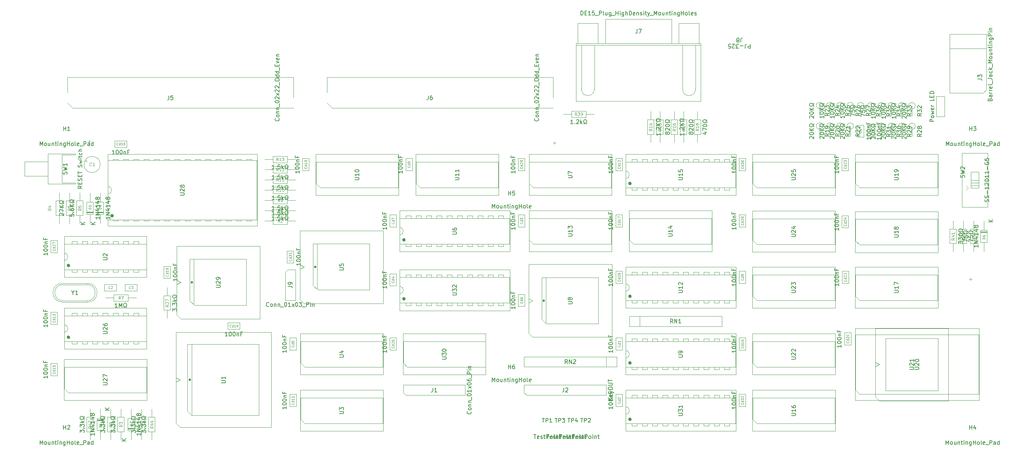
<source format=gbr>
%TF.GenerationSoftware,KiCad,Pcbnew,8.0.6*%
%TF.CreationDate,2025-01-18T12:45:17+00:00*%
%TF.ProjectId,v2b,7632622e-6b69-4636-9164-5f7063625858,rev?*%
%TF.SameCoordinates,Original*%
%TF.FileFunction,AssemblyDrawing,Top*%
%FSLAX46Y46*%
G04 Gerber Fmt 4.6, Leading zero omitted, Abs format (unit mm)*
G04 Created by KiCad (PCBNEW 8.0.6) date 2025-01-18 12:45:17*
%MOMM*%
%LPD*%
G01*
G04 APERTURE LIST*
%ADD10C,0.150000*%
%ADD11C,0.090000*%
%ADD12C,0.108000*%
%ADD13C,0.120000*%
%ADD14C,0.091200*%
%ADD15C,0.100000*%
%ADD16C,0.300000*%
%ADD17C,0.431000*%
G04 APERTURE END LIST*
D10*
X99369819Y-129817619D02*
X99369819Y-130389047D01*
X99369819Y-130103333D02*
X98369819Y-130103333D01*
X98369819Y-130103333D02*
X98512676Y-130198571D01*
X98512676Y-130198571D02*
X98607914Y-130293809D01*
X98607914Y-130293809D02*
X98655533Y-130389047D01*
X98369819Y-129198571D02*
X98369819Y-129103333D01*
X98369819Y-129103333D02*
X98417438Y-129008095D01*
X98417438Y-129008095D02*
X98465057Y-128960476D01*
X98465057Y-128960476D02*
X98560295Y-128912857D01*
X98560295Y-128912857D02*
X98750771Y-128865238D01*
X98750771Y-128865238D02*
X98988866Y-128865238D01*
X98988866Y-128865238D02*
X99179342Y-128912857D01*
X99179342Y-128912857D02*
X99274580Y-128960476D01*
X99274580Y-128960476D02*
X99322200Y-129008095D01*
X99322200Y-129008095D02*
X99369819Y-129103333D01*
X99369819Y-129103333D02*
X99369819Y-129198571D01*
X99369819Y-129198571D02*
X99322200Y-129293809D01*
X99322200Y-129293809D02*
X99274580Y-129341428D01*
X99274580Y-129341428D02*
X99179342Y-129389047D01*
X99179342Y-129389047D02*
X98988866Y-129436666D01*
X98988866Y-129436666D02*
X98750771Y-129436666D01*
X98750771Y-129436666D02*
X98560295Y-129389047D01*
X98560295Y-129389047D02*
X98465057Y-129341428D01*
X98465057Y-129341428D02*
X98417438Y-129293809D01*
X98417438Y-129293809D02*
X98369819Y-129198571D01*
X98369819Y-128246190D02*
X98369819Y-128150952D01*
X98369819Y-128150952D02*
X98417438Y-128055714D01*
X98417438Y-128055714D02*
X98465057Y-128008095D01*
X98465057Y-128008095D02*
X98560295Y-127960476D01*
X98560295Y-127960476D02*
X98750771Y-127912857D01*
X98750771Y-127912857D02*
X98988866Y-127912857D01*
X98988866Y-127912857D02*
X99179342Y-127960476D01*
X99179342Y-127960476D02*
X99274580Y-128008095D01*
X99274580Y-128008095D02*
X99322200Y-128055714D01*
X99322200Y-128055714D02*
X99369819Y-128150952D01*
X99369819Y-128150952D02*
X99369819Y-128246190D01*
X99369819Y-128246190D02*
X99322200Y-128341428D01*
X99322200Y-128341428D02*
X99274580Y-128389047D01*
X99274580Y-128389047D02*
X99179342Y-128436666D01*
X99179342Y-128436666D02*
X98988866Y-128484285D01*
X98988866Y-128484285D02*
X98750771Y-128484285D01*
X98750771Y-128484285D02*
X98560295Y-128436666D01*
X98560295Y-128436666D02*
X98465057Y-128389047D01*
X98465057Y-128389047D02*
X98417438Y-128341428D01*
X98417438Y-128341428D02*
X98369819Y-128246190D01*
X98703152Y-127484285D02*
X99369819Y-127484285D01*
X98798390Y-127484285D02*
X98750771Y-127436666D01*
X98750771Y-127436666D02*
X98703152Y-127341428D01*
X98703152Y-127341428D02*
X98703152Y-127198571D01*
X98703152Y-127198571D02*
X98750771Y-127103333D01*
X98750771Y-127103333D02*
X98846009Y-127055714D01*
X98846009Y-127055714D02*
X99369819Y-127055714D01*
X98846009Y-126246190D02*
X98846009Y-126579523D01*
X99369819Y-126579523D02*
X98369819Y-126579523D01*
X98369819Y-126579523D02*
X98369819Y-126103333D01*
D11*
X101180748Y-128927142D02*
X101209320Y-128955714D01*
X101209320Y-128955714D02*
X101237891Y-129041428D01*
X101237891Y-129041428D02*
X101237891Y-129098571D01*
X101237891Y-129098571D02*
X101209320Y-129184285D01*
X101209320Y-129184285D02*
X101152177Y-129241428D01*
X101152177Y-129241428D02*
X101095034Y-129269999D01*
X101095034Y-129269999D02*
X100980748Y-129298571D01*
X100980748Y-129298571D02*
X100895034Y-129298571D01*
X100895034Y-129298571D02*
X100780748Y-129269999D01*
X100780748Y-129269999D02*
X100723605Y-129241428D01*
X100723605Y-129241428D02*
X100666462Y-129184285D01*
X100666462Y-129184285D02*
X100637891Y-129098571D01*
X100637891Y-129098571D02*
X100637891Y-129041428D01*
X100637891Y-129041428D02*
X100666462Y-128955714D01*
X100666462Y-128955714D02*
X100695034Y-128927142D01*
X101237891Y-128412857D02*
X100637891Y-128412857D01*
X101209320Y-128412857D02*
X101237891Y-128469999D01*
X101237891Y-128469999D02*
X101237891Y-128584285D01*
X101237891Y-128584285D02*
X101209320Y-128641428D01*
X101209320Y-128641428D02*
X101180748Y-128669999D01*
X101180748Y-128669999D02*
X101123605Y-128698571D01*
X101123605Y-128698571D02*
X100952177Y-128698571D01*
X100952177Y-128698571D02*
X100895034Y-128669999D01*
X100895034Y-128669999D02*
X100866462Y-128641428D01*
X100866462Y-128641428D02*
X100837891Y-128584285D01*
X100837891Y-128584285D02*
X100837891Y-128469999D01*
X100837891Y-128469999D02*
X100866462Y-128412857D01*
X101237891Y-127812857D02*
X101237891Y-128155714D01*
X101237891Y-127984285D02*
X100637891Y-127984285D01*
X100637891Y-127984285D02*
X100723605Y-128041428D01*
X100723605Y-128041428D02*
X100780748Y-128098571D01*
X100780748Y-128098571D02*
X100809320Y-128155714D01*
X101237891Y-127241428D02*
X101237891Y-127584285D01*
X101237891Y-127412856D02*
X100637891Y-127412856D01*
X100637891Y-127412856D02*
X100723605Y-127469999D01*
X100723605Y-127469999D02*
X100780748Y-127527142D01*
X100780748Y-127527142D02*
X100809320Y-127584285D01*
D10*
X254724819Y-120628094D02*
X255534342Y-120628094D01*
X255534342Y-120628094D02*
X255629580Y-120580475D01*
X255629580Y-120580475D02*
X255677200Y-120532856D01*
X255677200Y-120532856D02*
X255724819Y-120437618D01*
X255724819Y-120437618D02*
X255724819Y-120247142D01*
X255724819Y-120247142D02*
X255677200Y-120151904D01*
X255677200Y-120151904D02*
X255629580Y-120104285D01*
X255629580Y-120104285D02*
X255534342Y-120056666D01*
X255534342Y-120056666D02*
X254724819Y-120056666D01*
X254820057Y-119628094D02*
X254772438Y-119580475D01*
X254772438Y-119580475D02*
X254724819Y-119485237D01*
X254724819Y-119485237D02*
X254724819Y-119247142D01*
X254724819Y-119247142D02*
X254772438Y-119151904D01*
X254772438Y-119151904D02*
X254820057Y-119104285D01*
X254820057Y-119104285D02*
X254915295Y-119056666D01*
X254915295Y-119056666D02*
X255010533Y-119056666D01*
X255010533Y-119056666D02*
X255153390Y-119104285D01*
X255153390Y-119104285D02*
X255724819Y-119675713D01*
X255724819Y-119675713D02*
X255724819Y-119056666D01*
X254724819Y-118437618D02*
X254724819Y-118342380D01*
X254724819Y-118342380D02*
X254772438Y-118247142D01*
X254772438Y-118247142D02*
X254820057Y-118199523D01*
X254820057Y-118199523D02*
X254915295Y-118151904D01*
X254915295Y-118151904D02*
X255105771Y-118104285D01*
X255105771Y-118104285D02*
X255343866Y-118104285D01*
X255343866Y-118104285D02*
X255534342Y-118151904D01*
X255534342Y-118151904D02*
X255629580Y-118199523D01*
X255629580Y-118199523D02*
X255677200Y-118247142D01*
X255677200Y-118247142D02*
X255724819Y-118342380D01*
X255724819Y-118342380D02*
X255724819Y-118437618D01*
X255724819Y-118437618D02*
X255677200Y-118532856D01*
X255677200Y-118532856D02*
X255629580Y-118580475D01*
X255629580Y-118580475D02*
X255534342Y-118628094D01*
X255534342Y-118628094D02*
X255343866Y-118675713D01*
X255343866Y-118675713D02*
X255105771Y-118675713D01*
X255105771Y-118675713D02*
X254915295Y-118628094D01*
X254915295Y-118628094D02*
X254820057Y-118580475D01*
X254820057Y-118580475D02*
X254772438Y-118532856D01*
X254772438Y-118532856D02*
X254724819Y-118437618D01*
X112484819Y-96011904D02*
X113294342Y-96011904D01*
X113294342Y-96011904D02*
X113389580Y-95964285D01*
X113389580Y-95964285D02*
X113437200Y-95916666D01*
X113437200Y-95916666D02*
X113484819Y-95821428D01*
X113484819Y-95821428D02*
X113484819Y-95630952D01*
X113484819Y-95630952D02*
X113437200Y-95535714D01*
X113437200Y-95535714D02*
X113389580Y-95488095D01*
X113389580Y-95488095D02*
X113294342Y-95440476D01*
X113294342Y-95440476D02*
X112484819Y-95440476D01*
X112484819Y-94488095D02*
X112484819Y-94964285D01*
X112484819Y-94964285D02*
X112961009Y-95011904D01*
X112961009Y-95011904D02*
X112913390Y-94964285D01*
X112913390Y-94964285D02*
X112865771Y-94869047D01*
X112865771Y-94869047D02*
X112865771Y-94630952D01*
X112865771Y-94630952D02*
X112913390Y-94535714D01*
X112913390Y-94535714D02*
X112961009Y-94488095D01*
X112961009Y-94488095D02*
X113056247Y-94440476D01*
X113056247Y-94440476D02*
X113294342Y-94440476D01*
X113294342Y-94440476D02*
X113389580Y-94488095D01*
X113389580Y-94488095D02*
X113437200Y-94535714D01*
X113437200Y-94535714D02*
X113484819Y-94630952D01*
X113484819Y-94630952D02*
X113484819Y-94869047D01*
X113484819Y-94869047D02*
X113437200Y-94964285D01*
X113437200Y-94964285D02*
X113389580Y-95011904D01*
X124134819Y-99952619D02*
X124134819Y-100524047D01*
X124134819Y-100238333D02*
X123134819Y-100238333D01*
X123134819Y-100238333D02*
X123277676Y-100333571D01*
X123277676Y-100333571D02*
X123372914Y-100428809D01*
X123372914Y-100428809D02*
X123420533Y-100524047D01*
X123134819Y-99333571D02*
X123134819Y-99238333D01*
X123134819Y-99238333D02*
X123182438Y-99143095D01*
X123182438Y-99143095D02*
X123230057Y-99095476D01*
X123230057Y-99095476D02*
X123325295Y-99047857D01*
X123325295Y-99047857D02*
X123515771Y-99000238D01*
X123515771Y-99000238D02*
X123753866Y-99000238D01*
X123753866Y-99000238D02*
X123944342Y-99047857D01*
X123944342Y-99047857D02*
X124039580Y-99095476D01*
X124039580Y-99095476D02*
X124087200Y-99143095D01*
X124087200Y-99143095D02*
X124134819Y-99238333D01*
X124134819Y-99238333D02*
X124134819Y-99333571D01*
X124134819Y-99333571D02*
X124087200Y-99428809D01*
X124087200Y-99428809D02*
X124039580Y-99476428D01*
X124039580Y-99476428D02*
X123944342Y-99524047D01*
X123944342Y-99524047D02*
X123753866Y-99571666D01*
X123753866Y-99571666D02*
X123515771Y-99571666D01*
X123515771Y-99571666D02*
X123325295Y-99524047D01*
X123325295Y-99524047D02*
X123230057Y-99476428D01*
X123230057Y-99476428D02*
X123182438Y-99428809D01*
X123182438Y-99428809D02*
X123134819Y-99333571D01*
X123134819Y-98381190D02*
X123134819Y-98285952D01*
X123134819Y-98285952D02*
X123182438Y-98190714D01*
X123182438Y-98190714D02*
X123230057Y-98143095D01*
X123230057Y-98143095D02*
X123325295Y-98095476D01*
X123325295Y-98095476D02*
X123515771Y-98047857D01*
X123515771Y-98047857D02*
X123753866Y-98047857D01*
X123753866Y-98047857D02*
X123944342Y-98095476D01*
X123944342Y-98095476D02*
X124039580Y-98143095D01*
X124039580Y-98143095D02*
X124087200Y-98190714D01*
X124087200Y-98190714D02*
X124134819Y-98285952D01*
X124134819Y-98285952D02*
X124134819Y-98381190D01*
X124134819Y-98381190D02*
X124087200Y-98476428D01*
X124087200Y-98476428D02*
X124039580Y-98524047D01*
X124039580Y-98524047D02*
X123944342Y-98571666D01*
X123944342Y-98571666D02*
X123753866Y-98619285D01*
X123753866Y-98619285D02*
X123515771Y-98619285D01*
X123515771Y-98619285D02*
X123325295Y-98571666D01*
X123325295Y-98571666D02*
X123230057Y-98524047D01*
X123230057Y-98524047D02*
X123182438Y-98476428D01*
X123182438Y-98476428D02*
X123134819Y-98381190D01*
X123468152Y-97619285D02*
X124134819Y-97619285D01*
X123563390Y-97619285D02*
X123515771Y-97571666D01*
X123515771Y-97571666D02*
X123468152Y-97476428D01*
X123468152Y-97476428D02*
X123468152Y-97333571D01*
X123468152Y-97333571D02*
X123515771Y-97238333D01*
X123515771Y-97238333D02*
X123611009Y-97190714D01*
X123611009Y-97190714D02*
X124134819Y-97190714D01*
X123611009Y-96381190D02*
X123611009Y-96714523D01*
X124134819Y-96714523D02*
X123134819Y-96714523D01*
X123134819Y-96714523D02*
X123134819Y-96238333D01*
D11*
X125945748Y-98776428D02*
X125974320Y-98805000D01*
X125974320Y-98805000D02*
X126002891Y-98890714D01*
X126002891Y-98890714D02*
X126002891Y-98947857D01*
X126002891Y-98947857D02*
X125974320Y-99033571D01*
X125974320Y-99033571D02*
X125917177Y-99090714D01*
X125917177Y-99090714D02*
X125860034Y-99119285D01*
X125860034Y-99119285D02*
X125745748Y-99147857D01*
X125745748Y-99147857D02*
X125660034Y-99147857D01*
X125660034Y-99147857D02*
X125545748Y-99119285D01*
X125545748Y-99119285D02*
X125488605Y-99090714D01*
X125488605Y-99090714D02*
X125431462Y-99033571D01*
X125431462Y-99033571D02*
X125402891Y-98947857D01*
X125402891Y-98947857D02*
X125402891Y-98890714D01*
X125402891Y-98890714D02*
X125431462Y-98805000D01*
X125431462Y-98805000D02*
X125460034Y-98776428D01*
X126002891Y-98262143D02*
X125402891Y-98262143D01*
X125974320Y-98262143D02*
X126002891Y-98319285D01*
X126002891Y-98319285D02*
X126002891Y-98433571D01*
X126002891Y-98433571D02*
X125974320Y-98490714D01*
X125974320Y-98490714D02*
X125945748Y-98519285D01*
X125945748Y-98519285D02*
X125888605Y-98547857D01*
X125888605Y-98547857D02*
X125717177Y-98547857D01*
X125717177Y-98547857D02*
X125660034Y-98519285D01*
X125660034Y-98519285D02*
X125631462Y-98490714D01*
X125631462Y-98490714D02*
X125602891Y-98433571D01*
X125602891Y-98433571D02*
X125602891Y-98319285D01*
X125602891Y-98319285D02*
X125631462Y-98262143D01*
X125602891Y-97719286D02*
X126002891Y-97719286D01*
X125374320Y-97862143D02*
X125802891Y-98005000D01*
X125802891Y-98005000D02*
X125802891Y-97633571D01*
D10*
X246344819Y-63122619D02*
X246344819Y-63694047D01*
X246344819Y-63408333D02*
X245344819Y-63408333D01*
X245344819Y-63408333D02*
X245487676Y-63503571D01*
X245487676Y-63503571D02*
X245582914Y-63598809D01*
X245582914Y-63598809D02*
X245630533Y-63694047D01*
X245344819Y-62503571D02*
X245344819Y-62408333D01*
X245344819Y-62408333D02*
X245392438Y-62313095D01*
X245392438Y-62313095D02*
X245440057Y-62265476D01*
X245440057Y-62265476D02*
X245535295Y-62217857D01*
X245535295Y-62217857D02*
X245725771Y-62170238D01*
X245725771Y-62170238D02*
X245963866Y-62170238D01*
X245963866Y-62170238D02*
X246154342Y-62217857D01*
X246154342Y-62217857D02*
X246249580Y-62265476D01*
X246249580Y-62265476D02*
X246297200Y-62313095D01*
X246297200Y-62313095D02*
X246344819Y-62408333D01*
X246344819Y-62408333D02*
X246344819Y-62503571D01*
X246344819Y-62503571D02*
X246297200Y-62598809D01*
X246297200Y-62598809D02*
X246249580Y-62646428D01*
X246249580Y-62646428D02*
X246154342Y-62694047D01*
X246154342Y-62694047D02*
X245963866Y-62741666D01*
X245963866Y-62741666D02*
X245725771Y-62741666D01*
X245725771Y-62741666D02*
X245535295Y-62694047D01*
X245535295Y-62694047D02*
X245440057Y-62646428D01*
X245440057Y-62646428D02*
X245392438Y-62598809D01*
X245392438Y-62598809D02*
X245344819Y-62503571D01*
X245344819Y-61551190D02*
X245344819Y-61455952D01*
X245344819Y-61455952D02*
X245392438Y-61360714D01*
X245392438Y-61360714D02*
X245440057Y-61313095D01*
X245440057Y-61313095D02*
X245535295Y-61265476D01*
X245535295Y-61265476D02*
X245725771Y-61217857D01*
X245725771Y-61217857D02*
X245963866Y-61217857D01*
X245963866Y-61217857D02*
X246154342Y-61265476D01*
X246154342Y-61265476D02*
X246249580Y-61313095D01*
X246249580Y-61313095D02*
X246297200Y-61360714D01*
X246297200Y-61360714D02*
X246344819Y-61455952D01*
X246344819Y-61455952D02*
X246344819Y-61551190D01*
X246344819Y-61551190D02*
X246297200Y-61646428D01*
X246297200Y-61646428D02*
X246249580Y-61694047D01*
X246249580Y-61694047D02*
X246154342Y-61741666D01*
X246154342Y-61741666D02*
X245963866Y-61789285D01*
X245963866Y-61789285D02*
X245725771Y-61789285D01*
X245725771Y-61789285D02*
X245535295Y-61741666D01*
X245535295Y-61741666D02*
X245440057Y-61694047D01*
X245440057Y-61694047D02*
X245392438Y-61646428D01*
X245392438Y-61646428D02*
X245344819Y-61551190D01*
X245678152Y-60789285D02*
X246344819Y-60789285D01*
X245773390Y-60789285D02*
X245725771Y-60741666D01*
X245725771Y-60741666D02*
X245678152Y-60646428D01*
X245678152Y-60646428D02*
X245678152Y-60503571D01*
X245678152Y-60503571D02*
X245725771Y-60408333D01*
X245725771Y-60408333D02*
X245821009Y-60360714D01*
X245821009Y-60360714D02*
X246344819Y-60360714D01*
X245821009Y-59551190D02*
X245821009Y-59884523D01*
X246344819Y-59884523D02*
X245344819Y-59884523D01*
X245344819Y-59884523D02*
X245344819Y-59408333D01*
D11*
X244055748Y-61674999D02*
X244084320Y-61703571D01*
X244084320Y-61703571D02*
X244112891Y-61789285D01*
X244112891Y-61789285D02*
X244112891Y-61846428D01*
X244112891Y-61846428D02*
X244084320Y-61932142D01*
X244084320Y-61932142D02*
X244027177Y-61989285D01*
X244027177Y-61989285D02*
X243970034Y-62017856D01*
X243970034Y-62017856D02*
X243855748Y-62046428D01*
X243855748Y-62046428D02*
X243770034Y-62046428D01*
X243770034Y-62046428D02*
X243655748Y-62017856D01*
X243655748Y-62017856D02*
X243598605Y-61989285D01*
X243598605Y-61989285D02*
X243541462Y-61932142D01*
X243541462Y-61932142D02*
X243512891Y-61846428D01*
X243512891Y-61846428D02*
X243512891Y-61789285D01*
X243512891Y-61789285D02*
X243541462Y-61703571D01*
X243541462Y-61703571D02*
X243570034Y-61674999D01*
X243512891Y-61132142D02*
X243512891Y-61417856D01*
X243512891Y-61417856D02*
X243798605Y-61446428D01*
X243798605Y-61446428D02*
X243770034Y-61417856D01*
X243770034Y-61417856D02*
X243741462Y-61360714D01*
X243741462Y-61360714D02*
X243741462Y-61217856D01*
X243741462Y-61217856D02*
X243770034Y-61160714D01*
X243770034Y-61160714D02*
X243798605Y-61132142D01*
X243798605Y-61132142D02*
X243855748Y-61103571D01*
X243855748Y-61103571D02*
X243998605Y-61103571D01*
X243998605Y-61103571D02*
X244055748Y-61132142D01*
X244055748Y-61132142D02*
X244084320Y-61160714D01*
X244084320Y-61160714D02*
X244112891Y-61217856D01*
X244112891Y-61217856D02*
X244112891Y-61360714D01*
X244112891Y-61360714D02*
X244084320Y-61417856D01*
X244084320Y-61417856D02*
X244055748Y-61446428D01*
D10*
X210494819Y-85347619D02*
X210494819Y-85919047D01*
X210494819Y-85633333D02*
X209494819Y-85633333D01*
X209494819Y-85633333D02*
X209637676Y-85728571D01*
X209637676Y-85728571D02*
X209732914Y-85823809D01*
X209732914Y-85823809D02*
X209780533Y-85919047D01*
X209494819Y-84728571D02*
X209494819Y-84633333D01*
X209494819Y-84633333D02*
X209542438Y-84538095D01*
X209542438Y-84538095D02*
X209590057Y-84490476D01*
X209590057Y-84490476D02*
X209685295Y-84442857D01*
X209685295Y-84442857D02*
X209875771Y-84395238D01*
X209875771Y-84395238D02*
X210113866Y-84395238D01*
X210113866Y-84395238D02*
X210304342Y-84442857D01*
X210304342Y-84442857D02*
X210399580Y-84490476D01*
X210399580Y-84490476D02*
X210447200Y-84538095D01*
X210447200Y-84538095D02*
X210494819Y-84633333D01*
X210494819Y-84633333D02*
X210494819Y-84728571D01*
X210494819Y-84728571D02*
X210447200Y-84823809D01*
X210447200Y-84823809D02*
X210399580Y-84871428D01*
X210399580Y-84871428D02*
X210304342Y-84919047D01*
X210304342Y-84919047D02*
X210113866Y-84966666D01*
X210113866Y-84966666D02*
X209875771Y-84966666D01*
X209875771Y-84966666D02*
X209685295Y-84919047D01*
X209685295Y-84919047D02*
X209590057Y-84871428D01*
X209590057Y-84871428D02*
X209542438Y-84823809D01*
X209542438Y-84823809D02*
X209494819Y-84728571D01*
X209494819Y-83776190D02*
X209494819Y-83680952D01*
X209494819Y-83680952D02*
X209542438Y-83585714D01*
X209542438Y-83585714D02*
X209590057Y-83538095D01*
X209590057Y-83538095D02*
X209685295Y-83490476D01*
X209685295Y-83490476D02*
X209875771Y-83442857D01*
X209875771Y-83442857D02*
X210113866Y-83442857D01*
X210113866Y-83442857D02*
X210304342Y-83490476D01*
X210304342Y-83490476D02*
X210399580Y-83538095D01*
X210399580Y-83538095D02*
X210447200Y-83585714D01*
X210447200Y-83585714D02*
X210494819Y-83680952D01*
X210494819Y-83680952D02*
X210494819Y-83776190D01*
X210494819Y-83776190D02*
X210447200Y-83871428D01*
X210447200Y-83871428D02*
X210399580Y-83919047D01*
X210399580Y-83919047D02*
X210304342Y-83966666D01*
X210304342Y-83966666D02*
X210113866Y-84014285D01*
X210113866Y-84014285D02*
X209875771Y-84014285D01*
X209875771Y-84014285D02*
X209685295Y-83966666D01*
X209685295Y-83966666D02*
X209590057Y-83919047D01*
X209590057Y-83919047D02*
X209542438Y-83871428D01*
X209542438Y-83871428D02*
X209494819Y-83776190D01*
X209828152Y-83014285D02*
X210494819Y-83014285D01*
X209923390Y-83014285D02*
X209875771Y-82966666D01*
X209875771Y-82966666D02*
X209828152Y-82871428D01*
X209828152Y-82871428D02*
X209828152Y-82728571D01*
X209828152Y-82728571D02*
X209875771Y-82633333D01*
X209875771Y-82633333D02*
X209971009Y-82585714D01*
X209971009Y-82585714D02*
X210494819Y-82585714D01*
X209971009Y-81776190D02*
X209971009Y-82109523D01*
X210494819Y-82109523D02*
X209494819Y-82109523D01*
X209494819Y-82109523D02*
X209494819Y-81633333D01*
D11*
X212305748Y-84457142D02*
X212334320Y-84485714D01*
X212334320Y-84485714D02*
X212362891Y-84571428D01*
X212362891Y-84571428D02*
X212362891Y-84628571D01*
X212362891Y-84628571D02*
X212334320Y-84714285D01*
X212334320Y-84714285D02*
X212277177Y-84771428D01*
X212277177Y-84771428D02*
X212220034Y-84799999D01*
X212220034Y-84799999D02*
X212105748Y-84828571D01*
X212105748Y-84828571D02*
X212020034Y-84828571D01*
X212020034Y-84828571D02*
X211905748Y-84799999D01*
X211905748Y-84799999D02*
X211848605Y-84771428D01*
X211848605Y-84771428D02*
X211791462Y-84714285D01*
X211791462Y-84714285D02*
X211762891Y-84628571D01*
X211762891Y-84628571D02*
X211762891Y-84571428D01*
X211762891Y-84571428D02*
X211791462Y-84485714D01*
X211791462Y-84485714D02*
X211820034Y-84457142D01*
X212362891Y-83942857D02*
X211762891Y-83942857D01*
X212334320Y-83942857D02*
X212362891Y-83999999D01*
X212362891Y-83999999D02*
X212362891Y-84114285D01*
X212362891Y-84114285D02*
X212334320Y-84171428D01*
X212334320Y-84171428D02*
X212305748Y-84199999D01*
X212305748Y-84199999D02*
X212248605Y-84228571D01*
X212248605Y-84228571D02*
X212077177Y-84228571D01*
X212077177Y-84228571D02*
X212020034Y-84199999D01*
X212020034Y-84199999D02*
X211991462Y-84171428D01*
X211991462Y-84171428D02*
X211962891Y-84114285D01*
X211962891Y-84114285D02*
X211962891Y-83999999D01*
X211962891Y-83999999D02*
X211991462Y-83942857D01*
X211820034Y-83685714D02*
X211791462Y-83657142D01*
X211791462Y-83657142D02*
X211762891Y-83600000D01*
X211762891Y-83600000D02*
X211762891Y-83457142D01*
X211762891Y-83457142D02*
X211791462Y-83400000D01*
X211791462Y-83400000D02*
X211820034Y-83371428D01*
X211820034Y-83371428D02*
X211877177Y-83342857D01*
X211877177Y-83342857D02*
X211934320Y-83342857D01*
X211934320Y-83342857D02*
X212020034Y-83371428D01*
X212020034Y-83371428D02*
X212362891Y-83714285D01*
X212362891Y-83714285D02*
X212362891Y-83342857D01*
X212020034Y-82999999D02*
X211991462Y-83057142D01*
X211991462Y-83057142D02*
X211962891Y-83085713D01*
X211962891Y-83085713D02*
X211905748Y-83114285D01*
X211905748Y-83114285D02*
X211877177Y-83114285D01*
X211877177Y-83114285D02*
X211820034Y-83085713D01*
X211820034Y-83085713D02*
X211791462Y-83057142D01*
X211791462Y-83057142D02*
X211762891Y-82999999D01*
X211762891Y-82999999D02*
X211762891Y-82885713D01*
X211762891Y-82885713D02*
X211791462Y-82828571D01*
X211791462Y-82828571D02*
X211820034Y-82799999D01*
X211820034Y-82799999D02*
X211877177Y-82771428D01*
X211877177Y-82771428D02*
X211905748Y-82771428D01*
X211905748Y-82771428D02*
X211962891Y-82799999D01*
X211962891Y-82799999D02*
X211991462Y-82828571D01*
X211991462Y-82828571D02*
X212020034Y-82885713D01*
X212020034Y-82885713D02*
X212020034Y-82999999D01*
X212020034Y-82999999D02*
X212048605Y-83057142D01*
X212048605Y-83057142D02*
X212077177Y-83085713D01*
X212077177Y-83085713D02*
X212134320Y-83114285D01*
X212134320Y-83114285D02*
X212248605Y-83114285D01*
X212248605Y-83114285D02*
X212305748Y-83085713D01*
X212305748Y-83085713D02*
X212334320Y-83057142D01*
X212334320Y-83057142D02*
X212362891Y-82999999D01*
X212362891Y-82999999D02*
X212362891Y-82885713D01*
X212362891Y-82885713D02*
X212334320Y-82828571D01*
X212334320Y-82828571D02*
X212305748Y-82799999D01*
X212305748Y-82799999D02*
X212248605Y-82771428D01*
X212248605Y-82771428D02*
X212134320Y-82771428D01*
X212134320Y-82771428D02*
X212077177Y-82799999D01*
X212077177Y-82799999D02*
X212048605Y-82828571D01*
X212048605Y-82828571D02*
X212020034Y-82885713D01*
D10*
X249644819Y-73628094D02*
X250454342Y-73628094D01*
X250454342Y-73628094D02*
X250549580Y-73580475D01*
X250549580Y-73580475D02*
X250597200Y-73532856D01*
X250597200Y-73532856D02*
X250644819Y-73437618D01*
X250644819Y-73437618D02*
X250644819Y-73247142D01*
X250644819Y-73247142D02*
X250597200Y-73151904D01*
X250597200Y-73151904D02*
X250549580Y-73104285D01*
X250549580Y-73104285D02*
X250454342Y-73056666D01*
X250454342Y-73056666D02*
X249644819Y-73056666D01*
X250644819Y-72056666D02*
X250644819Y-72628094D01*
X250644819Y-72342380D02*
X249644819Y-72342380D01*
X249644819Y-72342380D02*
X249787676Y-72437618D01*
X249787676Y-72437618D02*
X249882914Y-72532856D01*
X249882914Y-72532856D02*
X249930533Y-72628094D01*
X250644819Y-71580475D02*
X250644819Y-71389999D01*
X250644819Y-71389999D02*
X250597200Y-71294761D01*
X250597200Y-71294761D02*
X250549580Y-71247142D01*
X250549580Y-71247142D02*
X250406723Y-71151904D01*
X250406723Y-71151904D02*
X250216247Y-71104285D01*
X250216247Y-71104285D02*
X249835295Y-71104285D01*
X249835295Y-71104285D02*
X249740057Y-71151904D01*
X249740057Y-71151904D02*
X249692438Y-71199523D01*
X249692438Y-71199523D02*
X249644819Y-71294761D01*
X249644819Y-71294761D02*
X249644819Y-71485237D01*
X249644819Y-71485237D02*
X249692438Y-71580475D01*
X249692438Y-71580475D02*
X249740057Y-71628094D01*
X249740057Y-71628094D02*
X249835295Y-71675713D01*
X249835295Y-71675713D02*
X250073390Y-71675713D01*
X250073390Y-71675713D02*
X250168628Y-71628094D01*
X250168628Y-71628094D02*
X250216247Y-71580475D01*
X250216247Y-71580475D02*
X250263866Y-71485237D01*
X250263866Y-71485237D02*
X250263866Y-71294761D01*
X250263866Y-71294761D02*
X250216247Y-71199523D01*
X250216247Y-71199523D02*
X250168628Y-71151904D01*
X250168628Y-71151904D02*
X250073390Y-71104285D01*
X273288509Y-53766667D02*
X273336128Y-53623810D01*
X273336128Y-53623810D02*
X273383747Y-53576191D01*
X273383747Y-53576191D02*
X273478985Y-53528572D01*
X273478985Y-53528572D02*
X273621842Y-53528572D01*
X273621842Y-53528572D02*
X273717080Y-53576191D01*
X273717080Y-53576191D02*
X273764700Y-53623810D01*
X273764700Y-53623810D02*
X273812319Y-53719048D01*
X273812319Y-53719048D02*
X273812319Y-54100000D01*
X273812319Y-54100000D02*
X272812319Y-54100000D01*
X272812319Y-54100000D02*
X272812319Y-53766667D01*
X272812319Y-53766667D02*
X272859938Y-53671429D01*
X272859938Y-53671429D02*
X272907557Y-53623810D01*
X272907557Y-53623810D02*
X273002795Y-53576191D01*
X273002795Y-53576191D02*
X273098033Y-53576191D01*
X273098033Y-53576191D02*
X273193271Y-53623810D01*
X273193271Y-53623810D02*
X273240890Y-53671429D01*
X273240890Y-53671429D02*
X273288509Y-53766667D01*
X273288509Y-53766667D02*
X273288509Y-54100000D01*
X273812319Y-52671429D02*
X273288509Y-52671429D01*
X273288509Y-52671429D02*
X273193271Y-52719048D01*
X273193271Y-52719048D02*
X273145652Y-52814286D01*
X273145652Y-52814286D02*
X273145652Y-53004762D01*
X273145652Y-53004762D02*
X273193271Y-53100000D01*
X273764700Y-52671429D02*
X273812319Y-52766667D01*
X273812319Y-52766667D02*
X273812319Y-53004762D01*
X273812319Y-53004762D02*
X273764700Y-53100000D01*
X273764700Y-53100000D02*
X273669461Y-53147619D01*
X273669461Y-53147619D02*
X273574223Y-53147619D01*
X273574223Y-53147619D02*
X273478985Y-53100000D01*
X273478985Y-53100000D02*
X273431366Y-53004762D01*
X273431366Y-53004762D02*
X273431366Y-52766667D01*
X273431366Y-52766667D02*
X273383747Y-52671429D01*
X273812319Y-52195238D02*
X273145652Y-52195238D01*
X273336128Y-52195238D02*
X273240890Y-52147619D01*
X273240890Y-52147619D02*
X273193271Y-52100000D01*
X273193271Y-52100000D02*
X273145652Y-52004762D01*
X273145652Y-52004762D02*
X273145652Y-51909524D01*
X273812319Y-51576190D02*
X273145652Y-51576190D01*
X273336128Y-51576190D02*
X273240890Y-51528571D01*
X273240890Y-51528571D02*
X273193271Y-51480952D01*
X273193271Y-51480952D02*
X273145652Y-51385714D01*
X273145652Y-51385714D02*
X273145652Y-51290476D01*
X273764700Y-50576190D02*
X273812319Y-50671428D01*
X273812319Y-50671428D02*
X273812319Y-50861904D01*
X273812319Y-50861904D02*
X273764700Y-50957142D01*
X273764700Y-50957142D02*
X273669461Y-51004761D01*
X273669461Y-51004761D02*
X273288509Y-51004761D01*
X273288509Y-51004761D02*
X273193271Y-50957142D01*
X273193271Y-50957142D02*
X273145652Y-50861904D01*
X273145652Y-50861904D02*
X273145652Y-50671428D01*
X273145652Y-50671428D02*
X273193271Y-50576190D01*
X273193271Y-50576190D02*
X273288509Y-50528571D01*
X273288509Y-50528571D02*
X273383747Y-50528571D01*
X273383747Y-50528571D02*
X273478985Y-51004761D01*
X273812319Y-49957142D02*
X273764700Y-50052380D01*
X273764700Y-50052380D02*
X273669461Y-50099999D01*
X273669461Y-50099999D02*
X272812319Y-50099999D01*
X273907557Y-49814285D02*
X273907557Y-49052380D01*
X272812319Y-48528570D02*
X273526604Y-48528570D01*
X273526604Y-48528570D02*
X273669461Y-48576189D01*
X273669461Y-48576189D02*
X273764700Y-48671427D01*
X273764700Y-48671427D02*
X273812319Y-48814284D01*
X273812319Y-48814284D02*
X273812319Y-48909522D01*
X273812319Y-47623808D02*
X273288509Y-47623808D01*
X273288509Y-47623808D02*
X273193271Y-47671427D01*
X273193271Y-47671427D02*
X273145652Y-47766665D01*
X273145652Y-47766665D02*
X273145652Y-47957141D01*
X273145652Y-47957141D02*
X273193271Y-48052379D01*
X273764700Y-47623808D02*
X273812319Y-47719046D01*
X273812319Y-47719046D02*
X273812319Y-47957141D01*
X273812319Y-47957141D02*
X273764700Y-48052379D01*
X273764700Y-48052379D02*
X273669461Y-48099998D01*
X273669461Y-48099998D02*
X273574223Y-48099998D01*
X273574223Y-48099998D02*
X273478985Y-48052379D01*
X273478985Y-48052379D02*
X273431366Y-47957141D01*
X273431366Y-47957141D02*
X273431366Y-47719046D01*
X273431366Y-47719046D02*
X273383747Y-47623808D01*
X273764700Y-46719046D02*
X273812319Y-46814284D01*
X273812319Y-46814284D02*
X273812319Y-47004760D01*
X273812319Y-47004760D02*
X273764700Y-47099998D01*
X273764700Y-47099998D02*
X273717080Y-47147617D01*
X273717080Y-47147617D02*
X273621842Y-47195236D01*
X273621842Y-47195236D02*
X273336128Y-47195236D01*
X273336128Y-47195236D02*
X273240890Y-47147617D01*
X273240890Y-47147617D02*
X273193271Y-47099998D01*
X273193271Y-47099998D02*
X273145652Y-47004760D01*
X273145652Y-47004760D02*
X273145652Y-46814284D01*
X273145652Y-46814284D02*
X273193271Y-46719046D01*
X273812319Y-46290474D02*
X272812319Y-46290474D01*
X273431366Y-46195236D02*
X273812319Y-45909522D01*
X273145652Y-45909522D02*
X273526604Y-46290474D01*
X273907557Y-45719046D02*
X273907557Y-44957141D01*
X273812319Y-44719045D02*
X272812319Y-44719045D01*
X272812319Y-44719045D02*
X273526604Y-44385712D01*
X273526604Y-44385712D02*
X272812319Y-44052379D01*
X272812319Y-44052379D02*
X273812319Y-44052379D01*
X273812319Y-43433331D02*
X273764700Y-43528569D01*
X273764700Y-43528569D02*
X273717080Y-43576188D01*
X273717080Y-43576188D02*
X273621842Y-43623807D01*
X273621842Y-43623807D02*
X273336128Y-43623807D01*
X273336128Y-43623807D02*
X273240890Y-43576188D01*
X273240890Y-43576188D02*
X273193271Y-43528569D01*
X273193271Y-43528569D02*
X273145652Y-43433331D01*
X273145652Y-43433331D02*
X273145652Y-43290474D01*
X273145652Y-43290474D02*
X273193271Y-43195236D01*
X273193271Y-43195236D02*
X273240890Y-43147617D01*
X273240890Y-43147617D02*
X273336128Y-43099998D01*
X273336128Y-43099998D02*
X273621842Y-43099998D01*
X273621842Y-43099998D02*
X273717080Y-43147617D01*
X273717080Y-43147617D02*
X273764700Y-43195236D01*
X273764700Y-43195236D02*
X273812319Y-43290474D01*
X273812319Y-43290474D02*
X273812319Y-43433331D01*
X273145652Y-42242855D02*
X273812319Y-42242855D01*
X273145652Y-42671426D02*
X273669461Y-42671426D01*
X273669461Y-42671426D02*
X273764700Y-42623807D01*
X273764700Y-42623807D02*
X273812319Y-42528569D01*
X273812319Y-42528569D02*
X273812319Y-42385712D01*
X273812319Y-42385712D02*
X273764700Y-42290474D01*
X273764700Y-42290474D02*
X273717080Y-42242855D01*
X273145652Y-41766664D02*
X273812319Y-41766664D01*
X273240890Y-41766664D02*
X273193271Y-41719045D01*
X273193271Y-41719045D02*
X273145652Y-41623807D01*
X273145652Y-41623807D02*
X273145652Y-41480950D01*
X273145652Y-41480950D02*
X273193271Y-41385712D01*
X273193271Y-41385712D02*
X273288509Y-41338093D01*
X273288509Y-41338093D02*
X273812319Y-41338093D01*
X273145652Y-41004759D02*
X273145652Y-40623807D01*
X272812319Y-40861902D02*
X273669461Y-40861902D01*
X273669461Y-40861902D02*
X273764700Y-40814283D01*
X273764700Y-40814283D02*
X273812319Y-40719045D01*
X273812319Y-40719045D02*
X273812319Y-40623807D01*
X273812319Y-40290473D02*
X273145652Y-40290473D01*
X272812319Y-40290473D02*
X272859938Y-40338092D01*
X272859938Y-40338092D02*
X272907557Y-40290473D01*
X272907557Y-40290473D02*
X272859938Y-40242854D01*
X272859938Y-40242854D02*
X272812319Y-40290473D01*
X272812319Y-40290473D02*
X272907557Y-40290473D01*
X273145652Y-39814283D02*
X273812319Y-39814283D01*
X273240890Y-39814283D02*
X273193271Y-39766664D01*
X273193271Y-39766664D02*
X273145652Y-39671426D01*
X273145652Y-39671426D02*
X273145652Y-39528569D01*
X273145652Y-39528569D02*
X273193271Y-39433331D01*
X273193271Y-39433331D02*
X273288509Y-39385712D01*
X273288509Y-39385712D02*
X273812319Y-39385712D01*
X273145652Y-38480950D02*
X273955176Y-38480950D01*
X273955176Y-38480950D02*
X274050414Y-38528569D01*
X274050414Y-38528569D02*
X274098033Y-38576188D01*
X274098033Y-38576188D02*
X274145652Y-38671426D01*
X274145652Y-38671426D02*
X274145652Y-38814283D01*
X274145652Y-38814283D02*
X274098033Y-38909521D01*
X273764700Y-38480950D02*
X273812319Y-38576188D01*
X273812319Y-38576188D02*
X273812319Y-38766664D01*
X273812319Y-38766664D02*
X273764700Y-38861902D01*
X273764700Y-38861902D02*
X273717080Y-38909521D01*
X273717080Y-38909521D02*
X273621842Y-38957140D01*
X273621842Y-38957140D02*
X273336128Y-38957140D01*
X273336128Y-38957140D02*
X273240890Y-38909521D01*
X273240890Y-38909521D02*
X273193271Y-38861902D01*
X273193271Y-38861902D02*
X273145652Y-38766664D01*
X273145652Y-38766664D02*
X273145652Y-38576188D01*
X273145652Y-38576188D02*
X273193271Y-38480950D01*
X273812319Y-38004759D02*
X272812319Y-38004759D01*
X272812319Y-38004759D02*
X272812319Y-37623807D01*
X272812319Y-37623807D02*
X272859938Y-37528569D01*
X272859938Y-37528569D02*
X272907557Y-37480950D01*
X272907557Y-37480950D02*
X273002795Y-37433331D01*
X273002795Y-37433331D02*
X273145652Y-37433331D01*
X273145652Y-37433331D02*
X273240890Y-37480950D01*
X273240890Y-37480950D02*
X273288509Y-37528569D01*
X273288509Y-37528569D02*
X273336128Y-37623807D01*
X273336128Y-37623807D02*
X273336128Y-38004759D01*
X273812319Y-37004759D02*
X273145652Y-37004759D01*
X272812319Y-37004759D02*
X272859938Y-37052378D01*
X272859938Y-37052378D02*
X272907557Y-37004759D01*
X272907557Y-37004759D02*
X272859938Y-36957140D01*
X272859938Y-36957140D02*
X272812319Y-37004759D01*
X272812319Y-37004759D02*
X272907557Y-37004759D01*
X273145652Y-36528569D02*
X273812319Y-36528569D01*
X273240890Y-36528569D02*
X273193271Y-36480950D01*
X273193271Y-36480950D02*
X273145652Y-36385712D01*
X273145652Y-36385712D02*
X273145652Y-36242855D01*
X273145652Y-36242855D02*
X273193271Y-36147617D01*
X273193271Y-36147617D02*
X273288509Y-36099998D01*
X273288509Y-36099998D02*
X273812319Y-36099998D01*
X270262319Y-48633333D02*
X270976604Y-48633333D01*
X270976604Y-48633333D02*
X271119461Y-48680952D01*
X271119461Y-48680952D02*
X271214700Y-48776190D01*
X271214700Y-48776190D02*
X271262319Y-48919047D01*
X271262319Y-48919047D02*
X271262319Y-49014285D01*
X270262319Y-48252380D02*
X270262319Y-47633333D01*
X270262319Y-47633333D02*
X270643271Y-47966666D01*
X270643271Y-47966666D02*
X270643271Y-47823809D01*
X270643271Y-47823809D02*
X270690890Y-47728571D01*
X270690890Y-47728571D02*
X270738509Y-47680952D01*
X270738509Y-47680952D02*
X270833747Y-47633333D01*
X270833747Y-47633333D02*
X271071842Y-47633333D01*
X271071842Y-47633333D02*
X271167080Y-47680952D01*
X271167080Y-47680952D02*
X271214700Y-47728571D01*
X271214700Y-47728571D02*
X271262319Y-47823809D01*
X271262319Y-47823809D02*
X271262319Y-48109523D01*
X271262319Y-48109523D02*
X271214700Y-48204761D01*
X271214700Y-48204761D02*
X271167080Y-48252380D01*
X172128094Y-32845819D02*
X172128094Y-31845819D01*
X172128094Y-31845819D02*
X172366189Y-31845819D01*
X172366189Y-31845819D02*
X172509046Y-31893438D01*
X172509046Y-31893438D02*
X172604284Y-31988676D01*
X172604284Y-31988676D02*
X172651903Y-32083914D01*
X172651903Y-32083914D02*
X172699522Y-32274390D01*
X172699522Y-32274390D02*
X172699522Y-32417247D01*
X172699522Y-32417247D02*
X172651903Y-32607723D01*
X172651903Y-32607723D02*
X172604284Y-32702961D01*
X172604284Y-32702961D02*
X172509046Y-32798200D01*
X172509046Y-32798200D02*
X172366189Y-32845819D01*
X172366189Y-32845819D02*
X172128094Y-32845819D01*
X173128094Y-32322009D02*
X173461427Y-32322009D01*
X173604284Y-32845819D02*
X173128094Y-32845819D01*
X173128094Y-32845819D02*
X173128094Y-31845819D01*
X173128094Y-31845819D02*
X173604284Y-31845819D01*
X174556665Y-32845819D02*
X173985237Y-32845819D01*
X174270951Y-32845819D02*
X174270951Y-31845819D01*
X174270951Y-31845819D02*
X174175713Y-31988676D01*
X174175713Y-31988676D02*
X174080475Y-32083914D01*
X174080475Y-32083914D02*
X173985237Y-32131533D01*
X175461427Y-31845819D02*
X174985237Y-31845819D01*
X174985237Y-31845819D02*
X174937618Y-32322009D01*
X174937618Y-32322009D02*
X174985237Y-32274390D01*
X174985237Y-32274390D02*
X175080475Y-32226771D01*
X175080475Y-32226771D02*
X175318570Y-32226771D01*
X175318570Y-32226771D02*
X175413808Y-32274390D01*
X175413808Y-32274390D02*
X175461427Y-32322009D01*
X175461427Y-32322009D02*
X175509046Y-32417247D01*
X175509046Y-32417247D02*
X175509046Y-32655342D01*
X175509046Y-32655342D02*
X175461427Y-32750580D01*
X175461427Y-32750580D02*
X175413808Y-32798200D01*
X175413808Y-32798200D02*
X175318570Y-32845819D01*
X175318570Y-32845819D02*
X175080475Y-32845819D01*
X175080475Y-32845819D02*
X174985237Y-32798200D01*
X174985237Y-32798200D02*
X174937618Y-32750580D01*
X175699523Y-32941057D02*
X176461427Y-32941057D01*
X176699523Y-32845819D02*
X176699523Y-31845819D01*
X176699523Y-31845819D02*
X177080475Y-31845819D01*
X177080475Y-31845819D02*
X177175713Y-31893438D01*
X177175713Y-31893438D02*
X177223332Y-31941057D01*
X177223332Y-31941057D02*
X177270951Y-32036295D01*
X177270951Y-32036295D02*
X177270951Y-32179152D01*
X177270951Y-32179152D02*
X177223332Y-32274390D01*
X177223332Y-32274390D02*
X177175713Y-32322009D01*
X177175713Y-32322009D02*
X177080475Y-32369628D01*
X177080475Y-32369628D02*
X176699523Y-32369628D01*
X177842380Y-32845819D02*
X177747142Y-32798200D01*
X177747142Y-32798200D02*
X177699523Y-32702961D01*
X177699523Y-32702961D02*
X177699523Y-31845819D01*
X178651904Y-32179152D02*
X178651904Y-32845819D01*
X178223333Y-32179152D02*
X178223333Y-32702961D01*
X178223333Y-32702961D02*
X178270952Y-32798200D01*
X178270952Y-32798200D02*
X178366190Y-32845819D01*
X178366190Y-32845819D02*
X178509047Y-32845819D01*
X178509047Y-32845819D02*
X178604285Y-32798200D01*
X178604285Y-32798200D02*
X178651904Y-32750580D01*
X179556666Y-32179152D02*
X179556666Y-32988676D01*
X179556666Y-32988676D02*
X179509047Y-33083914D01*
X179509047Y-33083914D02*
X179461428Y-33131533D01*
X179461428Y-33131533D02*
X179366190Y-33179152D01*
X179366190Y-33179152D02*
X179223333Y-33179152D01*
X179223333Y-33179152D02*
X179128095Y-33131533D01*
X179556666Y-32798200D02*
X179461428Y-32845819D01*
X179461428Y-32845819D02*
X179270952Y-32845819D01*
X179270952Y-32845819D02*
X179175714Y-32798200D01*
X179175714Y-32798200D02*
X179128095Y-32750580D01*
X179128095Y-32750580D02*
X179080476Y-32655342D01*
X179080476Y-32655342D02*
X179080476Y-32369628D01*
X179080476Y-32369628D02*
X179128095Y-32274390D01*
X179128095Y-32274390D02*
X179175714Y-32226771D01*
X179175714Y-32226771D02*
X179270952Y-32179152D01*
X179270952Y-32179152D02*
X179461428Y-32179152D01*
X179461428Y-32179152D02*
X179556666Y-32226771D01*
X179794762Y-32941057D02*
X180556666Y-32941057D01*
X180794762Y-32845819D02*
X180794762Y-31845819D01*
X180794762Y-32322009D02*
X181366190Y-32322009D01*
X181366190Y-32845819D02*
X181366190Y-31845819D01*
X181842381Y-32845819D02*
X181842381Y-32179152D01*
X181842381Y-31845819D02*
X181794762Y-31893438D01*
X181794762Y-31893438D02*
X181842381Y-31941057D01*
X181842381Y-31941057D02*
X181890000Y-31893438D01*
X181890000Y-31893438D02*
X181842381Y-31845819D01*
X181842381Y-31845819D02*
X181842381Y-31941057D01*
X182747142Y-32179152D02*
X182747142Y-32988676D01*
X182747142Y-32988676D02*
X182699523Y-33083914D01*
X182699523Y-33083914D02*
X182651904Y-33131533D01*
X182651904Y-33131533D02*
X182556666Y-33179152D01*
X182556666Y-33179152D02*
X182413809Y-33179152D01*
X182413809Y-33179152D02*
X182318571Y-33131533D01*
X182747142Y-32798200D02*
X182651904Y-32845819D01*
X182651904Y-32845819D02*
X182461428Y-32845819D01*
X182461428Y-32845819D02*
X182366190Y-32798200D01*
X182366190Y-32798200D02*
X182318571Y-32750580D01*
X182318571Y-32750580D02*
X182270952Y-32655342D01*
X182270952Y-32655342D02*
X182270952Y-32369628D01*
X182270952Y-32369628D02*
X182318571Y-32274390D01*
X182318571Y-32274390D02*
X182366190Y-32226771D01*
X182366190Y-32226771D02*
X182461428Y-32179152D01*
X182461428Y-32179152D02*
X182651904Y-32179152D01*
X182651904Y-32179152D02*
X182747142Y-32226771D01*
X183223333Y-32845819D02*
X183223333Y-31845819D01*
X183651904Y-32845819D02*
X183651904Y-32322009D01*
X183651904Y-32322009D02*
X183604285Y-32226771D01*
X183604285Y-32226771D02*
X183509047Y-32179152D01*
X183509047Y-32179152D02*
X183366190Y-32179152D01*
X183366190Y-32179152D02*
X183270952Y-32226771D01*
X183270952Y-32226771D02*
X183223333Y-32274390D01*
X184128095Y-32845819D02*
X184128095Y-31845819D01*
X184128095Y-31845819D02*
X184366190Y-31845819D01*
X184366190Y-31845819D02*
X184509047Y-31893438D01*
X184509047Y-31893438D02*
X184604285Y-31988676D01*
X184604285Y-31988676D02*
X184651904Y-32083914D01*
X184651904Y-32083914D02*
X184699523Y-32274390D01*
X184699523Y-32274390D02*
X184699523Y-32417247D01*
X184699523Y-32417247D02*
X184651904Y-32607723D01*
X184651904Y-32607723D02*
X184604285Y-32702961D01*
X184604285Y-32702961D02*
X184509047Y-32798200D01*
X184509047Y-32798200D02*
X184366190Y-32845819D01*
X184366190Y-32845819D02*
X184128095Y-32845819D01*
X185509047Y-32798200D02*
X185413809Y-32845819D01*
X185413809Y-32845819D02*
X185223333Y-32845819D01*
X185223333Y-32845819D02*
X185128095Y-32798200D01*
X185128095Y-32798200D02*
X185080476Y-32702961D01*
X185080476Y-32702961D02*
X185080476Y-32322009D01*
X185080476Y-32322009D02*
X185128095Y-32226771D01*
X185128095Y-32226771D02*
X185223333Y-32179152D01*
X185223333Y-32179152D02*
X185413809Y-32179152D01*
X185413809Y-32179152D02*
X185509047Y-32226771D01*
X185509047Y-32226771D02*
X185556666Y-32322009D01*
X185556666Y-32322009D02*
X185556666Y-32417247D01*
X185556666Y-32417247D02*
X185080476Y-32512485D01*
X185985238Y-32179152D02*
X185985238Y-32845819D01*
X185985238Y-32274390D02*
X186032857Y-32226771D01*
X186032857Y-32226771D02*
X186128095Y-32179152D01*
X186128095Y-32179152D02*
X186270952Y-32179152D01*
X186270952Y-32179152D02*
X186366190Y-32226771D01*
X186366190Y-32226771D02*
X186413809Y-32322009D01*
X186413809Y-32322009D02*
X186413809Y-32845819D01*
X186842381Y-32798200D02*
X186937619Y-32845819D01*
X186937619Y-32845819D02*
X187128095Y-32845819D01*
X187128095Y-32845819D02*
X187223333Y-32798200D01*
X187223333Y-32798200D02*
X187270952Y-32702961D01*
X187270952Y-32702961D02*
X187270952Y-32655342D01*
X187270952Y-32655342D02*
X187223333Y-32560104D01*
X187223333Y-32560104D02*
X187128095Y-32512485D01*
X187128095Y-32512485D02*
X186985238Y-32512485D01*
X186985238Y-32512485D02*
X186890000Y-32464866D01*
X186890000Y-32464866D02*
X186842381Y-32369628D01*
X186842381Y-32369628D02*
X186842381Y-32322009D01*
X186842381Y-32322009D02*
X186890000Y-32226771D01*
X186890000Y-32226771D02*
X186985238Y-32179152D01*
X186985238Y-32179152D02*
X187128095Y-32179152D01*
X187128095Y-32179152D02*
X187223333Y-32226771D01*
X187699524Y-32845819D02*
X187699524Y-32179152D01*
X187699524Y-31845819D02*
X187651905Y-31893438D01*
X187651905Y-31893438D02*
X187699524Y-31941057D01*
X187699524Y-31941057D02*
X187747143Y-31893438D01*
X187747143Y-31893438D02*
X187699524Y-31845819D01*
X187699524Y-31845819D02*
X187699524Y-31941057D01*
X188032857Y-32179152D02*
X188413809Y-32179152D01*
X188175714Y-31845819D02*
X188175714Y-32702961D01*
X188175714Y-32702961D02*
X188223333Y-32798200D01*
X188223333Y-32798200D02*
X188318571Y-32845819D01*
X188318571Y-32845819D02*
X188413809Y-32845819D01*
X188651905Y-32179152D02*
X188890000Y-32845819D01*
X189128095Y-32179152D02*
X188890000Y-32845819D01*
X188890000Y-32845819D02*
X188794762Y-33083914D01*
X188794762Y-33083914D02*
X188747143Y-33131533D01*
X188747143Y-33131533D02*
X188651905Y-33179152D01*
X189270953Y-32941057D02*
X190032857Y-32941057D01*
X190270953Y-32845819D02*
X190270953Y-31845819D01*
X190270953Y-31845819D02*
X190604286Y-32560104D01*
X190604286Y-32560104D02*
X190937619Y-31845819D01*
X190937619Y-31845819D02*
X190937619Y-32845819D01*
X191556667Y-32845819D02*
X191461429Y-32798200D01*
X191461429Y-32798200D02*
X191413810Y-32750580D01*
X191413810Y-32750580D02*
X191366191Y-32655342D01*
X191366191Y-32655342D02*
X191366191Y-32369628D01*
X191366191Y-32369628D02*
X191413810Y-32274390D01*
X191413810Y-32274390D02*
X191461429Y-32226771D01*
X191461429Y-32226771D02*
X191556667Y-32179152D01*
X191556667Y-32179152D02*
X191699524Y-32179152D01*
X191699524Y-32179152D02*
X191794762Y-32226771D01*
X191794762Y-32226771D02*
X191842381Y-32274390D01*
X191842381Y-32274390D02*
X191890000Y-32369628D01*
X191890000Y-32369628D02*
X191890000Y-32655342D01*
X191890000Y-32655342D02*
X191842381Y-32750580D01*
X191842381Y-32750580D02*
X191794762Y-32798200D01*
X191794762Y-32798200D02*
X191699524Y-32845819D01*
X191699524Y-32845819D02*
X191556667Y-32845819D01*
X192747143Y-32179152D02*
X192747143Y-32845819D01*
X192318572Y-32179152D02*
X192318572Y-32702961D01*
X192318572Y-32702961D02*
X192366191Y-32798200D01*
X192366191Y-32798200D02*
X192461429Y-32845819D01*
X192461429Y-32845819D02*
X192604286Y-32845819D01*
X192604286Y-32845819D02*
X192699524Y-32798200D01*
X192699524Y-32798200D02*
X192747143Y-32750580D01*
X193223334Y-32179152D02*
X193223334Y-32845819D01*
X193223334Y-32274390D02*
X193270953Y-32226771D01*
X193270953Y-32226771D02*
X193366191Y-32179152D01*
X193366191Y-32179152D02*
X193509048Y-32179152D01*
X193509048Y-32179152D02*
X193604286Y-32226771D01*
X193604286Y-32226771D02*
X193651905Y-32322009D01*
X193651905Y-32322009D02*
X193651905Y-32845819D01*
X193985239Y-32179152D02*
X194366191Y-32179152D01*
X194128096Y-31845819D02*
X194128096Y-32702961D01*
X194128096Y-32702961D02*
X194175715Y-32798200D01*
X194175715Y-32798200D02*
X194270953Y-32845819D01*
X194270953Y-32845819D02*
X194366191Y-32845819D01*
X194699525Y-32845819D02*
X194699525Y-32179152D01*
X194699525Y-31845819D02*
X194651906Y-31893438D01*
X194651906Y-31893438D02*
X194699525Y-31941057D01*
X194699525Y-31941057D02*
X194747144Y-31893438D01*
X194747144Y-31893438D02*
X194699525Y-31845819D01*
X194699525Y-31845819D02*
X194699525Y-31941057D01*
X195175715Y-32179152D02*
X195175715Y-32845819D01*
X195175715Y-32274390D02*
X195223334Y-32226771D01*
X195223334Y-32226771D02*
X195318572Y-32179152D01*
X195318572Y-32179152D02*
X195461429Y-32179152D01*
X195461429Y-32179152D02*
X195556667Y-32226771D01*
X195556667Y-32226771D02*
X195604286Y-32322009D01*
X195604286Y-32322009D02*
X195604286Y-32845819D01*
X196509048Y-32179152D02*
X196509048Y-32988676D01*
X196509048Y-32988676D02*
X196461429Y-33083914D01*
X196461429Y-33083914D02*
X196413810Y-33131533D01*
X196413810Y-33131533D02*
X196318572Y-33179152D01*
X196318572Y-33179152D02*
X196175715Y-33179152D01*
X196175715Y-33179152D02*
X196080477Y-33131533D01*
X196509048Y-32798200D02*
X196413810Y-32845819D01*
X196413810Y-32845819D02*
X196223334Y-32845819D01*
X196223334Y-32845819D02*
X196128096Y-32798200D01*
X196128096Y-32798200D02*
X196080477Y-32750580D01*
X196080477Y-32750580D02*
X196032858Y-32655342D01*
X196032858Y-32655342D02*
X196032858Y-32369628D01*
X196032858Y-32369628D02*
X196080477Y-32274390D01*
X196080477Y-32274390D02*
X196128096Y-32226771D01*
X196128096Y-32226771D02*
X196223334Y-32179152D01*
X196223334Y-32179152D02*
X196413810Y-32179152D01*
X196413810Y-32179152D02*
X196509048Y-32226771D01*
X196985239Y-32845819D02*
X196985239Y-31845819D01*
X196985239Y-32322009D02*
X197556667Y-32322009D01*
X197556667Y-32845819D02*
X197556667Y-31845819D01*
X198175715Y-32845819D02*
X198080477Y-32798200D01*
X198080477Y-32798200D02*
X198032858Y-32750580D01*
X198032858Y-32750580D02*
X197985239Y-32655342D01*
X197985239Y-32655342D02*
X197985239Y-32369628D01*
X197985239Y-32369628D02*
X198032858Y-32274390D01*
X198032858Y-32274390D02*
X198080477Y-32226771D01*
X198080477Y-32226771D02*
X198175715Y-32179152D01*
X198175715Y-32179152D02*
X198318572Y-32179152D01*
X198318572Y-32179152D02*
X198413810Y-32226771D01*
X198413810Y-32226771D02*
X198461429Y-32274390D01*
X198461429Y-32274390D02*
X198509048Y-32369628D01*
X198509048Y-32369628D02*
X198509048Y-32655342D01*
X198509048Y-32655342D02*
X198461429Y-32750580D01*
X198461429Y-32750580D02*
X198413810Y-32798200D01*
X198413810Y-32798200D02*
X198318572Y-32845819D01*
X198318572Y-32845819D02*
X198175715Y-32845819D01*
X199080477Y-32845819D02*
X198985239Y-32798200D01*
X198985239Y-32798200D02*
X198937620Y-32702961D01*
X198937620Y-32702961D02*
X198937620Y-31845819D01*
X199842382Y-32798200D02*
X199747144Y-32845819D01*
X199747144Y-32845819D02*
X199556668Y-32845819D01*
X199556668Y-32845819D02*
X199461430Y-32798200D01*
X199461430Y-32798200D02*
X199413811Y-32702961D01*
X199413811Y-32702961D02*
X199413811Y-32322009D01*
X199413811Y-32322009D02*
X199461430Y-32226771D01*
X199461430Y-32226771D02*
X199556668Y-32179152D01*
X199556668Y-32179152D02*
X199747144Y-32179152D01*
X199747144Y-32179152D02*
X199842382Y-32226771D01*
X199842382Y-32226771D02*
X199890001Y-32322009D01*
X199890001Y-32322009D02*
X199890001Y-32417247D01*
X199890001Y-32417247D02*
X199413811Y-32512485D01*
X200270954Y-32798200D02*
X200366192Y-32845819D01*
X200366192Y-32845819D02*
X200556668Y-32845819D01*
X200556668Y-32845819D02*
X200651906Y-32798200D01*
X200651906Y-32798200D02*
X200699525Y-32702961D01*
X200699525Y-32702961D02*
X200699525Y-32655342D01*
X200699525Y-32655342D02*
X200651906Y-32560104D01*
X200651906Y-32560104D02*
X200556668Y-32512485D01*
X200556668Y-32512485D02*
X200413811Y-32512485D01*
X200413811Y-32512485D02*
X200318573Y-32464866D01*
X200318573Y-32464866D02*
X200270954Y-32369628D01*
X200270954Y-32369628D02*
X200270954Y-32322009D01*
X200270954Y-32322009D02*
X200318573Y-32226771D01*
X200318573Y-32226771D02*
X200413811Y-32179152D01*
X200413811Y-32179152D02*
X200556668Y-32179152D01*
X200556668Y-32179152D02*
X200651906Y-32226771D01*
X186056666Y-36345819D02*
X186056666Y-37060104D01*
X186056666Y-37060104D02*
X186009047Y-37202961D01*
X186009047Y-37202961D02*
X185913809Y-37298200D01*
X185913809Y-37298200D02*
X185770952Y-37345819D01*
X185770952Y-37345819D02*
X185675714Y-37345819D01*
X186437619Y-36345819D02*
X187104285Y-36345819D01*
X187104285Y-36345819D02*
X186675714Y-37345819D01*
X234754819Y-57776904D02*
X234754819Y-58348332D01*
X234754819Y-58062618D02*
X233754819Y-58062618D01*
X233754819Y-58062618D02*
X233897676Y-58157856D01*
X233897676Y-58157856D02*
X233992914Y-58253094D01*
X233992914Y-58253094D02*
X234040533Y-58348332D01*
X233754819Y-57157856D02*
X233754819Y-57062618D01*
X233754819Y-57062618D02*
X233802438Y-56967380D01*
X233802438Y-56967380D02*
X233850057Y-56919761D01*
X233850057Y-56919761D02*
X233945295Y-56872142D01*
X233945295Y-56872142D02*
X234135771Y-56824523D01*
X234135771Y-56824523D02*
X234373866Y-56824523D01*
X234373866Y-56824523D02*
X234564342Y-56872142D01*
X234564342Y-56872142D02*
X234659580Y-56919761D01*
X234659580Y-56919761D02*
X234707200Y-56967380D01*
X234707200Y-56967380D02*
X234754819Y-57062618D01*
X234754819Y-57062618D02*
X234754819Y-57157856D01*
X234754819Y-57157856D02*
X234707200Y-57253094D01*
X234707200Y-57253094D02*
X234659580Y-57300713D01*
X234659580Y-57300713D02*
X234564342Y-57348332D01*
X234564342Y-57348332D02*
X234373866Y-57395951D01*
X234373866Y-57395951D02*
X234135771Y-57395951D01*
X234135771Y-57395951D02*
X233945295Y-57348332D01*
X233945295Y-57348332D02*
X233850057Y-57300713D01*
X233850057Y-57300713D02*
X233802438Y-57253094D01*
X233802438Y-57253094D02*
X233754819Y-57157856D01*
X234754819Y-56395951D02*
X233754819Y-56395951D01*
X234754819Y-55824523D02*
X234183390Y-56253094D01*
X233754819Y-55824523D02*
X234326247Y-56395951D01*
X234754819Y-55443570D02*
X234754819Y-55205475D01*
X234754819Y-55205475D02*
X234564342Y-55205475D01*
X234564342Y-55205475D02*
X234516723Y-55300713D01*
X234516723Y-55300713D02*
X234421485Y-55395951D01*
X234421485Y-55395951D02*
X234278628Y-55443570D01*
X234278628Y-55443570D02*
X234040533Y-55443570D01*
X234040533Y-55443570D02*
X233897676Y-55395951D01*
X233897676Y-55395951D02*
X233802438Y-55300713D01*
X233802438Y-55300713D02*
X233754819Y-55157856D01*
X233754819Y-55157856D02*
X233754819Y-54967380D01*
X233754819Y-54967380D02*
X233802438Y-54824523D01*
X233802438Y-54824523D02*
X233897676Y-54729285D01*
X233897676Y-54729285D02*
X234040533Y-54681666D01*
X234040533Y-54681666D02*
X234278628Y-54681666D01*
X234278628Y-54681666D02*
X234421485Y-54729285D01*
X234421485Y-54729285D02*
X234516723Y-54824523D01*
X234516723Y-54824523D02*
X234564342Y-54919761D01*
X234564342Y-54919761D02*
X234754819Y-54919761D01*
X234754819Y-54919761D02*
X234754819Y-54681666D01*
X238594819Y-57157857D02*
X238118628Y-57491190D01*
X238594819Y-57729285D02*
X237594819Y-57729285D01*
X237594819Y-57729285D02*
X237594819Y-57348333D01*
X237594819Y-57348333D02*
X237642438Y-57253095D01*
X237642438Y-57253095D02*
X237690057Y-57205476D01*
X237690057Y-57205476D02*
X237785295Y-57157857D01*
X237785295Y-57157857D02*
X237928152Y-57157857D01*
X237928152Y-57157857D02*
X238023390Y-57205476D01*
X238023390Y-57205476D02*
X238071009Y-57253095D01*
X238071009Y-57253095D02*
X238118628Y-57348333D01*
X238118628Y-57348333D02*
X238118628Y-57729285D01*
X237690057Y-56776904D02*
X237642438Y-56729285D01*
X237642438Y-56729285D02*
X237594819Y-56634047D01*
X237594819Y-56634047D02*
X237594819Y-56395952D01*
X237594819Y-56395952D02*
X237642438Y-56300714D01*
X237642438Y-56300714D02*
X237690057Y-56253095D01*
X237690057Y-56253095D02*
X237785295Y-56205476D01*
X237785295Y-56205476D02*
X237880533Y-56205476D01*
X237880533Y-56205476D02*
X238023390Y-56253095D01*
X238023390Y-56253095D02*
X238594819Y-56824523D01*
X238594819Y-56824523D02*
X238594819Y-56205476D01*
X237594819Y-55300714D02*
X237594819Y-55776904D01*
X237594819Y-55776904D02*
X238071009Y-55824523D01*
X238071009Y-55824523D02*
X238023390Y-55776904D01*
X238023390Y-55776904D02*
X237975771Y-55681666D01*
X237975771Y-55681666D02*
X237975771Y-55443571D01*
X237975771Y-55443571D02*
X238023390Y-55348333D01*
X238023390Y-55348333D02*
X238071009Y-55300714D01*
X238071009Y-55300714D02*
X238166247Y-55253095D01*
X238166247Y-55253095D02*
X238404342Y-55253095D01*
X238404342Y-55253095D02*
X238499580Y-55300714D01*
X238499580Y-55300714D02*
X238547200Y-55348333D01*
X238547200Y-55348333D02*
X238594819Y-55443571D01*
X238594819Y-55443571D02*
X238594819Y-55681666D01*
X238594819Y-55681666D02*
X238547200Y-55776904D01*
X238547200Y-55776904D02*
X238499580Y-55824523D01*
X96385238Y-78574819D02*
X95813810Y-78574819D01*
X96099524Y-78574819D02*
X96099524Y-77574819D01*
X96099524Y-77574819D02*
X96004286Y-77717676D01*
X96004286Y-77717676D02*
X95909048Y-77812914D01*
X95909048Y-77812914D02*
X95813810Y-77860533D01*
X96813810Y-78479580D02*
X96861429Y-78527200D01*
X96861429Y-78527200D02*
X96813810Y-78574819D01*
X96813810Y-78574819D02*
X96766191Y-78527200D01*
X96766191Y-78527200D02*
X96813810Y-78479580D01*
X96813810Y-78479580D02*
X96813810Y-78574819D01*
X97766190Y-77574819D02*
X97290000Y-77574819D01*
X97290000Y-77574819D02*
X97242381Y-78051009D01*
X97242381Y-78051009D02*
X97290000Y-78003390D01*
X97290000Y-78003390D02*
X97385238Y-77955771D01*
X97385238Y-77955771D02*
X97623333Y-77955771D01*
X97623333Y-77955771D02*
X97718571Y-78003390D01*
X97718571Y-78003390D02*
X97766190Y-78051009D01*
X97766190Y-78051009D02*
X97813809Y-78146247D01*
X97813809Y-78146247D02*
X97813809Y-78384342D01*
X97813809Y-78384342D02*
X97766190Y-78479580D01*
X97766190Y-78479580D02*
X97718571Y-78527200D01*
X97718571Y-78527200D02*
X97623333Y-78574819D01*
X97623333Y-78574819D02*
X97385238Y-78574819D01*
X97385238Y-78574819D02*
X97290000Y-78527200D01*
X97290000Y-78527200D02*
X97242381Y-78479580D01*
X98242381Y-78574819D02*
X98242381Y-77574819D01*
X98337619Y-78193866D02*
X98623333Y-78574819D01*
X98623333Y-77908152D02*
X98242381Y-78289104D01*
X99004286Y-78574819D02*
X99242381Y-78574819D01*
X99242381Y-78574819D02*
X99242381Y-78384342D01*
X99242381Y-78384342D02*
X99147143Y-78336723D01*
X99147143Y-78336723D02*
X99051905Y-78241485D01*
X99051905Y-78241485D02*
X99004286Y-78098628D01*
X99004286Y-78098628D02*
X99004286Y-77860533D01*
X99004286Y-77860533D02*
X99051905Y-77717676D01*
X99051905Y-77717676D02*
X99147143Y-77622438D01*
X99147143Y-77622438D02*
X99290000Y-77574819D01*
X99290000Y-77574819D02*
X99480476Y-77574819D01*
X99480476Y-77574819D02*
X99623333Y-77622438D01*
X99623333Y-77622438D02*
X99718571Y-77717676D01*
X99718571Y-77717676D02*
X99766190Y-77860533D01*
X99766190Y-77860533D02*
X99766190Y-78098628D01*
X99766190Y-78098628D02*
X99718571Y-78241485D01*
X99718571Y-78241485D02*
X99623333Y-78336723D01*
X99623333Y-78336723D02*
X99528095Y-78384342D01*
X99528095Y-78384342D02*
X99528095Y-78574819D01*
X99528095Y-78574819D02*
X99766190Y-78574819D01*
D12*
X97327143Y-76527469D02*
X97087143Y-76184612D01*
X96915714Y-76527469D02*
X96915714Y-75807469D01*
X96915714Y-75807469D02*
X97190000Y-75807469D01*
X97190000Y-75807469D02*
X97258571Y-75841755D01*
X97258571Y-75841755D02*
X97292857Y-75876041D01*
X97292857Y-75876041D02*
X97327143Y-75944612D01*
X97327143Y-75944612D02*
X97327143Y-76047469D01*
X97327143Y-76047469D02*
X97292857Y-76116041D01*
X97292857Y-76116041D02*
X97258571Y-76150326D01*
X97258571Y-76150326D02*
X97190000Y-76184612D01*
X97190000Y-76184612D02*
X96915714Y-76184612D01*
X98012857Y-76527469D02*
X97601428Y-76527469D01*
X97807143Y-76527469D02*
X97807143Y-75807469D01*
X97807143Y-75807469D02*
X97738571Y-75910326D01*
X97738571Y-75910326D02*
X97670000Y-75978898D01*
X97670000Y-75978898D02*
X97601428Y-76013184D01*
X98458571Y-75807469D02*
X98527142Y-75807469D01*
X98527142Y-75807469D02*
X98595714Y-75841755D01*
X98595714Y-75841755D02*
X98630000Y-75876041D01*
X98630000Y-75876041D02*
X98664285Y-75944612D01*
X98664285Y-75944612D02*
X98698571Y-76081755D01*
X98698571Y-76081755D02*
X98698571Y-76253184D01*
X98698571Y-76253184D02*
X98664285Y-76390326D01*
X98664285Y-76390326D02*
X98630000Y-76458898D01*
X98630000Y-76458898D02*
X98595714Y-76493184D01*
X98595714Y-76493184D02*
X98527142Y-76527469D01*
X98527142Y-76527469D02*
X98458571Y-76527469D01*
X98458571Y-76527469D02*
X98390000Y-76493184D01*
X98390000Y-76493184D02*
X98355714Y-76458898D01*
X98355714Y-76458898D02*
X98321428Y-76390326D01*
X98321428Y-76390326D02*
X98287142Y-76253184D01*
X98287142Y-76253184D02*
X98287142Y-76081755D01*
X98287142Y-76081755D02*
X98321428Y-75944612D01*
X98321428Y-75944612D02*
X98355714Y-75876041D01*
X98355714Y-75876041D02*
X98390000Y-75841755D01*
X98390000Y-75841755D02*
X98458571Y-75807469D01*
D10*
X249644819Y-87835094D02*
X250454342Y-87835094D01*
X250454342Y-87835094D02*
X250549580Y-87787475D01*
X250549580Y-87787475D02*
X250597200Y-87739856D01*
X250597200Y-87739856D02*
X250644819Y-87644618D01*
X250644819Y-87644618D02*
X250644819Y-87454142D01*
X250644819Y-87454142D02*
X250597200Y-87358904D01*
X250597200Y-87358904D02*
X250549580Y-87311285D01*
X250549580Y-87311285D02*
X250454342Y-87263666D01*
X250454342Y-87263666D02*
X249644819Y-87263666D01*
X250644819Y-86263666D02*
X250644819Y-86835094D01*
X250644819Y-86549380D02*
X249644819Y-86549380D01*
X249644819Y-86549380D02*
X249787676Y-86644618D01*
X249787676Y-86644618D02*
X249882914Y-86739856D01*
X249882914Y-86739856D02*
X249930533Y-86835094D01*
X250073390Y-85692237D02*
X250025771Y-85787475D01*
X250025771Y-85787475D02*
X249978152Y-85835094D01*
X249978152Y-85835094D02*
X249882914Y-85882713D01*
X249882914Y-85882713D02*
X249835295Y-85882713D01*
X249835295Y-85882713D02*
X249740057Y-85835094D01*
X249740057Y-85835094D02*
X249692438Y-85787475D01*
X249692438Y-85787475D02*
X249644819Y-85692237D01*
X249644819Y-85692237D02*
X249644819Y-85501761D01*
X249644819Y-85501761D02*
X249692438Y-85406523D01*
X249692438Y-85406523D02*
X249740057Y-85358904D01*
X249740057Y-85358904D02*
X249835295Y-85311285D01*
X249835295Y-85311285D02*
X249882914Y-85311285D01*
X249882914Y-85311285D02*
X249978152Y-85358904D01*
X249978152Y-85358904D02*
X250025771Y-85406523D01*
X250025771Y-85406523D02*
X250073390Y-85501761D01*
X250073390Y-85501761D02*
X250073390Y-85692237D01*
X250073390Y-85692237D02*
X250121009Y-85787475D01*
X250121009Y-85787475D02*
X250168628Y-85835094D01*
X250168628Y-85835094D02*
X250263866Y-85882713D01*
X250263866Y-85882713D02*
X250454342Y-85882713D01*
X250454342Y-85882713D02*
X250549580Y-85835094D01*
X250549580Y-85835094D02*
X250597200Y-85787475D01*
X250597200Y-85787475D02*
X250644819Y-85692237D01*
X250644819Y-85692237D02*
X250644819Y-85501761D01*
X250644819Y-85501761D02*
X250597200Y-85406523D01*
X250597200Y-85406523D02*
X250549580Y-85358904D01*
X250549580Y-85358904D02*
X250454342Y-85311285D01*
X250454342Y-85311285D02*
X250263866Y-85311285D01*
X250263866Y-85311285D02*
X250168628Y-85358904D01*
X250168628Y-85358904D02*
X250121009Y-85406523D01*
X250121009Y-85406523D02*
X250073390Y-85501761D01*
X210494819Y-129797619D02*
X210494819Y-130369047D01*
X210494819Y-130083333D02*
X209494819Y-130083333D01*
X209494819Y-130083333D02*
X209637676Y-130178571D01*
X209637676Y-130178571D02*
X209732914Y-130273809D01*
X209732914Y-130273809D02*
X209780533Y-130369047D01*
X209494819Y-129178571D02*
X209494819Y-129083333D01*
X209494819Y-129083333D02*
X209542438Y-128988095D01*
X209542438Y-128988095D02*
X209590057Y-128940476D01*
X209590057Y-128940476D02*
X209685295Y-128892857D01*
X209685295Y-128892857D02*
X209875771Y-128845238D01*
X209875771Y-128845238D02*
X210113866Y-128845238D01*
X210113866Y-128845238D02*
X210304342Y-128892857D01*
X210304342Y-128892857D02*
X210399580Y-128940476D01*
X210399580Y-128940476D02*
X210447200Y-128988095D01*
X210447200Y-128988095D02*
X210494819Y-129083333D01*
X210494819Y-129083333D02*
X210494819Y-129178571D01*
X210494819Y-129178571D02*
X210447200Y-129273809D01*
X210447200Y-129273809D02*
X210399580Y-129321428D01*
X210399580Y-129321428D02*
X210304342Y-129369047D01*
X210304342Y-129369047D02*
X210113866Y-129416666D01*
X210113866Y-129416666D02*
X209875771Y-129416666D01*
X209875771Y-129416666D02*
X209685295Y-129369047D01*
X209685295Y-129369047D02*
X209590057Y-129321428D01*
X209590057Y-129321428D02*
X209542438Y-129273809D01*
X209542438Y-129273809D02*
X209494819Y-129178571D01*
X209494819Y-128226190D02*
X209494819Y-128130952D01*
X209494819Y-128130952D02*
X209542438Y-128035714D01*
X209542438Y-128035714D02*
X209590057Y-127988095D01*
X209590057Y-127988095D02*
X209685295Y-127940476D01*
X209685295Y-127940476D02*
X209875771Y-127892857D01*
X209875771Y-127892857D02*
X210113866Y-127892857D01*
X210113866Y-127892857D02*
X210304342Y-127940476D01*
X210304342Y-127940476D02*
X210399580Y-127988095D01*
X210399580Y-127988095D02*
X210447200Y-128035714D01*
X210447200Y-128035714D02*
X210494819Y-128130952D01*
X210494819Y-128130952D02*
X210494819Y-128226190D01*
X210494819Y-128226190D02*
X210447200Y-128321428D01*
X210447200Y-128321428D02*
X210399580Y-128369047D01*
X210399580Y-128369047D02*
X210304342Y-128416666D01*
X210304342Y-128416666D02*
X210113866Y-128464285D01*
X210113866Y-128464285D02*
X209875771Y-128464285D01*
X209875771Y-128464285D02*
X209685295Y-128416666D01*
X209685295Y-128416666D02*
X209590057Y-128369047D01*
X209590057Y-128369047D02*
X209542438Y-128321428D01*
X209542438Y-128321428D02*
X209494819Y-128226190D01*
X209828152Y-127464285D02*
X210494819Y-127464285D01*
X209923390Y-127464285D02*
X209875771Y-127416666D01*
X209875771Y-127416666D02*
X209828152Y-127321428D01*
X209828152Y-127321428D02*
X209828152Y-127178571D01*
X209828152Y-127178571D02*
X209875771Y-127083333D01*
X209875771Y-127083333D02*
X209971009Y-127035714D01*
X209971009Y-127035714D02*
X210494819Y-127035714D01*
X209971009Y-126226190D02*
X209971009Y-126559523D01*
X210494819Y-126559523D02*
X209494819Y-126559523D01*
X209494819Y-126559523D02*
X209494819Y-126083333D01*
D11*
X212305748Y-128907142D02*
X212334320Y-128935714D01*
X212334320Y-128935714D02*
X212362891Y-129021428D01*
X212362891Y-129021428D02*
X212362891Y-129078571D01*
X212362891Y-129078571D02*
X212334320Y-129164285D01*
X212334320Y-129164285D02*
X212277177Y-129221428D01*
X212277177Y-129221428D02*
X212220034Y-129249999D01*
X212220034Y-129249999D02*
X212105748Y-129278571D01*
X212105748Y-129278571D02*
X212020034Y-129278571D01*
X212020034Y-129278571D02*
X211905748Y-129249999D01*
X211905748Y-129249999D02*
X211848605Y-129221428D01*
X211848605Y-129221428D02*
X211791462Y-129164285D01*
X211791462Y-129164285D02*
X211762891Y-129078571D01*
X211762891Y-129078571D02*
X211762891Y-129021428D01*
X211762891Y-129021428D02*
X211791462Y-128935714D01*
X211791462Y-128935714D02*
X211820034Y-128907142D01*
X212362891Y-128392857D02*
X211762891Y-128392857D01*
X212334320Y-128392857D02*
X212362891Y-128449999D01*
X212362891Y-128449999D02*
X212362891Y-128564285D01*
X212362891Y-128564285D02*
X212334320Y-128621428D01*
X212334320Y-128621428D02*
X212305748Y-128649999D01*
X212305748Y-128649999D02*
X212248605Y-128678571D01*
X212248605Y-128678571D02*
X212077177Y-128678571D01*
X212077177Y-128678571D02*
X212020034Y-128649999D01*
X212020034Y-128649999D02*
X211991462Y-128621428D01*
X211991462Y-128621428D02*
X211962891Y-128564285D01*
X211962891Y-128564285D02*
X211962891Y-128449999D01*
X211962891Y-128449999D02*
X211991462Y-128392857D01*
X211762891Y-128164285D02*
X211762891Y-127792857D01*
X211762891Y-127792857D02*
X211991462Y-127992857D01*
X211991462Y-127992857D02*
X211991462Y-127907142D01*
X211991462Y-127907142D02*
X212020034Y-127850000D01*
X212020034Y-127850000D02*
X212048605Y-127821428D01*
X212048605Y-127821428D02*
X212105748Y-127792857D01*
X212105748Y-127792857D02*
X212248605Y-127792857D01*
X212248605Y-127792857D02*
X212305748Y-127821428D01*
X212305748Y-127821428D02*
X212334320Y-127850000D01*
X212334320Y-127850000D02*
X212362891Y-127907142D01*
X212362891Y-127907142D02*
X212362891Y-128078571D01*
X212362891Y-128078571D02*
X212334320Y-128135714D01*
X212334320Y-128135714D02*
X212305748Y-128164285D01*
X211820034Y-127564285D02*
X211791462Y-127535713D01*
X211791462Y-127535713D02*
X211762891Y-127478571D01*
X211762891Y-127478571D02*
X211762891Y-127335713D01*
X211762891Y-127335713D02*
X211791462Y-127278571D01*
X211791462Y-127278571D02*
X211820034Y-127249999D01*
X211820034Y-127249999D02*
X211877177Y-127221428D01*
X211877177Y-127221428D02*
X211934320Y-127221428D01*
X211934320Y-127221428D02*
X212020034Y-127249999D01*
X212020034Y-127249999D02*
X212362891Y-127592856D01*
X212362891Y-127592856D02*
X212362891Y-127221428D01*
D10*
X57562857Y-105244819D02*
X56991429Y-105244819D01*
X57277143Y-105244819D02*
X57277143Y-104244819D01*
X57277143Y-104244819D02*
X57181905Y-104387676D01*
X57181905Y-104387676D02*
X57086667Y-104482914D01*
X57086667Y-104482914D02*
X56991429Y-104530533D01*
X57991429Y-105244819D02*
X57991429Y-104244819D01*
X57991429Y-104244819D02*
X58324762Y-104959104D01*
X58324762Y-104959104D02*
X58658095Y-104244819D01*
X58658095Y-104244819D02*
X58658095Y-105244819D01*
X59086667Y-105244819D02*
X59324762Y-105244819D01*
X59324762Y-105244819D02*
X59324762Y-105054342D01*
X59324762Y-105054342D02*
X59229524Y-105006723D01*
X59229524Y-105006723D02*
X59134286Y-104911485D01*
X59134286Y-104911485D02*
X59086667Y-104768628D01*
X59086667Y-104768628D02*
X59086667Y-104530533D01*
X59086667Y-104530533D02*
X59134286Y-104387676D01*
X59134286Y-104387676D02*
X59229524Y-104292438D01*
X59229524Y-104292438D02*
X59372381Y-104244819D01*
X59372381Y-104244819D02*
X59562857Y-104244819D01*
X59562857Y-104244819D02*
X59705714Y-104292438D01*
X59705714Y-104292438D02*
X59800952Y-104387676D01*
X59800952Y-104387676D02*
X59848571Y-104530533D01*
X59848571Y-104530533D02*
X59848571Y-104768628D01*
X59848571Y-104768628D02*
X59800952Y-104911485D01*
X59800952Y-104911485D02*
X59705714Y-105006723D01*
X59705714Y-105006723D02*
X59610476Y-105054342D01*
X59610476Y-105054342D02*
X59610476Y-105244819D01*
X59610476Y-105244819D02*
X59848571Y-105244819D01*
D12*
X58300000Y-103197469D02*
X58060000Y-102854612D01*
X57888571Y-103197469D02*
X57888571Y-102477469D01*
X57888571Y-102477469D02*
X58162857Y-102477469D01*
X58162857Y-102477469D02*
X58231428Y-102511755D01*
X58231428Y-102511755D02*
X58265714Y-102546041D01*
X58265714Y-102546041D02*
X58300000Y-102614612D01*
X58300000Y-102614612D02*
X58300000Y-102717469D01*
X58300000Y-102717469D02*
X58265714Y-102786041D01*
X58265714Y-102786041D02*
X58231428Y-102820326D01*
X58231428Y-102820326D02*
X58162857Y-102854612D01*
X58162857Y-102854612D02*
X57888571Y-102854612D01*
X58540000Y-102477469D02*
X59020000Y-102477469D01*
X59020000Y-102477469D02*
X58711428Y-103197469D01*
D13*
X51186667Y-70137664D02*
X51148571Y-70175760D01*
X51148571Y-70175760D02*
X51034286Y-70213855D01*
X51034286Y-70213855D02*
X50958095Y-70213855D01*
X50958095Y-70213855D02*
X50843809Y-70175760D01*
X50843809Y-70175760D02*
X50767619Y-70099569D01*
X50767619Y-70099569D02*
X50729524Y-70023379D01*
X50729524Y-70023379D02*
X50691428Y-69870998D01*
X50691428Y-69870998D02*
X50691428Y-69756712D01*
X50691428Y-69756712D02*
X50729524Y-69604331D01*
X50729524Y-69604331D02*
X50767619Y-69528140D01*
X50767619Y-69528140D02*
X50843809Y-69451950D01*
X50843809Y-69451950D02*
X50958095Y-69413855D01*
X50958095Y-69413855D02*
X51034286Y-69413855D01*
X51034286Y-69413855D02*
X51148571Y-69451950D01*
X51148571Y-69451950D02*
X51186667Y-69490045D01*
X51948571Y-70213855D02*
X51491428Y-70213855D01*
X51720000Y-70213855D02*
X51720000Y-69413855D01*
X51720000Y-69413855D02*
X51643809Y-69528140D01*
X51643809Y-69528140D02*
X51567619Y-69604331D01*
X51567619Y-69604331D02*
X51491428Y-69642426D01*
D10*
X96385238Y-76034819D02*
X95813810Y-76034819D01*
X96099524Y-76034819D02*
X96099524Y-75034819D01*
X96099524Y-75034819D02*
X96004286Y-75177676D01*
X96004286Y-75177676D02*
X95909048Y-75272914D01*
X95909048Y-75272914D02*
X95813810Y-75320533D01*
X96813810Y-75939580D02*
X96861429Y-75987200D01*
X96861429Y-75987200D02*
X96813810Y-76034819D01*
X96813810Y-76034819D02*
X96766191Y-75987200D01*
X96766191Y-75987200D02*
X96813810Y-75939580D01*
X96813810Y-75939580D02*
X96813810Y-76034819D01*
X97766190Y-75034819D02*
X97290000Y-75034819D01*
X97290000Y-75034819D02*
X97242381Y-75511009D01*
X97242381Y-75511009D02*
X97290000Y-75463390D01*
X97290000Y-75463390D02*
X97385238Y-75415771D01*
X97385238Y-75415771D02*
X97623333Y-75415771D01*
X97623333Y-75415771D02*
X97718571Y-75463390D01*
X97718571Y-75463390D02*
X97766190Y-75511009D01*
X97766190Y-75511009D02*
X97813809Y-75606247D01*
X97813809Y-75606247D02*
X97813809Y-75844342D01*
X97813809Y-75844342D02*
X97766190Y-75939580D01*
X97766190Y-75939580D02*
X97718571Y-75987200D01*
X97718571Y-75987200D02*
X97623333Y-76034819D01*
X97623333Y-76034819D02*
X97385238Y-76034819D01*
X97385238Y-76034819D02*
X97290000Y-75987200D01*
X97290000Y-75987200D02*
X97242381Y-75939580D01*
X98242381Y-76034819D02*
X98242381Y-75034819D01*
X98337619Y-75653866D02*
X98623333Y-76034819D01*
X98623333Y-75368152D02*
X98242381Y-75749104D01*
X99004286Y-76034819D02*
X99242381Y-76034819D01*
X99242381Y-76034819D02*
X99242381Y-75844342D01*
X99242381Y-75844342D02*
X99147143Y-75796723D01*
X99147143Y-75796723D02*
X99051905Y-75701485D01*
X99051905Y-75701485D02*
X99004286Y-75558628D01*
X99004286Y-75558628D02*
X99004286Y-75320533D01*
X99004286Y-75320533D02*
X99051905Y-75177676D01*
X99051905Y-75177676D02*
X99147143Y-75082438D01*
X99147143Y-75082438D02*
X99290000Y-75034819D01*
X99290000Y-75034819D02*
X99480476Y-75034819D01*
X99480476Y-75034819D02*
X99623333Y-75082438D01*
X99623333Y-75082438D02*
X99718571Y-75177676D01*
X99718571Y-75177676D02*
X99766190Y-75320533D01*
X99766190Y-75320533D02*
X99766190Y-75558628D01*
X99766190Y-75558628D02*
X99718571Y-75701485D01*
X99718571Y-75701485D02*
X99623333Y-75796723D01*
X99623333Y-75796723D02*
X99528095Y-75844342D01*
X99528095Y-75844342D02*
X99528095Y-76034819D01*
X99528095Y-76034819D02*
X99766190Y-76034819D01*
D12*
X97327143Y-73987469D02*
X97087143Y-73644612D01*
X96915714Y-73987469D02*
X96915714Y-73267469D01*
X96915714Y-73267469D02*
X97190000Y-73267469D01*
X97190000Y-73267469D02*
X97258571Y-73301755D01*
X97258571Y-73301755D02*
X97292857Y-73336041D01*
X97292857Y-73336041D02*
X97327143Y-73404612D01*
X97327143Y-73404612D02*
X97327143Y-73507469D01*
X97327143Y-73507469D02*
X97292857Y-73576041D01*
X97292857Y-73576041D02*
X97258571Y-73610326D01*
X97258571Y-73610326D02*
X97190000Y-73644612D01*
X97190000Y-73644612D02*
X96915714Y-73644612D01*
X98012857Y-73987469D02*
X97601428Y-73987469D01*
X97807143Y-73987469D02*
X97807143Y-73267469D01*
X97807143Y-73267469D02*
X97738571Y-73370326D01*
X97738571Y-73370326D02*
X97670000Y-73438898D01*
X97670000Y-73438898D02*
X97601428Y-73473184D01*
X98698571Y-73987469D02*
X98287142Y-73987469D01*
X98492857Y-73987469D02*
X98492857Y-73267469D01*
X98492857Y-73267469D02*
X98424285Y-73370326D01*
X98424285Y-73370326D02*
X98355714Y-73438898D01*
X98355714Y-73438898D02*
X98287142Y-73473184D01*
D10*
X197614819Y-62061999D02*
X197614819Y-62633427D01*
X197614819Y-62347713D02*
X196614819Y-62347713D01*
X196614819Y-62347713D02*
X196757676Y-62442951D01*
X196757676Y-62442951D02*
X196852914Y-62538189D01*
X196852914Y-62538189D02*
X196900533Y-62633427D01*
X197519580Y-61633427D02*
X197567200Y-61585808D01*
X197567200Y-61585808D02*
X197614819Y-61633427D01*
X197614819Y-61633427D02*
X197567200Y-61681046D01*
X197567200Y-61681046D02*
X197519580Y-61633427D01*
X197519580Y-61633427D02*
X197614819Y-61633427D01*
X196710057Y-61204856D02*
X196662438Y-61157237D01*
X196662438Y-61157237D02*
X196614819Y-61061999D01*
X196614819Y-61061999D02*
X196614819Y-60823904D01*
X196614819Y-60823904D02*
X196662438Y-60728666D01*
X196662438Y-60728666D02*
X196710057Y-60681047D01*
X196710057Y-60681047D02*
X196805295Y-60633428D01*
X196805295Y-60633428D02*
X196900533Y-60633428D01*
X196900533Y-60633428D02*
X197043390Y-60681047D01*
X197043390Y-60681047D02*
X197614819Y-61252475D01*
X197614819Y-61252475D02*
X197614819Y-60633428D01*
X197614819Y-60204856D02*
X196614819Y-60204856D01*
X197614819Y-59633428D02*
X197043390Y-60061999D01*
X196614819Y-59633428D02*
X197186247Y-60204856D01*
X197614819Y-59252475D02*
X197614819Y-59014380D01*
X197614819Y-59014380D02*
X197424342Y-59014380D01*
X197424342Y-59014380D02*
X197376723Y-59109618D01*
X197376723Y-59109618D02*
X197281485Y-59204856D01*
X197281485Y-59204856D02*
X197138628Y-59252475D01*
X197138628Y-59252475D02*
X196900533Y-59252475D01*
X196900533Y-59252475D02*
X196757676Y-59204856D01*
X196757676Y-59204856D02*
X196662438Y-59109618D01*
X196662438Y-59109618D02*
X196614819Y-58966761D01*
X196614819Y-58966761D02*
X196614819Y-58776285D01*
X196614819Y-58776285D02*
X196662438Y-58633428D01*
X196662438Y-58633428D02*
X196757676Y-58538190D01*
X196757676Y-58538190D02*
X196900533Y-58490571D01*
X196900533Y-58490571D02*
X197138628Y-58490571D01*
X197138628Y-58490571D02*
X197281485Y-58538190D01*
X197281485Y-58538190D02*
X197376723Y-58633428D01*
X197376723Y-58633428D02*
X197424342Y-58728666D01*
X197424342Y-58728666D02*
X197614819Y-58728666D01*
X197614819Y-58728666D02*
X197614819Y-58490571D01*
D12*
X195567469Y-61024856D02*
X195224612Y-61264856D01*
X195567469Y-61436285D02*
X194847469Y-61436285D01*
X194847469Y-61436285D02*
X194847469Y-61161999D01*
X194847469Y-61161999D02*
X194881755Y-61093428D01*
X194881755Y-61093428D02*
X194916041Y-61059142D01*
X194916041Y-61059142D02*
X194984612Y-61024856D01*
X194984612Y-61024856D02*
X195087469Y-61024856D01*
X195087469Y-61024856D02*
X195156041Y-61059142D01*
X195156041Y-61059142D02*
X195190326Y-61093428D01*
X195190326Y-61093428D02*
X195224612Y-61161999D01*
X195224612Y-61161999D02*
X195224612Y-61436285D01*
X195567469Y-60339142D02*
X195567469Y-60750571D01*
X195567469Y-60544856D02*
X194847469Y-60544856D01*
X194847469Y-60544856D02*
X194950326Y-60613428D01*
X194950326Y-60613428D02*
X195018898Y-60681999D01*
X195018898Y-60681999D02*
X195053184Y-60750571D01*
X194847469Y-59722000D02*
X194847469Y-59859142D01*
X194847469Y-59859142D02*
X194881755Y-59927714D01*
X194881755Y-59927714D02*
X194916041Y-59962000D01*
X194916041Y-59962000D02*
X195018898Y-60030571D01*
X195018898Y-60030571D02*
X195156041Y-60064857D01*
X195156041Y-60064857D02*
X195430326Y-60064857D01*
X195430326Y-60064857D02*
X195498898Y-60030571D01*
X195498898Y-60030571D02*
X195533184Y-59996285D01*
X195533184Y-59996285D02*
X195567469Y-59927714D01*
X195567469Y-59927714D02*
X195567469Y-59790571D01*
X195567469Y-59790571D02*
X195533184Y-59722000D01*
X195533184Y-59722000D02*
X195498898Y-59687714D01*
X195498898Y-59687714D02*
X195430326Y-59653428D01*
X195430326Y-59653428D02*
X195258898Y-59653428D01*
X195258898Y-59653428D02*
X195190326Y-59687714D01*
X195190326Y-59687714D02*
X195156041Y-59722000D01*
X195156041Y-59722000D02*
X195121755Y-59790571D01*
X195121755Y-59790571D02*
X195121755Y-59927714D01*
X195121755Y-59927714D02*
X195156041Y-59996285D01*
X195156041Y-59996285D02*
X195190326Y-60030571D01*
X195190326Y-60030571D02*
X195258898Y-60064857D01*
D10*
X232214819Y-57776904D02*
X232214819Y-58348332D01*
X232214819Y-58062618D02*
X231214819Y-58062618D01*
X231214819Y-58062618D02*
X231357676Y-58157856D01*
X231357676Y-58157856D02*
X231452914Y-58253094D01*
X231452914Y-58253094D02*
X231500533Y-58348332D01*
X231214819Y-57157856D02*
X231214819Y-57062618D01*
X231214819Y-57062618D02*
X231262438Y-56967380D01*
X231262438Y-56967380D02*
X231310057Y-56919761D01*
X231310057Y-56919761D02*
X231405295Y-56872142D01*
X231405295Y-56872142D02*
X231595771Y-56824523D01*
X231595771Y-56824523D02*
X231833866Y-56824523D01*
X231833866Y-56824523D02*
X232024342Y-56872142D01*
X232024342Y-56872142D02*
X232119580Y-56919761D01*
X232119580Y-56919761D02*
X232167200Y-56967380D01*
X232167200Y-56967380D02*
X232214819Y-57062618D01*
X232214819Y-57062618D02*
X232214819Y-57157856D01*
X232214819Y-57157856D02*
X232167200Y-57253094D01*
X232167200Y-57253094D02*
X232119580Y-57300713D01*
X232119580Y-57300713D02*
X232024342Y-57348332D01*
X232024342Y-57348332D02*
X231833866Y-57395951D01*
X231833866Y-57395951D02*
X231595771Y-57395951D01*
X231595771Y-57395951D02*
X231405295Y-57348332D01*
X231405295Y-57348332D02*
X231310057Y-57300713D01*
X231310057Y-57300713D02*
X231262438Y-57253094D01*
X231262438Y-57253094D02*
X231214819Y-57157856D01*
X232214819Y-56395951D02*
X231214819Y-56395951D01*
X232214819Y-55824523D02*
X231643390Y-56253094D01*
X231214819Y-55824523D02*
X231786247Y-56395951D01*
X232214819Y-55443570D02*
X232214819Y-55205475D01*
X232214819Y-55205475D02*
X232024342Y-55205475D01*
X232024342Y-55205475D02*
X231976723Y-55300713D01*
X231976723Y-55300713D02*
X231881485Y-55395951D01*
X231881485Y-55395951D02*
X231738628Y-55443570D01*
X231738628Y-55443570D02*
X231500533Y-55443570D01*
X231500533Y-55443570D02*
X231357676Y-55395951D01*
X231357676Y-55395951D02*
X231262438Y-55300713D01*
X231262438Y-55300713D02*
X231214819Y-55157856D01*
X231214819Y-55157856D02*
X231214819Y-54967380D01*
X231214819Y-54967380D02*
X231262438Y-54824523D01*
X231262438Y-54824523D02*
X231357676Y-54729285D01*
X231357676Y-54729285D02*
X231500533Y-54681666D01*
X231500533Y-54681666D02*
X231738628Y-54681666D01*
X231738628Y-54681666D02*
X231881485Y-54729285D01*
X231881485Y-54729285D02*
X231976723Y-54824523D01*
X231976723Y-54824523D02*
X232024342Y-54919761D01*
X232024342Y-54919761D02*
X232214819Y-54919761D01*
X232214819Y-54919761D02*
X232214819Y-54681666D01*
X236054819Y-57157857D02*
X235578628Y-57491190D01*
X236054819Y-57729285D02*
X235054819Y-57729285D01*
X235054819Y-57729285D02*
X235054819Y-57348333D01*
X235054819Y-57348333D02*
X235102438Y-57253095D01*
X235102438Y-57253095D02*
X235150057Y-57205476D01*
X235150057Y-57205476D02*
X235245295Y-57157857D01*
X235245295Y-57157857D02*
X235388152Y-57157857D01*
X235388152Y-57157857D02*
X235483390Y-57205476D01*
X235483390Y-57205476D02*
X235531009Y-57253095D01*
X235531009Y-57253095D02*
X235578628Y-57348333D01*
X235578628Y-57348333D02*
X235578628Y-57729285D01*
X235150057Y-56776904D02*
X235102438Y-56729285D01*
X235102438Y-56729285D02*
X235054819Y-56634047D01*
X235054819Y-56634047D02*
X235054819Y-56395952D01*
X235054819Y-56395952D02*
X235102438Y-56300714D01*
X235102438Y-56300714D02*
X235150057Y-56253095D01*
X235150057Y-56253095D02*
X235245295Y-56205476D01*
X235245295Y-56205476D02*
X235340533Y-56205476D01*
X235340533Y-56205476D02*
X235483390Y-56253095D01*
X235483390Y-56253095D02*
X236054819Y-56824523D01*
X236054819Y-56824523D02*
X236054819Y-56205476D01*
X235388152Y-55348333D02*
X236054819Y-55348333D01*
X235007200Y-55586428D02*
X235721485Y-55824523D01*
X235721485Y-55824523D02*
X235721485Y-55205476D01*
X168854523Y-119199819D02*
X168521190Y-118723628D01*
X168283095Y-119199819D02*
X168283095Y-118199819D01*
X168283095Y-118199819D02*
X168664047Y-118199819D01*
X168664047Y-118199819D02*
X168759285Y-118247438D01*
X168759285Y-118247438D02*
X168806904Y-118295057D01*
X168806904Y-118295057D02*
X168854523Y-118390295D01*
X168854523Y-118390295D02*
X168854523Y-118533152D01*
X168854523Y-118533152D02*
X168806904Y-118628390D01*
X168806904Y-118628390D02*
X168759285Y-118676009D01*
X168759285Y-118676009D02*
X168664047Y-118723628D01*
X168664047Y-118723628D02*
X168283095Y-118723628D01*
X169283095Y-119199819D02*
X169283095Y-118199819D01*
X169283095Y-118199819D02*
X169854523Y-119199819D01*
X169854523Y-119199819D02*
X169854523Y-118199819D01*
X170283095Y-118295057D02*
X170330714Y-118247438D01*
X170330714Y-118247438D02*
X170425952Y-118199819D01*
X170425952Y-118199819D02*
X170664047Y-118199819D01*
X170664047Y-118199819D02*
X170759285Y-118247438D01*
X170759285Y-118247438D02*
X170806904Y-118295057D01*
X170806904Y-118295057D02*
X170854523Y-118390295D01*
X170854523Y-118390295D02*
X170854523Y-118485533D01*
X170854523Y-118485533D02*
X170806904Y-118628390D01*
X170806904Y-118628390D02*
X170235476Y-119199819D01*
X170235476Y-119199819D02*
X170854523Y-119199819D01*
X96385238Y-81114819D02*
X95813810Y-81114819D01*
X96099524Y-81114819D02*
X96099524Y-80114819D01*
X96099524Y-80114819D02*
X96004286Y-80257676D01*
X96004286Y-80257676D02*
X95909048Y-80352914D01*
X95909048Y-80352914D02*
X95813810Y-80400533D01*
X96813810Y-81019580D02*
X96861429Y-81067200D01*
X96861429Y-81067200D02*
X96813810Y-81114819D01*
X96813810Y-81114819D02*
X96766191Y-81067200D01*
X96766191Y-81067200D02*
X96813810Y-81019580D01*
X96813810Y-81019580D02*
X96813810Y-81114819D01*
X97766190Y-80114819D02*
X97290000Y-80114819D01*
X97290000Y-80114819D02*
X97242381Y-80591009D01*
X97242381Y-80591009D02*
X97290000Y-80543390D01*
X97290000Y-80543390D02*
X97385238Y-80495771D01*
X97385238Y-80495771D02*
X97623333Y-80495771D01*
X97623333Y-80495771D02*
X97718571Y-80543390D01*
X97718571Y-80543390D02*
X97766190Y-80591009D01*
X97766190Y-80591009D02*
X97813809Y-80686247D01*
X97813809Y-80686247D02*
X97813809Y-80924342D01*
X97813809Y-80924342D02*
X97766190Y-81019580D01*
X97766190Y-81019580D02*
X97718571Y-81067200D01*
X97718571Y-81067200D02*
X97623333Y-81114819D01*
X97623333Y-81114819D02*
X97385238Y-81114819D01*
X97385238Y-81114819D02*
X97290000Y-81067200D01*
X97290000Y-81067200D02*
X97242381Y-81019580D01*
X98242381Y-81114819D02*
X98242381Y-80114819D01*
X98337619Y-80733866D02*
X98623333Y-81114819D01*
X98623333Y-80448152D02*
X98242381Y-80829104D01*
X99004286Y-81114819D02*
X99242381Y-81114819D01*
X99242381Y-81114819D02*
X99242381Y-80924342D01*
X99242381Y-80924342D02*
X99147143Y-80876723D01*
X99147143Y-80876723D02*
X99051905Y-80781485D01*
X99051905Y-80781485D02*
X99004286Y-80638628D01*
X99004286Y-80638628D02*
X99004286Y-80400533D01*
X99004286Y-80400533D02*
X99051905Y-80257676D01*
X99051905Y-80257676D02*
X99147143Y-80162438D01*
X99147143Y-80162438D02*
X99290000Y-80114819D01*
X99290000Y-80114819D02*
X99480476Y-80114819D01*
X99480476Y-80114819D02*
X99623333Y-80162438D01*
X99623333Y-80162438D02*
X99718571Y-80257676D01*
X99718571Y-80257676D02*
X99766190Y-80400533D01*
X99766190Y-80400533D02*
X99766190Y-80638628D01*
X99766190Y-80638628D02*
X99718571Y-80781485D01*
X99718571Y-80781485D02*
X99623333Y-80876723D01*
X99623333Y-80876723D02*
X99528095Y-80924342D01*
X99528095Y-80924342D02*
X99528095Y-81114819D01*
X99528095Y-81114819D02*
X99766190Y-81114819D01*
D12*
X97670000Y-79067469D02*
X97430000Y-78724612D01*
X97258571Y-79067469D02*
X97258571Y-78347469D01*
X97258571Y-78347469D02*
X97532857Y-78347469D01*
X97532857Y-78347469D02*
X97601428Y-78381755D01*
X97601428Y-78381755D02*
X97635714Y-78416041D01*
X97635714Y-78416041D02*
X97670000Y-78484612D01*
X97670000Y-78484612D02*
X97670000Y-78587469D01*
X97670000Y-78587469D02*
X97635714Y-78656041D01*
X97635714Y-78656041D02*
X97601428Y-78690326D01*
X97601428Y-78690326D02*
X97532857Y-78724612D01*
X97532857Y-78724612D02*
X97258571Y-78724612D01*
X98012857Y-79067469D02*
X98150000Y-79067469D01*
X98150000Y-79067469D02*
X98218571Y-79033184D01*
X98218571Y-79033184D02*
X98252857Y-78998898D01*
X98252857Y-78998898D02*
X98321428Y-78896041D01*
X98321428Y-78896041D02*
X98355714Y-78758898D01*
X98355714Y-78758898D02*
X98355714Y-78484612D01*
X98355714Y-78484612D02*
X98321428Y-78416041D01*
X98321428Y-78416041D02*
X98287143Y-78381755D01*
X98287143Y-78381755D02*
X98218571Y-78347469D01*
X98218571Y-78347469D02*
X98081428Y-78347469D01*
X98081428Y-78347469D02*
X98012857Y-78381755D01*
X98012857Y-78381755D02*
X97978571Y-78416041D01*
X97978571Y-78416041D02*
X97944285Y-78484612D01*
X97944285Y-78484612D02*
X97944285Y-78656041D01*
X97944285Y-78656041D02*
X97978571Y-78724612D01*
X97978571Y-78724612D02*
X98012857Y-78758898D01*
X98012857Y-78758898D02*
X98081428Y-78793184D01*
X98081428Y-78793184D02*
X98218571Y-78793184D01*
X98218571Y-78793184D02*
X98287143Y-78758898D01*
X98287143Y-78758898D02*
X98321428Y-78724612D01*
X98321428Y-78724612D02*
X98355714Y-78656041D01*
D10*
X55714819Y-82787857D02*
X55714819Y-83359285D01*
X55714819Y-83073571D02*
X54714819Y-83073571D01*
X54714819Y-83073571D02*
X54857676Y-83168809D01*
X54857676Y-83168809D02*
X54952914Y-83264047D01*
X54952914Y-83264047D02*
X55000533Y-83359285D01*
X55714819Y-82359285D02*
X54714819Y-82359285D01*
X54714819Y-82359285D02*
X55714819Y-81787857D01*
X55714819Y-81787857D02*
X54714819Y-81787857D01*
X55048152Y-80883095D02*
X55714819Y-80883095D01*
X54667200Y-81121190D02*
X55381485Y-81359285D01*
X55381485Y-81359285D02*
X55381485Y-80740238D01*
X55714819Y-79835476D02*
X55714819Y-80406904D01*
X55714819Y-80121190D02*
X54714819Y-80121190D01*
X54714819Y-80121190D02*
X54857676Y-80216428D01*
X54857676Y-80216428D02*
X54952914Y-80311666D01*
X54952914Y-80311666D02*
X55000533Y-80406904D01*
X55048152Y-78978333D02*
X55714819Y-78978333D01*
X54667200Y-79216428D02*
X55381485Y-79454523D01*
X55381485Y-79454523D02*
X55381485Y-78835476D01*
X55143390Y-78311666D02*
X55095771Y-78406904D01*
X55095771Y-78406904D02*
X55048152Y-78454523D01*
X55048152Y-78454523D02*
X54952914Y-78502142D01*
X54952914Y-78502142D02*
X54905295Y-78502142D01*
X54905295Y-78502142D02*
X54810057Y-78454523D01*
X54810057Y-78454523D02*
X54762438Y-78406904D01*
X54762438Y-78406904D02*
X54714819Y-78311666D01*
X54714819Y-78311666D02*
X54714819Y-78121190D01*
X54714819Y-78121190D02*
X54762438Y-78025952D01*
X54762438Y-78025952D02*
X54810057Y-77978333D01*
X54810057Y-77978333D02*
X54905295Y-77930714D01*
X54905295Y-77930714D02*
X54952914Y-77930714D01*
X54952914Y-77930714D02*
X55048152Y-77978333D01*
X55048152Y-77978333D02*
X55095771Y-78025952D01*
X55095771Y-78025952D02*
X55143390Y-78121190D01*
X55143390Y-78121190D02*
X55143390Y-78311666D01*
X55143390Y-78311666D02*
X55191009Y-78406904D01*
X55191009Y-78406904D02*
X55238628Y-78454523D01*
X55238628Y-78454523D02*
X55333866Y-78502142D01*
X55333866Y-78502142D02*
X55524342Y-78502142D01*
X55524342Y-78502142D02*
X55619580Y-78454523D01*
X55619580Y-78454523D02*
X55667200Y-78406904D01*
X55667200Y-78406904D02*
X55714819Y-78311666D01*
X55714819Y-78311666D02*
X55714819Y-78121190D01*
X55714819Y-78121190D02*
X55667200Y-78025952D01*
X55667200Y-78025952D02*
X55619580Y-77978333D01*
X55619580Y-77978333D02*
X55524342Y-77930714D01*
X55524342Y-77930714D02*
X55333866Y-77930714D01*
X55333866Y-77930714D02*
X55238628Y-77978333D01*
X55238628Y-77978333D02*
X55191009Y-78025952D01*
X55191009Y-78025952D02*
X55143390Y-78121190D01*
X52044819Y-84716904D02*
X51044819Y-84716904D01*
X52044819Y-84145476D02*
X51473390Y-84574047D01*
X51044819Y-84145476D02*
X51616247Y-84716904D01*
D14*
X53616529Y-80865762D02*
X53008529Y-80865762D01*
X53008529Y-80865762D02*
X53008529Y-80721000D01*
X53008529Y-80721000D02*
X53037481Y-80634143D01*
X53037481Y-80634143D02*
X53095386Y-80576238D01*
X53095386Y-80576238D02*
X53153291Y-80547285D01*
X53153291Y-80547285D02*
X53269100Y-80518333D01*
X53269100Y-80518333D02*
X53355957Y-80518333D01*
X53355957Y-80518333D02*
X53471767Y-80547285D01*
X53471767Y-80547285D02*
X53529672Y-80576238D01*
X53529672Y-80576238D02*
X53587577Y-80634143D01*
X53587577Y-80634143D02*
X53616529Y-80721000D01*
X53616529Y-80721000D02*
X53616529Y-80865762D01*
X53211196Y-79997190D02*
X53616529Y-79997190D01*
X52979577Y-80141952D02*
X53413862Y-80286714D01*
X53413862Y-80286714D02*
X53413862Y-79910333D01*
D10*
X38428571Y-139204819D02*
X38428571Y-138204819D01*
X38428571Y-138204819D02*
X38761904Y-138919104D01*
X38761904Y-138919104D02*
X39095237Y-138204819D01*
X39095237Y-138204819D02*
X39095237Y-139204819D01*
X39714285Y-139204819D02*
X39619047Y-139157200D01*
X39619047Y-139157200D02*
X39571428Y-139109580D01*
X39571428Y-139109580D02*
X39523809Y-139014342D01*
X39523809Y-139014342D02*
X39523809Y-138728628D01*
X39523809Y-138728628D02*
X39571428Y-138633390D01*
X39571428Y-138633390D02*
X39619047Y-138585771D01*
X39619047Y-138585771D02*
X39714285Y-138538152D01*
X39714285Y-138538152D02*
X39857142Y-138538152D01*
X39857142Y-138538152D02*
X39952380Y-138585771D01*
X39952380Y-138585771D02*
X39999999Y-138633390D01*
X39999999Y-138633390D02*
X40047618Y-138728628D01*
X40047618Y-138728628D02*
X40047618Y-139014342D01*
X40047618Y-139014342D02*
X39999999Y-139109580D01*
X39999999Y-139109580D02*
X39952380Y-139157200D01*
X39952380Y-139157200D02*
X39857142Y-139204819D01*
X39857142Y-139204819D02*
X39714285Y-139204819D01*
X40904761Y-138538152D02*
X40904761Y-139204819D01*
X40476190Y-138538152D02*
X40476190Y-139061961D01*
X40476190Y-139061961D02*
X40523809Y-139157200D01*
X40523809Y-139157200D02*
X40619047Y-139204819D01*
X40619047Y-139204819D02*
X40761904Y-139204819D01*
X40761904Y-139204819D02*
X40857142Y-139157200D01*
X40857142Y-139157200D02*
X40904761Y-139109580D01*
X41380952Y-138538152D02*
X41380952Y-139204819D01*
X41380952Y-138633390D02*
X41428571Y-138585771D01*
X41428571Y-138585771D02*
X41523809Y-138538152D01*
X41523809Y-138538152D02*
X41666666Y-138538152D01*
X41666666Y-138538152D02*
X41761904Y-138585771D01*
X41761904Y-138585771D02*
X41809523Y-138681009D01*
X41809523Y-138681009D02*
X41809523Y-139204819D01*
X42142857Y-138538152D02*
X42523809Y-138538152D01*
X42285714Y-138204819D02*
X42285714Y-139061961D01*
X42285714Y-139061961D02*
X42333333Y-139157200D01*
X42333333Y-139157200D02*
X42428571Y-139204819D01*
X42428571Y-139204819D02*
X42523809Y-139204819D01*
X42857143Y-139204819D02*
X42857143Y-138538152D01*
X42857143Y-138204819D02*
X42809524Y-138252438D01*
X42809524Y-138252438D02*
X42857143Y-138300057D01*
X42857143Y-138300057D02*
X42904762Y-138252438D01*
X42904762Y-138252438D02*
X42857143Y-138204819D01*
X42857143Y-138204819D02*
X42857143Y-138300057D01*
X43333333Y-138538152D02*
X43333333Y-139204819D01*
X43333333Y-138633390D02*
X43380952Y-138585771D01*
X43380952Y-138585771D02*
X43476190Y-138538152D01*
X43476190Y-138538152D02*
X43619047Y-138538152D01*
X43619047Y-138538152D02*
X43714285Y-138585771D01*
X43714285Y-138585771D02*
X43761904Y-138681009D01*
X43761904Y-138681009D02*
X43761904Y-139204819D01*
X44666666Y-138538152D02*
X44666666Y-139347676D01*
X44666666Y-139347676D02*
X44619047Y-139442914D01*
X44619047Y-139442914D02*
X44571428Y-139490533D01*
X44571428Y-139490533D02*
X44476190Y-139538152D01*
X44476190Y-139538152D02*
X44333333Y-139538152D01*
X44333333Y-139538152D02*
X44238095Y-139490533D01*
X44666666Y-139157200D02*
X44571428Y-139204819D01*
X44571428Y-139204819D02*
X44380952Y-139204819D01*
X44380952Y-139204819D02*
X44285714Y-139157200D01*
X44285714Y-139157200D02*
X44238095Y-139109580D01*
X44238095Y-139109580D02*
X44190476Y-139014342D01*
X44190476Y-139014342D02*
X44190476Y-138728628D01*
X44190476Y-138728628D02*
X44238095Y-138633390D01*
X44238095Y-138633390D02*
X44285714Y-138585771D01*
X44285714Y-138585771D02*
X44380952Y-138538152D01*
X44380952Y-138538152D02*
X44571428Y-138538152D01*
X44571428Y-138538152D02*
X44666666Y-138585771D01*
X45142857Y-139204819D02*
X45142857Y-138204819D01*
X45142857Y-138681009D02*
X45714285Y-138681009D01*
X45714285Y-139204819D02*
X45714285Y-138204819D01*
X46333333Y-139204819D02*
X46238095Y-139157200D01*
X46238095Y-139157200D02*
X46190476Y-139109580D01*
X46190476Y-139109580D02*
X46142857Y-139014342D01*
X46142857Y-139014342D02*
X46142857Y-138728628D01*
X46142857Y-138728628D02*
X46190476Y-138633390D01*
X46190476Y-138633390D02*
X46238095Y-138585771D01*
X46238095Y-138585771D02*
X46333333Y-138538152D01*
X46333333Y-138538152D02*
X46476190Y-138538152D01*
X46476190Y-138538152D02*
X46571428Y-138585771D01*
X46571428Y-138585771D02*
X46619047Y-138633390D01*
X46619047Y-138633390D02*
X46666666Y-138728628D01*
X46666666Y-138728628D02*
X46666666Y-139014342D01*
X46666666Y-139014342D02*
X46619047Y-139109580D01*
X46619047Y-139109580D02*
X46571428Y-139157200D01*
X46571428Y-139157200D02*
X46476190Y-139204819D01*
X46476190Y-139204819D02*
X46333333Y-139204819D01*
X47238095Y-139204819D02*
X47142857Y-139157200D01*
X47142857Y-139157200D02*
X47095238Y-139061961D01*
X47095238Y-139061961D02*
X47095238Y-138204819D01*
X48000000Y-139157200D02*
X47904762Y-139204819D01*
X47904762Y-139204819D02*
X47714286Y-139204819D01*
X47714286Y-139204819D02*
X47619048Y-139157200D01*
X47619048Y-139157200D02*
X47571429Y-139061961D01*
X47571429Y-139061961D02*
X47571429Y-138681009D01*
X47571429Y-138681009D02*
X47619048Y-138585771D01*
X47619048Y-138585771D02*
X47714286Y-138538152D01*
X47714286Y-138538152D02*
X47904762Y-138538152D01*
X47904762Y-138538152D02*
X48000000Y-138585771D01*
X48000000Y-138585771D02*
X48047619Y-138681009D01*
X48047619Y-138681009D02*
X48047619Y-138776247D01*
X48047619Y-138776247D02*
X47571429Y-138871485D01*
X48238096Y-139300057D02*
X49000000Y-139300057D01*
X49238096Y-139204819D02*
X49238096Y-138204819D01*
X49238096Y-138204819D02*
X49619048Y-138204819D01*
X49619048Y-138204819D02*
X49714286Y-138252438D01*
X49714286Y-138252438D02*
X49761905Y-138300057D01*
X49761905Y-138300057D02*
X49809524Y-138395295D01*
X49809524Y-138395295D02*
X49809524Y-138538152D01*
X49809524Y-138538152D02*
X49761905Y-138633390D01*
X49761905Y-138633390D02*
X49714286Y-138681009D01*
X49714286Y-138681009D02*
X49619048Y-138728628D01*
X49619048Y-138728628D02*
X49238096Y-138728628D01*
X50666667Y-139204819D02*
X50666667Y-138681009D01*
X50666667Y-138681009D02*
X50619048Y-138585771D01*
X50619048Y-138585771D02*
X50523810Y-138538152D01*
X50523810Y-138538152D02*
X50333334Y-138538152D01*
X50333334Y-138538152D02*
X50238096Y-138585771D01*
X50666667Y-139157200D02*
X50571429Y-139204819D01*
X50571429Y-139204819D02*
X50333334Y-139204819D01*
X50333334Y-139204819D02*
X50238096Y-139157200D01*
X50238096Y-139157200D02*
X50190477Y-139061961D01*
X50190477Y-139061961D02*
X50190477Y-138966723D01*
X50190477Y-138966723D02*
X50238096Y-138871485D01*
X50238096Y-138871485D02*
X50333334Y-138823866D01*
X50333334Y-138823866D02*
X50571429Y-138823866D01*
X50571429Y-138823866D02*
X50666667Y-138776247D01*
X51571429Y-139204819D02*
X51571429Y-138204819D01*
X51571429Y-139157200D02*
X51476191Y-139204819D01*
X51476191Y-139204819D02*
X51285715Y-139204819D01*
X51285715Y-139204819D02*
X51190477Y-139157200D01*
X51190477Y-139157200D02*
X51142858Y-139109580D01*
X51142858Y-139109580D02*
X51095239Y-139014342D01*
X51095239Y-139014342D02*
X51095239Y-138728628D01*
X51095239Y-138728628D02*
X51142858Y-138633390D01*
X51142858Y-138633390D02*
X51190477Y-138585771D01*
X51190477Y-138585771D02*
X51285715Y-138538152D01*
X51285715Y-138538152D02*
X51476191Y-138538152D01*
X51476191Y-138538152D02*
X51571429Y-138585771D01*
X44238095Y-135454819D02*
X44238095Y-134454819D01*
X44238095Y-134931009D02*
X44809523Y-134931009D01*
X44809523Y-135454819D02*
X44809523Y-134454819D01*
X45238095Y-134550057D02*
X45285714Y-134502438D01*
X45285714Y-134502438D02*
X45380952Y-134454819D01*
X45380952Y-134454819D02*
X45619047Y-134454819D01*
X45619047Y-134454819D02*
X45714285Y-134502438D01*
X45714285Y-134502438D02*
X45761904Y-134550057D01*
X45761904Y-134550057D02*
X45809523Y-134645295D01*
X45809523Y-134645295D02*
X45809523Y-134740533D01*
X45809523Y-134740533D02*
X45761904Y-134883390D01*
X45761904Y-134883390D02*
X45190476Y-135454819D01*
X45190476Y-135454819D02*
X45809523Y-135454819D01*
X112484819Y-131591904D02*
X113294342Y-131591904D01*
X113294342Y-131591904D02*
X113389580Y-131544285D01*
X113389580Y-131544285D02*
X113437200Y-131496666D01*
X113437200Y-131496666D02*
X113484819Y-131401428D01*
X113484819Y-131401428D02*
X113484819Y-131210952D01*
X113484819Y-131210952D02*
X113437200Y-131115714D01*
X113437200Y-131115714D02*
X113389580Y-131068095D01*
X113389580Y-131068095D02*
X113294342Y-131020476D01*
X113294342Y-131020476D02*
X112484819Y-131020476D01*
X112484819Y-130639523D02*
X112484819Y-130020476D01*
X112484819Y-130020476D02*
X112865771Y-130353809D01*
X112865771Y-130353809D02*
X112865771Y-130210952D01*
X112865771Y-130210952D02*
X112913390Y-130115714D01*
X112913390Y-130115714D02*
X112961009Y-130068095D01*
X112961009Y-130068095D02*
X113056247Y-130020476D01*
X113056247Y-130020476D02*
X113294342Y-130020476D01*
X113294342Y-130020476D02*
X113389580Y-130068095D01*
X113389580Y-130068095D02*
X113437200Y-130115714D01*
X113437200Y-130115714D02*
X113484819Y-130210952D01*
X113484819Y-130210952D02*
X113484819Y-130496666D01*
X113484819Y-130496666D02*
X113437200Y-130591904D01*
X113437200Y-130591904D02*
X113389580Y-130639523D01*
X224244819Y-132048094D02*
X225054342Y-132048094D01*
X225054342Y-132048094D02*
X225149580Y-132000475D01*
X225149580Y-132000475D02*
X225197200Y-131952856D01*
X225197200Y-131952856D02*
X225244819Y-131857618D01*
X225244819Y-131857618D02*
X225244819Y-131667142D01*
X225244819Y-131667142D02*
X225197200Y-131571904D01*
X225197200Y-131571904D02*
X225149580Y-131524285D01*
X225149580Y-131524285D02*
X225054342Y-131476666D01*
X225054342Y-131476666D02*
X224244819Y-131476666D01*
X225244819Y-130476666D02*
X225244819Y-131048094D01*
X225244819Y-130762380D02*
X224244819Y-130762380D01*
X224244819Y-130762380D02*
X224387676Y-130857618D01*
X224387676Y-130857618D02*
X224482914Y-130952856D01*
X224482914Y-130952856D02*
X224530533Y-131048094D01*
X224244819Y-129619523D02*
X224244819Y-129809999D01*
X224244819Y-129809999D02*
X224292438Y-129905237D01*
X224292438Y-129905237D02*
X224340057Y-129952856D01*
X224340057Y-129952856D02*
X224482914Y-130048094D01*
X224482914Y-130048094D02*
X224673390Y-130095713D01*
X224673390Y-130095713D02*
X225054342Y-130095713D01*
X225054342Y-130095713D02*
X225149580Y-130048094D01*
X225149580Y-130048094D02*
X225197200Y-130000475D01*
X225197200Y-130000475D02*
X225244819Y-129905237D01*
X225244819Y-129905237D02*
X225244819Y-129714761D01*
X225244819Y-129714761D02*
X225197200Y-129619523D01*
X225197200Y-129619523D02*
X225149580Y-129571904D01*
X225149580Y-129571904D02*
X225054342Y-129524285D01*
X225054342Y-129524285D02*
X224816247Y-129524285D01*
X224816247Y-129524285D02*
X224721009Y-129571904D01*
X224721009Y-129571904D02*
X224673390Y-129619523D01*
X224673390Y-129619523D02*
X224625771Y-129714761D01*
X224625771Y-129714761D02*
X224625771Y-129905237D01*
X224625771Y-129905237D02*
X224673390Y-130000475D01*
X224673390Y-130000475D02*
X224721009Y-130048094D01*
X224721009Y-130048094D02*
X224816247Y-130095713D01*
X170213238Y-59761819D02*
X169641810Y-59761819D01*
X169927524Y-59761819D02*
X169927524Y-58761819D01*
X169927524Y-58761819D02*
X169832286Y-58904676D01*
X169832286Y-58904676D02*
X169737048Y-58999914D01*
X169737048Y-58999914D02*
X169641810Y-59047533D01*
X170641810Y-59666580D02*
X170689429Y-59714200D01*
X170689429Y-59714200D02*
X170641810Y-59761819D01*
X170641810Y-59761819D02*
X170594191Y-59714200D01*
X170594191Y-59714200D02*
X170641810Y-59666580D01*
X170641810Y-59666580D02*
X170641810Y-59761819D01*
X171070381Y-58857057D02*
X171118000Y-58809438D01*
X171118000Y-58809438D02*
X171213238Y-58761819D01*
X171213238Y-58761819D02*
X171451333Y-58761819D01*
X171451333Y-58761819D02*
X171546571Y-58809438D01*
X171546571Y-58809438D02*
X171594190Y-58857057D01*
X171594190Y-58857057D02*
X171641809Y-58952295D01*
X171641809Y-58952295D02*
X171641809Y-59047533D01*
X171641809Y-59047533D02*
X171594190Y-59190390D01*
X171594190Y-59190390D02*
X171022762Y-59761819D01*
X171022762Y-59761819D02*
X171641809Y-59761819D01*
X172070381Y-59761819D02*
X172070381Y-58761819D01*
X172165619Y-59380866D02*
X172451333Y-59761819D01*
X172451333Y-59095152D02*
X172070381Y-59476104D01*
X172832286Y-59761819D02*
X173070381Y-59761819D01*
X173070381Y-59761819D02*
X173070381Y-59571342D01*
X173070381Y-59571342D02*
X172975143Y-59523723D01*
X172975143Y-59523723D02*
X172879905Y-59428485D01*
X172879905Y-59428485D02*
X172832286Y-59285628D01*
X172832286Y-59285628D02*
X172832286Y-59047533D01*
X172832286Y-59047533D02*
X172879905Y-58904676D01*
X172879905Y-58904676D02*
X172975143Y-58809438D01*
X172975143Y-58809438D02*
X173118000Y-58761819D01*
X173118000Y-58761819D02*
X173308476Y-58761819D01*
X173308476Y-58761819D02*
X173451333Y-58809438D01*
X173451333Y-58809438D02*
X173546571Y-58904676D01*
X173546571Y-58904676D02*
X173594190Y-59047533D01*
X173594190Y-59047533D02*
X173594190Y-59285628D01*
X173594190Y-59285628D02*
X173546571Y-59428485D01*
X173546571Y-59428485D02*
X173451333Y-59523723D01*
X173451333Y-59523723D02*
X173356095Y-59571342D01*
X173356095Y-59571342D02*
X173356095Y-59761819D01*
X173356095Y-59761819D02*
X173594190Y-59761819D01*
D12*
X171155143Y-57714469D02*
X170915143Y-57371612D01*
X170743714Y-57714469D02*
X170743714Y-56994469D01*
X170743714Y-56994469D02*
X171018000Y-56994469D01*
X171018000Y-56994469D02*
X171086571Y-57028755D01*
X171086571Y-57028755D02*
X171120857Y-57063041D01*
X171120857Y-57063041D02*
X171155143Y-57131612D01*
X171155143Y-57131612D02*
X171155143Y-57234469D01*
X171155143Y-57234469D02*
X171120857Y-57303041D01*
X171120857Y-57303041D02*
X171086571Y-57337326D01*
X171086571Y-57337326D02*
X171018000Y-57371612D01*
X171018000Y-57371612D02*
X170743714Y-57371612D01*
X171395143Y-56994469D02*
X171840857Y-56994469D01*
X171840857Y-56994469D02*
X171600857Y-57268755D01*
X171600857Y-57268755D02*
X171703714Y-57268755D01*
X171703714Y-57268755D02*
X171772286Y-57303041D01*
X171772286Y-57303041D02*
X171806571Y-57337326D01*
X171806571Y-57337326D02*
X171840857Y-57405898D01*
X171840857Y-57405898D02*
X171840857Y-57577326D01*
X171840857Y-57577326D02*
X171806571Y-57645898D01*
X171806571Y-57645898D02*
X171772286Y-57680184D01*
X171772286Y-57680184D02*
X171703714Y-57714469D01*
X171703714Y-57714469D02*
X171498000Y-57714469D01*
X171498000Y-57714469D02*
X171429428Y-57680184D01*
X171429428Y-57680184D02*
X171395143Y-57645898D01*
X172183714Y-57714469D02*
X172320857Y-57714469D01*
X172320857Y-57714469D02*
X172389428Y-57680184D01*
X172389428Y-57680184D02*
X172423714Y-57645898D01*
X172423714Y-57645898D02*
X172492285Y-57543041D01*
X172492285Y-57543041D02*
X172526571Y-57405898D01*
X172526571Y-57405898D02*
X172526571Y-57131612D01*
X172526571Y-57131612D02*
X172492285Y-57063041D01*
X172492285Y-57063041D02*
X172458000Y-57028755D01*
X172458000Y-57028755D02*
X172389428Y-56994469D01*
X172389428Y-56994469D02*
X172252285Y-56994469D01*
X172252285Y-56994469D02*
X172183714Y-57028755D01*
X172183714Y-57028755D02*
X172149428Y-57063041D01*
X172149428Y-57063041D02*
X172115142Y-57131612D01*
X172115142Y-57131612D02*
X172115142Y-57303041D01*
X172115142Y-57303041D02*
X172149428Y-57371612D01*
X172149428Y-57371612D02*
X172183714Y-57405898D01*
X172183714Y-57405898D02*
X172252285Y-57440184D01*
X172252285Y-57440184D02*
X172389428Y-57440184D01*
X172389428Y-57440184D02*
X172458000Y-57405898D01*
X172458000Y-57405898D02*
X172492285Y-57371612D01*
X172492285Y-57371612D02*
X172526571Y-57303041D01*
D10*
X247454819Y-57826904D02*
X247454819Y-58398332D01*
X247454819Y-58112618D02*
X246454819Y-58112618D01*
X246454819Y-58112618D02*
X246597676Y-58207856D01*
X246597676Y-58207856D02*
X246692914Y-58303094D01*
X246692914Y-58303094D02*
X246740533Y-58398332D01*
X246454819Y-57207856D02*
X246454819Y-57112618D01*
X246454819Y-57112618D02*
X246502438Y-57017380D01*
X246502438Y-57017380D02*
X246550057Y-56969761D01*
X246550057Y-56969761D02*
X246645295Y-56922142D01*
X246645295Y-56922142D02*
X246835771Y-56874523D01*
X246835771Y-56874523D02*
X247073866Y-56874523D01*
X247073866Y-56874523D02*
X247264342Y-56922142D01*
X247264342Y-56922142D02*
X247359580Y-56969761D01*
X247359580Y-56969761D02*
X247407200Y-57017380D01*
X247407200Y-57017380D02*
X247454819Y-57112618D01*
X247454819Y-57112618D02*
X247454819Y-57207856D01*
X247454819Y-57207856D02*
X247407200Y-57303094D01*
X247407200Y-57303094D02*
X247359580Y-57350713D01*
X247359580Y-57350713D02*
X247264342Y-57398332D01*
X247264342Y-57398332D02*
X247073866Y-57445951D01*
X247073866Y-57445951D02*
X246835771Y-57445951D01*
X246835771Y-57445951D02*
X246645295Y-57398332D01*
X246645295Y-57398332D02*
X246550057Y-57350713D01*
X246550057Y-57350713D02*
X246502438Y-57303094D01*
X246502438Y-57303094D02*
X246454819Y-57207856D01*
X247454819Y-56445951D02*
X246454819Y-56445951D01*
X247454819Y-55874523D02*
X246883390Y-56303094D01*
X246454819Y-55874523D02*
X247026247Y-56445951D01*
X247454819Y-55493570D02*
X247454819Y-55255475D01*
X247454819Y-55255475D02*
X247264342Y-55255475D01*
X247264342Y-55255475D02*
X247216723Y-55350713D01*
X247216723Y-55350713D02*
X247121485Y-55445951D01*
X247121485Y-55445951D02*
X246978628Y-55493570D01*
X246978628Y-55493570D02*
X246740533Y-55493570D01*
X246740533Y-55493570D02*
X246597676Y-55445951D01*
X246597676Y-55445951D02*
X246502438Y-55350713D01*
X246502438Y-55350713D02*
X246454819Y-55207856D01*
X246454819Y-55207856D02*
X246454819Y-55017380D01*
X246454819Y-55017380D02*
X246502438Y-54874523D01*
X246502438Y-54874523D02*
X246597676Y-54779285D01*
X246597676Y-54779285D02*
X246740533Y-54731666D01*
X246740533Y-54731666D02*
X246978628Y-54731666D01*
X246978628Y-54731666D02*
X247121485Y-54779285D01*
X247121485Y-54779285D02*
X247216723Y-54874523D01*
X247216723Y-54874523D02*
X247264342Y-54969761D01*
X247264342Y-54969761D02*
X247454819Y-54969761D01*
X247454819Y-54969761D02*
X247454819Y-54731666D01*
X251294819Y-57207857D02*
X250818628Y-57541190D01*
X251294819Y-57779285D02*
X250294819Y-57779285D01*
X250294819Y-57779285D02*
X250294819Y-57398333D01*
X250294819Y-57398333D02*
X250342438Y-57303095D01*
X250342438Y-57303095D02*
X250390057Y-57255476D01*
X250390057Y-57255476D02*
X250485295Y-57207857D01*
X250485295Y-57207857D02*
X250628152Y-57207857D01*
X250628152Y-57207857D02*
X250723390Y-57255476D01*
X250723390Y-57255476D02*
X250771009Y-57303095D01*
X250771009Y-57303095D02*
X250818628Y-57398333D01*
X250818628Y-57398333D02*
X250818628Y-57779285D01*
X250294819Y-56874523D02*
X250294819Y-56255476D01*
X250294819Y-56255476D02*
X250675771Y-56588809D01*
X250675771Y-56588809D02*
X250675771Y-56445952D01*
X250675771Y-56445952D02*
X250723390Y-56350714D01*
X250723390Y-56350714D02*
X250771009Y-56303095D01*
X250771009Y-56303095D02*
X250866247Y-56255476D01*
X250866247Y-56255476D02*
X251104342Y-56255476D01*
X251104342Y-56255476D02*
X251199580Y-56303095D01*
X251199580Y-56303095D02*
X251247200Y-56350714D01*
X251247200Y-56350714D02*
X251294819Y-56445952D01*
X251294819Y-56445952D02*
X251294819Y-56731666D01*
X251294819Y-56731666D02*
X251247200Y-56826904D01*
X251247200Y-56826904D02*
X251199580Y-56874523D01*
X250628152Y-55398333D02*
X251294819Y-55398333D01*
X250247200Y-55636428D02*
X250961485Y-55874523D01*
X250961485Y-55874523D02*
X250961485Y-55255476D01*
D11*
X60840000Y-100545748D02*
X60811428Y-100574320D01*
X60811428Y-100574320D02*
X60725714Y-100602891D01*
X60725714Y-100602891D02*
X60668571Y-100602891D01*
X60668571Y-100602891D02*
X60582857Y-100574320D01*
X60582857Y-100574320D02*
X60525714Y-100517177D01*
X60525714Y-100517177D02*
X60497143Y-100460034D01*
X60497143Y-100460034D02*
X60468571Y-100345748D01*
X60468571Y-100345748D02*
X60468571Y-100260034D01*
X60468571Y-100260034D02*
X60497143Y-100145748D01*
X60497143Y-100145748D02*
X60525714Y-100088605D01*
X60525714Y-100088605D02*
X60582857Y-100031462D01*
X60582857Y-100031462D02*
X60668571Y-100002891D01*
X60668571Y-100002891D02*
X60725714Y-100002891D01*
X60725714Y-100002891D02*
X60811428Y-100031462D01*
X60811428Y-100031462D02*
X60840000Y-100060034D01*
X61040000Y-100002891D02*
X61411428Y-100002891D01*
X61411428Y-100002891D02*
X61211428Y-100231462D01*
X61211428Y-100231462D02*
X61297143Y-100231462D01*
X61297143Y-100231462D02*
X61354286Y-100260034D01*
X61354286Y-100260034D02*
X61382857Y-100288605D01*
X61382857Y-100288605D02*
X61411428Y-100345748D01*
X61411428Y-100345748D02*
X61411428Y-100488605D01*
X61411428Y-100488605D02*
X61382857Y-100545748D01*
X61382857Y-100545748D02*
X61354286Y-100574320D01*
X61354286Y-100574320D02*
X61297143Y-100602891D01*
X61297143Y-100602891D02*
X61125714Y-100602891D01*
X61125714Y-100602891D02*
X61068571Y-100574320D01*
X61068571Y-100574320D02*
X61040000Y-100545748D01*
D10*
X168999819Y-73151904D02*
X169809342Y-73151904D01*
X169809342Y-73151904D02*
X169904580Y-73104285D01*
X169904580Y-73104285D02*
X169952200Y-73056666D01*
X169952200Y-73056666D02*
X169999819Y-72961428D01*
X169999819Y-72961428D02*
X169999819Y-72770952D01*
X169999819Y-72770952D02*
X169952200Y-72675714D01*
X169952200Y-72675714D02*
X169904580Y-72628095D01*
X169904580Y-72628095D02*
X169809342Y-72580476D01*
X169809342Y-72580476D02*
X168999819Y-72580476D01*
X168999819Y-72199523D02*
X168999819Y-71532857D01*
X168999819Y-71532857D02*
X169999819Y-71961428D01*
X96385238Y-82354819D02*
X95813810Y-82354819D01*
X96099524Y-82354819D02*
X96099524Y-81354819D01*
X96099524Y-81354819D02*
X96004286Y-81497676D01*
X96004286Y-81497676D02*
X95909048Y-81592914D01*
X95909048Y-81592914D02*
X95813810Y-81640533D01*
X96813810Y-82259580D02*
X96861429Y-82307200D01*
X96861429Y-82307200D02*
X96813810Y-82354819D01*
X96813810Y-82354819D02*
X96766191Y-82307200D01*
X96766191Y-82307200D02*
X96813810Y-82259580D01*
X96813810Y-82259580D02*
X96813810Y-82354819D01*
X97766190Y-81354819D02*
X97290000Y-81354819D01*
X97290000Y-81354819D02*
X97242381Y-81831009D01*
X97242381Y-81831009D02*
X97290000Y-81783390D01*
X97290000Y-81783390D02*
X97385238Y-81735771D01*
X97385238Y-81735771D02*
X97623333Y-81735771D01*
X97623333Y-81735771D02*
X97718571Y-81783390D01*
X97718571Y-81783390D02*
X97766190Y-81831009D01*
X97766190Y-81831009D02*
X97813809Y-81926247D01*
X97813809Y-81926247D02*
X97813809Y-82164342D01*
X97813809Y-82164342D02*
X97766190Y-82259580D01*
X97766190Y-82259580D02*
X97718571Y-82307200D01*
X97718571Y-82307200D02*
X97623333Y-82354819D01*
X97623333Y-82354819D02*
X97385238Y-82354819D01*
X97385238Y-82354819D02*
X97290000Y-82307200D01*
X97290000Y-82307200D02*
X97242381Y-82259580D01*
X98242381Y-82354819D02*
X98242381Y-81354819D01*
X98337619Y-81973866D02*
X98623333Y-82354819D01*
X98623333Y-81688152D02*
X98242381Y-82069104D01*
X99004286Y-82354819D02*
X99242381Y-82354819D01*
X99242381Y-82354819D02*
X99242381Y-82164342D01*
X99242381Y-82164342D02*
X99147143Y-82116723D01*
X99147143Y-82116723D02*
X99051905Y-82021485D01*
X99051905Y-82021485D02*
X99004286Y-81878628D01*
X99004286Y-81878628D02*
X99004286Y-81640533D01*
X99004286Y-81640533D02*
X99051905Y-81497676D01*
X99051905Y-81497676D02*
X99147143Y-81402438D01*
X99147143Y-81402438D02*
X99290000Y-81354819D01*
X99290000Y-81354819D02*
X99480476Y-81354819D01*
X99480476Y-81354819D02*
X99623333Y-81402438D01*
X99623333Y-81402438D02*
X99718571Y-81497676D01*
X99718571Y-81497676D02*
X99766190Y-81640533D01*
X99766190Y-81640533D02*
X99766190Y-81878628D01*
X99766190Y-81878628D02*
X99718571Y-82021485D01*
X99718571Y-82021485D02*
X99623333Y-82116723D01*
X99623333Y-82116723D02*
X99528095Y-82164342D01*
X99528095Y-82164342D02*
X99528095Y-82354819D01*
X99528095Y-82354819D02*
X99766190Y-82354819D01*
D12*
X97670000Y-84147469D02*
X97430000Y-83804612D01*
X97258571Y-84147469D02*
X97258571Y-83427469D01*
X97258571Y-83427469D02*
X97532857Y-83427469D01*
X97532857Y-83427469D02*
X97601428Y-83461755D01*
X97601428Y-83461755D02*
X97635714Y-83496041D01*
X97635714Y-83496041D02*
X97670000Y-83564612D01*
X97670000Y-83564612D02*
X97670000Y-83667469D01*
X97670000Y-83667469D02*
X97635714Y-83736041D01*
X97635714Y-83736041D02*
X97601428Y-83770326D01*
X97601428Y-83770326D02*
X97532857Y-83804612D01*
X97532857Y-83804612D02*
X97258571Y-83804612D01*
X97944285Y-83496041D02*
X97978571Y-83461755D01*
X97978571Y-83461755D02*
X98047143Y-83427469D01*
X98047143Y-83427469D02*
X98218571Y-83427469D01*
X98218571Y-83427469D02*
X98287143Y-83461755D01*
X98287143Y-83461755D02*
X98321428Y-83496041D01*
X98321428Y-83496041D02*
X98355714Y-83564612D01*
X98355714Y-83564612D02*
X98355714Y-83633184D01*
X98355714Y-83633184D02*
X98321428Y-83736041D01*
X98321428Y-83736041D02*
X97910000Y-84147469D01*
X97910000Y-84147469D02*
X98355714Y-84147469D01*
D10*
X48820699Y-75160095D02*
X48344508Y-75493428D01*
X48820699Y-75731523D02*
X47820699Y-75731523D01*
X47820699Y-75731523D02*
X47820699Y-75350571D01*
X47820699Y-75350571D02*
X47868318Y-75255333D01*
X47868318Y-75255333D02*
X47915937Y-75207714D01*
X47915937Y-75207714D02*
X48011175Y-75160095D01*
X48011175Y-75160095D02*
X48154032Y-75160095D01*
X48154032Y-75160095D02*
X48249270Y-75207714D01*
X48249270Y-75207714D02*
X48296889Y-75255333D01*
X48296889Y-75255333D02*
X48344508Y-75350571D01*
X48344508Y-75350571D02*
X48344508Y-75731523D01*
X48296889Y-74731523D02*
X48296889Y-74398190D01*
X48820699Y-74255333D02*
X48820699Y-74731523D01*
X48820699Y-74731523D02*
X47820699Y-74731523D01*
X47820699Y-74731523D02*
X47820699Y-74255333D01*
X48773080Y-73874380D02*
X48820699Y-73731523D01*
X48820699Y-73731523D02*
X48820699Y-73493428D01*
X48820699Y-73493428D02*
X48773080Y-73398190D01*
X48773080Y-73398190D02*
X48725460Y-73350571D01*
X48725460Y-73350571D02*
X48630222Y-73302952D01*
X48630222Y-73302952D02*
X48534984Y-73302952D01*
X48534984Y-73302952D02*
X48439746Y-73350571D01*
X48439746Y-73350571D02*
X48392127Y-73398190D01*
X48392127Y-73398190D02*
X48344508Y-73493428D01*
X48344508Y-73493428D02*
X48296889Y-73683904D01*
X48296889Y-73683904D02*
X48249270Y-73779142D01*
X48249270Y-73779142D02*
X48201651Y-73826761D01*
X48201651Y-73826761D02*
X48106413Y-73874380D01*
X48106413Y-73874380D02*
X48011175Y-73874380D01*
X48011175Y-73874380D02*
X47915937Y-73826761D01*
X47915937Y-73826761D02*
X47868318Y-73779142D01*
X47868318Y-73779142D02*
X47820699Y-73683904D01*
X47820699Y-73683904D02*
X47820699Y-73445809D01*
X47820699Y-73445809D02*
X47868318Y-73302952D01*
X48296889Y-72874380D02*
X48296889Y-72541047D01*
X48820699Y-72398190D02*
X48820699Y-72874380D01*
X48820699Y-72874380D02*
X47820699Y-72874380D01*
X47820699Y-72874380D02*
X47820699Y-72398190D01*
X47820699Y-72112475D02*
X47820699Y-71541047D01*
X48820699Y-71826761D02*
X47820699Y-71826761D01*
X48773080Y-70493427D02*
X48820699Y-70350570D01*
X48820699Y-70350570D02*
X48820699Y-70112475D01*
X48820699Y-70112475D02*
X48773080Y-70017237D01*
X48773080Y-70017237D02*
X48725460Y-69969618D01*
X48725460Y-69969618D02*
X48630222Y-69921999D01*
X48630222Y-69921999D02*
X48534984Y-69921999D01*
X48534984Y-69921999D02*
X48439746Y-69969618D01*
X48439746Y-69969618D02*
X48392127Y-70017237D01*
X48392127Y-70017237D02*
X48344508Y-70112475D01*
X48344508Y-70112475D02*
X48296889Y-70302951D01*
X48296889Y-70302951D02*
X48249270Y-70398189D01*
X48249270Y-70398189D02*
X48201651Y-70445808D01*
X48201651Y-70445808D02*
X48106413Y-70493427D01*
X48106413Y-70493427D02*
X48011175Y-70493427D01*
X48011175Y-70493427D02*
X47915937Y-70445808D01*
X47915937Y-70445808D02*
X47868318Y-70398189D01*
X47868318Y-70398189D02*
X47820699Y-70302951D01*
X47820699Y-70302951D02*
X47820699Y-70064856D01*
X47820699Y-70064856D02*
X47868318Y-69921999D01*
X48154032Y-69588665D02*
X48820699Y-69398189D01*
X48820699Y-69398189D02*
X48344508Y-69207713D01*
X48344508Y-69207713D02*
X48820699Y-69017237D01*
X48820699Y-69017237D02*
X48154032Y-68826761D01*
X48820699Y-68445808D02*
X48154032Y-68445808D01*
X47820699Y-68445808D02*
X47868318Y-68493427D01*
X47868318Y-68493427D02*
X47915937Y-68445808D01*
X47915937Y-68445808D02*
X47868318Y-68398189D01*
X47868318Y-68398189D02*
X47820699Y-68445808D01*
X47820699Y-68445808D02*
X47915937Y-68445808D01*
X48154032Y-68112475D02*
X48154032Y-67731523D01*
X47820699Y-67969618D02*
X48677841Y-67969618D01*
X48677841Y-67969618D02*
X48773080Y-67921999D01*
X48773080Y-67921999D02*
X48820699Y-67826761D01*
X48820699Y-67826761D02*
X48820699Y-67731523D01*
X48773080Y-66969618D02*
X48820699Y-67064856D01*
X48820699Y-67064856D02*
X48820699Y-67255332D01*
X48820699Y-67255332D02*
X48773080Y-67350570D01*
X48773080Y-67350570D02*
X48725460Y-67398189D01*
X48725460Y-67398189D02*
X48630222Y-67445808D01*
X48630222Y-67445808D02*
X48344508Y-67445808D01*
X48344508Y-67445808D02*
X48249270Y-67398189D01*
X48249270Y-67398189D02*
X48201651Y-67350570D01*
X48201651Y-67350570D02*
X48154032Y-67255332D01*
X48154032Y-67255332D02*
X48154032Y-67064856D01*
X48154032Y-67064856D02*
X48201651Y-66969618D01*
X48820699Y-66541046D02*
X47820699Y-66541046D01*
X48820699Y-66112475D02*
X48296889Y-66112475D01*
X48296889Y-66112475D02*
X48201651Y-66160094D01*
X48201651Y-66160094D02*
X48154032Y-66255332D01*
X48154032Y-66255332D02*
X48154032Y-66398189D01*
X48154032Y-66398189D02*
X48201651Y-66493427D01*
X48201651Y-66493427D02*
X48249270Y-66541046D01*
X45063200Y-72255332D02*
X45110819Y-72112475D01*
X45110819Y-72112475D02*
X45110819Y-71874380D01*
X45110819Y-71874380D02*
X45063200Y-71779142D01*
X45063200Y-71779142D02*
X45015580Y-71731523D01*
X45015580Y-71731523D02*
X44920342Y-71683904D01*
X44920342Y-71683904D02*
X44825104Y-71683904D01*
X44825104Y-71683904D02*
X44729866Y-71731523D01*
X44729866Y-71731523D02*
X44682247Y-71779142D01*
X44682247Y-71779142D02*
X44634628Y-71874380D01*
X44634628Y-71874380D02*
X44587009Y-72064856D01*
X44587009Y-72064856D02*
X44539390Y-72160094D01*
X44539390Y-72160094D02*
X44491771Y-72207713D01*
X44491771Y-72207713D02*
X44396533Y-72255332D01*
X44396533Y-72255332D02*
X44301295Y-72255332D01*
X44301295Y-72255332D02*
X44206057Y-72207713D01*
X44206057Y-72207713D02*
X44158438Y-72160094D01*
X44158438Y-72160094D02*
X44110819Y-72064856D01*
X44110819Y-72064856D02*
X44110819Y-71826761D01*
X44110819Y-71826761D02*
X44158438Y-71683904D01*
X44110819Y-71350570D02*
X45110819Y-71112475D01*
X45110819Y-71112475D02*
X44396533Y-70921999D01*
X44396533Y-70921999D02*
X45110819Y-70731523D01*
X45110819Y-70731523D02*
X44110819Y-70493428D01*
X45110819Y-69588666D02*
X45110819Y-70160094D01*
X45110819Y-69874380D02*
X44110819Y-69874380D01*
X44110819Y-69874380D02*
X44253676Y-69969618D01*
X44253676Y-69969618D02*
X44348914Y-70064856D01*
X44348914Y-70064856D02*
X44396533Y-70160094D01*
X54064819Y-93471904D02*
X54874342Y-93471904D01*
X54874342Y-93471904D02*
X54969580Y-93424285D01*
X54969580Y-93424285D02*
X55017200Y-93376666D01*
X55017200Y-93376666D02*
X55064819Y-93281428D01*
X55064819Y-93281428D02*
X55064819Y-93090952D01*
X55064819Y-93090952D02*
X55017200Y-92995714D01*
X55017200Y-92995714D02*
X54969580Y-92948095D01*
X54969580Y-92948095D02*
X54874342Y-92900476D01*
X54874342Y-92900476D02*
X54064819Y-92900476D01*
X54160057Y-92471904D02*
X54112438Y-92424285D01*
X54112438Y-92424285D02*
X54064819Y-92329047D01*
X54064819Y-92329047D02*
X54064819Y-92090952D01*
X54064819Y-92090952D02*
X54112438Y-91995714D01*
X54112438Y-91995714D02*
X54160057Y-91948095D01*
X54160057Y-91948095D02*
X54255295Y-91900476D01*
X54255295Y-91900476D02*
X54350533Y-91900476D01*
X54350533Y-91900476D02*
X54493390Y-91948095D01*
X54493390Y-91948095D02*
X55064819Y-92519523D01*
X55064819Y-92519523D02*
X55064819Y-91900476D01*
X236390057Y-63428332D02*
X236342438Y-63380713D01*
X236342438Y-63380713D02*
X236294819Y-63285475D01*
X236294819Y-63285475D02*
X236294819Y-63047380D01*
X236294819Y-63047380D02*
X236342438Y-62952142D01*
X236342438Y-62952142D02*
X236390057Y-62904523D01*
X236390057Y-62904523D02*
X236485295Y-62856904D01*
X236485295Y-62856904D02*
X236580533Y-62856904D01*
X236580533Y-62856904D02*
X236723390Y-62904523D01*
X236723390Y-62904523D02*
X237294819Y-63475951D01*
X237294819Y-63475951D02*
X237294819Y-62856904D01*
X236294819Y-62237856D02*
X236294819Y-62142618D01*
X236294819Y-62142618D02*
X236342438Y-62047380D01*
X236342438Y-62047380D02*
X236390057Y-61999761D01*
X236390057Y-61999761D02*
X236485295Y-61952142D01*
X236485295Y-61952142D02*
X236675771Y-61904523D01*
X236675771Y-61904523D02*
X236913866Y-61904523D01*
X236913866Y-61904523D02*
X237104342Y-61952142D01*
X237104342Y-61952142D02*
X237199580Y-61999761D01*
X237199580Y-61999761D02*
X237247200Y-62047380D01*
X237247200Y-62047380D02*
X237294819Y-62142618D01*
X237294819Y-62142618D02*
X237294819Y-62237856D01*
X237294819Y-62237856D02*
X237247200Y-62333094D01*
X237247200Y-62333094D02*
X237199580Y-62380713D01*
X237199580Y-62380713D02*
X237104342Y-62428332D01*
X237104342Y-62428332D02*
X236913866Y-62475951D01*
X236913866Y-62475951D02*
X236675771Y-62475951D01*
X236675771Y-62475951D02*
X236485295Y-62428332D01*
X236485295Y-62428332D02*
X236390057Y-62380713D01*
X236390057Y-62380713D02*
X236342438Y-62333094D01*
X236342438Y-62333094D02*
X236294819Y-62237856D01*
X237294819Y-61475951D02*
X236294819Y-61475951D01*
X237294819Y-60904523D02*
X236723390Y-61333094D01*
X236294819Y-60904523D02*
X236866247Y-61475951D01*
X237294819Y-60523570D02*
X237294819Y-60285475D01*
X237294819Y-60285475D02*
X237104342Y-60285475D01*
X237104342Y-60285475D02*
X237056723Y-60380713D01*
X237056723Y-60380713D02*
X236961485Y-60475951D01*
X236961485Y-60475951D02*
X236818628Y-60523570D01*
X236818628Y-60523570D02*
X236580533Y-60523570D01*
X236580533Y-60523570D02*
X236437676Y-60475951D01*
X236437676Y-60475951D02*
X236342438Y-60380713D01*
X236342438Y-60380713D02*
X236294819Y-60237856D01*
X236294819Y-60237856D02*
X236294819Y-60047380D01*
X236294819Y-60047380D02*
X236342438Y-59904523D01*
X236342438Y-59904523D02*
X236437676Y-59809285D01*
X236437676Y-59809285D02*
X236580533Y-59761666D01*
X236580533Y-59761666D02*
X236818628Y-59761666D01*
X236818628Y-59761666D02*
X236961485Y-59809285D01*
X236961485Y-59809285D02*
X237056723Y-59904523D01*
X237056723Y-59904523D02*
X237104342Y-59999761D01*
X237104342Y-59999761D02*
X237294819Y-59999761D01*
X237294819Y-59999761D02*
X237294819Y-59761666D01*
X241134819Y-62237857D02*
X240658628Y-62571190D01*
X241134819Y-62809285D02*
X240134819Y-62809285D01*
X240134819Y-62809285D02*
X240134819Y-62428333D01*
X240134819Y-62428333D02*
X240182438Y-62333095D01*
X240182438Y-62333095D02*
X240230057Y-62285476D01*
X240230057Y-62285476D02*
X240325295Y-62237857D01*
X240325295Y-62237857D02*
X240468152Y-62237857D01*
X240468152Y-62237857D02*
X240563390Y-62285476D01*
X240563390Y-62285476D02*
X240611009Y-62333095D01*
X240611009Y-62333095D02*
X240658628Y-62428333D01*
X240658628Y-62428333D02*
X240658628Y-62809285D01*
X240230057Y-61856904D02*
X240182438Y-61809285D01*
X240182438Y-61809285D02*
X240134819Y-61714047D01*
X240134819Y-61714047D02*
X240134819Y-61475952D01*
X240134819Y-61475952D02*
X240182438Y-61380714D01*
X240182438Y-61380714D02*
X240230057Y-61333095D01*
X240230057Y-61333095D02*
X240325295Y-61285476D01*
X240325295Y-61285476D02*
X240420533Y-61285476D01*
X240420533Y-61285476D02*
X240563390Y-61333095D01*
X240563390Y-61333095D02*
X241134819Y-61904523D01*
X241134819Y-61904523D02*
X241134819Y-61285476D01*
X240230057Y-60904523D02*
X240182438Y-60856904D01*
X240182438Y-60856904D02*
X240134819Y-60761666D01*
X240134819Y-60761666D02*
X240134819Y-60523571D01*
X240134819Y-60523571D02*
X240182438Y-60428333D01*
X240182438Y-60428333D02*
X240230057Y-60380714D01*
X240230057Y-60380714D02*
X240325295Y-60333095D01*
X240325295Y-60333095D02*
X240420533Y-60333095D01*
X240420533Y-60333095D02*
X240563390Y-60380714D01*
X240563390Y-60380714D02*
X241134819Y-60952142D01*
X241134819Y-60952142D02*
X241134819Y-60333095D01*
X43350057Y-82478332D02*
X43302438Y-82430713D01*
X43302438Y-82430713D02*
X43254819Y-82335475D01*
X43254819Y-82335475D02*
X43254819Y-82097380D01*
X43254819Y-82097380D02*
X43302438Y-82002142D01*
X43302438Y-82002142D02*
X43350057Y-81954523D01*
X43350057Y-81954523D02*
X43445295Y-81906904D01*
X43445295Y-81906904D02*
X43540533Y-81906904D01*
X43540533Y-81906904D02*
X43683390Y-81954523D01*
X43683390Y-81954523D02*
X44254819Y-82525951D01*
X44254819Y-82525951D02*
X44254819Y-81906904D01*
X43254819Y-81573570D02*
X43254819Y-80906904D01*
X43254819Y-80906904D02*
X44254819Y-81335475D01*
X44254819Y-80525951D02*
X43254819Y-80525951D01*
X44254819Y-79954523D02*
X43683390Y-80383094D01*
X43254819Y-79954523D02*
X43826247Y-80525951D01*
X44254819Y-79573570D02*
X44254819Y-79335475D01*
X44254819Y-79335475D02*
X44064342Y-79335475D01*
X44064342Y-79335475D02*
X44016723Y-79430713D01*
X44016723Y-79430713D02*
X43921485Y-79525951D01*
X43921485Y-79525951D02*
X43778628Y-79573570D01*
X43778628Y-79573570D02*
X43540533Y-79573570D01*
X43540533Y-79573570D02*
X43397676Y-79525951D01*
X43397676Y-79525951D02*
X43302438Y-79430713D01*
X43302438Y-79430713D02*
X43254819Y-79287856D01*
X43254819Y-79287856D02*
X43254819Y-79097380D01*
X43254819Y-79097380D02*
X43302438Y-78954523D01*
X43302438Y-78954523D02*
X43397676Y-78859285D01*
X43397676Y-78859285D02*
X43540533Y-78811666D01*
X43540533Y-78811666D02*
X43778628Y-78811666D01*
X43778628Y-78811666D02*
X43921485Y-78859285D01*
X43921485Y-78859285D02*
X44016723Y-78954523D01*
X44016723Y-78954523D02*
X44064342Y-79049761D01*
X44064342Y-79049761D02*
X44254819Y-79049761D01*
X44254819Y-79049761D02*
X44254819Y-78811666D01*
D12*
X46047469Y-80764999D02*
X45704612Y-81004999D01*
X46047469Y-81176428D02*
X45327469Y-81176428D01*
X45327469Y-81176428D02*
X45327469Y-80902142D01*
X45327469Y-80902142D02*
X45361755Y-80833571D01*
X45361755Y-80833571D02*
X45396041Y-80799285D01*
X45396041Y-80799285D02*
X45464612Y-80764999D01*
X45464612Y-80764999D02*
X45567469Y-80764999D01*
X45567469Y-80764999D02*
X45636041Y-80799285D01*
X45636041Y-80799285D02*
X45670326Y-80833571D01*
X45670326Y-80833571D02*
X45704612Y-80902142D01*
X45704612Y-80902142D02*
X45704612Y-81176428D01*
X45327469Y-80113571D02*
X45327469Y-80456428D01*
X45327469Y-80456428D02*
X45670326Y-80490714D01*
X45670326Y-80490714D02*
X45636041Y-80456428D01*
X45636041Y-80456428D02*
X45601755Y-80387857D01*
X45601755Y-80387857D02*
X45601755Y-80216428D01*
X45601755Y-80216428D02*
X45636041Y-80147857D01*
X45636041Y-80147857D02*
X45670326Y-80113571D01*
X45670326Y-80113571D02*
X45738898Y-80079285D01*
X45738898Y-80079285D02*
X45910326Y-80079285D01*
X45910326Y-80079285D02*
X45978898Y-80113571D01*
X45978898Y-80113571D02*
X46013184Y-80147857D01*
X46013184Y-80147857D02*
X46047469Y-80216428D01*
X46047469Y-80216428D02*
X46047469Y-80387857D01*
X46047469Y-80387857D02*
X46013184Y-80456428D01*
X46013184Y-80456428D02*
X45978898Y-80490714D01*
D10*
X179949819Y-128229999D02*
X178949819Y-128229999D01*
X179949819Y-127658571D02*
X179378390Y-128087142D01*
X178949819Y-127658571D02*
X179521247Y-128229999D01*
X179902200Y-126849047D02*
X179949819Y-126944285D01*
X179949819Y-126944285D02*
X179949819Y-127134761D01*
X179949819Y-127134761D02*
X179902200Y-127229999D01*
X179902200Y-127229999D02*
X179806961Y-127277618D01*
X179806961Y-127277618D02*
X179426009Y-127277618D01*
X179426009Y-127277618D02*
X179330771Y-127229999D01*
X179330771Y-127229999D02*
X179283152Y-127134761D01*
X179283152Y-127134761D02*
X179283152Y-126944285D01*
X179283152Y-126944285D02*
X179330771Y-126849047D01*
X179330771Y-126849047D02*
X179426009Y-126801428D01*
X179426009Y-126801428D02*
X179521247Y-126801428D01*
X179521247Y-126801428D02*
X179616485Y-127277618D01*
X179283152Y-126468094D02*
X179949819Y-126229999D01*
X179283152Y-125991904D02*
X179949819Y-126229999D01*
X179949819Y-126229999D02*
X180187914Y-126325237D01*
X180187914Y-126325237D02*
X180235533Y-126372856D01*
X180235533Y-126372856D02*
X180283152Y-126468094D01*
X178949819Y-125420475D02*
X178949819Y-125229999D01*
X178949819Y-125229999D02*
X178997438Y-125134761D01*
X178997438Y-125134761D02*
X179092676Y-125039523D01*
X179092676Y-125039523D02*
X179283152Y-124991904D01*
X179283152Y-124991904D02*
X179616485Y-124991904D01*
X179616485Y-124991904D02*
X179806961Y-125039523D01*
X179806961Y-125039523D02*
X179902200Y-125134761D01*
X179902200Y-125134761D02*
X179949819Y-125229999D01*
X179949819Y-125229999D02*
X179949819Y-125420475D01*
X179949819Y-125420475D02*
X179902200Y-125515713D01*
X179902200Y-125515713D02*
X179806961Y-125610951D01*
X179806961Y-125610951D02*
X179616485Y-125658570D01*
X179616485Y-125658570D02*
X179283152Y-125658570D01*
X179283152Y-125658570D02*
X179092676Y-125610951D01*
X179092676Y-125610951D02*
X178997438Y-125515713D01*
X178997438Y-125515713D02*
X178949819Y-125420475D01*
X178949819Y-124563332D02*
X179759342Y-124563332D01*
X179759342Y-124563332D02*
X179854580Y-124515713D01*
X179854580Y-124515713D02*
X179902200Y-124468094D01*
X179902200Y-124468094D02*
X179949819Y-124372856D01*
X179949819Y-124372856D02*
X179949819Y-124182380D01*
X179949819Y-124182380D02*
X179902200Y-124087142D01*
X179902200Y-124087142D02*
X179854580Y-124039523D01*
X179854580Y-124039523D02*
X179759342Y-123991904D01*
X179759342Y-123991904D02*
X178949819Y-123991904D01*
X178949819Y-123658570D02*
X178949819Y-123087142D01*
X179949819Y-123372856D02*
X178949819Y-123372856D01*
X167941666Y-125184819D02*
X167941666Y-125899104D01*
X167941666Y-125899104D02*
X167894047Y-126041961D01*
X167894047Y-126041961D02*
X167798809Y-126137200D01*
X167798809Y-126137200D02*
X167655952Y-126184819D01*
X167655952Y-126184819D02*
X167560714Y-126184819D01*
X168370238Y-125280057D02*
X168417857Y-125232438D01*
X168417857Y-125232438D02*
X168513095Y-125184819D01*
X168513095Y-125184819D02*
X168751190Y-125184819D01*
X168751190Y-125184819D02*
X168846428Y-125232438D01*
X168846428Y-125232438D02*
X168894047Y-125280057D01*
X168894047Y-125280057D02*
X168941666Y-125375295D01*
X168941666Y-125375295D02*
X168941666Y-125470533D01*
X168941666Y-125470533D02*
X168894047Y-125613390D01*
X168894047Y-125613390D02*
X168322619Y-126184819D01*
X168322619Y-126184819D02*
X168941666Y-126184819D01*
X193487390Y-62181047D02*
X193439771Y-62276285D01*
X193439771Y-62276285D02*
X193392152Y-62323904D01*
X193392152Y-62323904D02*
X193296914Y-62371523D01*
X193296914Y-62371523D02*
X193249295Y-62371523D01*
X193249295Y-62371523D02*
X193154057Y-62323904D01*
X193154057Y-62323904D02*
X193106438Y-62276285D01*
X193106438Y-62276285D02*
X193058819Y-62181047D01*
X193058819Y-62181047D02*
X193058819Y-61990571D01*
X193058819Y-61990571D02*
X193106438Y-61895333D01*
X193106438Y-61895333D02*
X193154057Y-61847714D01*
X193154057Y-61847714D02*
X193249295Y-61800095D01*
X193249295Y-61800095D02*
X193296914Y-61800095D01*
X193296914Y-61800095D02*
X193392152Y-61847714D01*
X193392152Y-61847714D02*
X193439771Y-61895333D01*
X193439771Y-61895333D02*
X193487390Y-61990571D01*
X193487390Y-61990571D02*
X193487390Y-62181047D01*
X193487390Y-62181047D02*
X193535009Y-62276285D01*
X193535009Y-62276285D02*
X193582628Y-62323904D01*
X193582628Y-62323904D02*
X193677866Y-62371523D01*
X193677866Y-62371523D02*
X193868342Y-62371523D01*
X193868342Y-62371523D02*
X193963580Y-62323904D01*
X193963580Y-62323904D02*
X194011200Y-62276285D01*
X194011200Y-62276285D02*
X194058819Y-62181047D01*
X194058819Y-62181047D02*
X194058819Y-61990571D01*
X194058819Y-61990571D02*
X194011200Y-61895333D01*
X194011200Y-61895333D02*
X193963580Y-61847714D01*
X193963580Y-61847714D02*
X193868342Y-61800095D01*
X193868342Y-61800095D02*
X193677866Y-61800095D01*
X193677866Y-61800095D02*
X193582628Y-61847714D01*
X193582628Y-61847714D02*
X193535009Y-61895333D01*
X193535009Y-61895333D02*
X193487390Y-61990571D01*
X193154057Y-61419142D02*
X193106438Y-61371523D01*
X193106438Y-61371523D02*
X193058819Y-61276285D01*
X193058819Y-61276285D02*
X193058819Y-61038190D01*
X193058819Y-61038190D02*
X193106438Y-60942952D01*
X193106438Y-60942952D02*
X193154057Y-60895333D01*
X193154057Y-60895333D02*
X193249295Y-60847714D01*
X193249295Y-60847714D02*
X193344533Y-60847714D01*
X193344533Y-60847714D02*
X193487390Y-60895333D01*
X193487390Y-60895333D02*
X194058819Y-61466761D01*
X194058819Y-61466761D02*
X194058819Y-60847714D01*
X193058819Y-60228666D02*
X193058819Y-60133428D01*
X193058819Y-60133428D02*
X193106438Y-60038190D01*
X193106438Y-60038190D02*
X193154057Y-59990571D01*
X193154057Y-59990571D02*
X193249295Y-59942952D01*
X193249295Y-59942952D02*
X193439771Y-59895333D01*
X193439771Y-59895333D02*
X193677866Y-59895333D01*
X193677866Y-59895333D02*
X193868342Y-59942952D01*
X193868342Y-59942952D02*
X193963580Y-59990571D01*
X193963580Y-59990571D02*
X194011200Y-60038190D01*
X194011200Y-60038190D02*
X194058819Y-60133428D01*
X194058819Y-60133428D02*
X194058819Y-60228666D01*
X194058819Y-60228666D02*
X194011200Y-60323904D01*
X194011200Y-60323904D02*
X193963580Y-60371523D01*
X193963580Y-60371523D02*
X193868342Y-60419142D01*
X193868342Y-60419142D02*
X193677866Y-60466761D01*
X193677866Y-60466761D02*
X193439771Y-60466761D01*
X193439771Y-60466761D02*
X193249295Y-60419142D01*
X193249295Y-60419142D02*
X193154057Y-60371523D01*
X193154057Y-60371523D02*
X193106438Y-60323904D01*
X193106438Y-60323904D02*
X193058819Y-60228666D01*
X194058819Y-59514380D02*
X194058819Y-59276285D01*
X194058819Y-59276285D02*
X193868342Y-59276285D01*
X193868342Y-59276285D02*
X193820723Y-59371523D01*
X193820723Y-59371523D02*
X193725485Y-59466761D01*
X193725485Y-59466761D02*
X193582628Y-59514380D01*
X193582628Y-59514380D02*
X193344533Y-59514380D01*
X193344533Y-59514380D02*
X193201676Y-59466761D01*
X193201676Y-59466761D02*
X193106438Y-59371523D01*
X193106438Y-59371523D02*
X193058819Y-59228666D01*
X193058819Y-59228666D02*
X193058819Y-59038190D01*
X193058819Y-59038190D02*
X193106438Y-58895333D01*
X193106438Y-58895333D02*
X193201676Y-58800095D01*
X193201676Y-58800095D02*
X193344533Y-58752476D01*
X193344533Y-58752476D02*
X193582628Y-58752476D01*
X193582628Y-58752476D02*
X193725485Y-58800095D01*
X193725485Y-58800095D02*
X193820723Y-58895333D01*
X193820723Y-58895333D02*
X193868342Y-58990571D01*
X193868342Y-58990571D02*
X194058819Y-58990571D01*
X194058819Y-58990571D02*
X194058819Y-58752476D01*
D12*
X192011469Y-61024856D02*
X191668612Y-61264856D01*
X192011469Y-61436285D02*
X191291469Y-61436285D01*
X191291469Y-61436285D02*
X191291469Y-61161999D01*
X191291469Y-61161999D02*
X191325755Y-61093428D01*
X191325755Y-61093428D02*
X191360041Y-61059142D01*
X191360041Y-61059142D02*
X191428612Y-61024856D01*
X191428612Y-61024856D02*
X191531469Y-61024856D01*
X191531469Y-61024856D02*
X191600041Y-61059142D01*
X191600041Y-61059142D02*
X191634326Y-61093428D01*
X191634326Y-61093428D02*
X191668612Y-61161999D01*
X191668612Y-61161999D02*
X191668612Y-61436285D01*
X192011469Y-60339142D02*
X192011469Y-60750571D01*
X192011469Y-60544856D02*
X191291469Y-60544856D01*
X191291469Y-60544856D02*
X191394326Y-60613428D01*
X191394326Y-60613428D02*
X191462898Y-60681999D01*
X191462898Y-60681999D02*
X191497184Y-60750571D01*
X191291469Y-59687714D02*
X191291469Y-60030571D01*
X191291469Y-60030571D02*
X191634326Y-60064857D01*
X191634326Y-60064857D02*
X191600041Y-60030571D01*
X191600041Y-60030571D02*
X191565755Y-59962000D01*
X191565755Y-59962000D02*
X191565755Y-59790571D01*
X191565755Y-59790571D02*
X191600041Y-59722000D01*
X191600041Y-59722000D02*
X191634326Y-59687714D01*
X191634326Y-59687714D02*
X191702898Y-59653428D01*
X191702898Y-59653428D02*
X191874326Y-59653428D01*
X191874326Y-59653428D02*
X191942898Y-59687714D01*
X191942898Y-59687714D02*
X191977184Y-59722000D01*
X191977184Y-59722000D02*
X192011469Y-59790571D01*
X192011469Y-59790571D02*
X192011469Y-59962000D01*
X192011469Y-59962000D02*
X191977184Y-60030571D01*
X191977184Y-60030571D02*
X191942898Y-60064857D01*
D10*
X45794819Y-82192618D02*
X45794819Y-82668808D01*
X45794819Y-82668808D02*
X46271009Y-82716427D01*
X46271009Y-82716427D02*
X46223390Y-82668808D01*
X46223390Y-82668808D02*
X46175771Y-82573570D01*
X46175771Y-82573570D02*
X46175771Y-82335475D01*
X46175771Y-82335475D02*
X46223390Y-82240237D01*
X46223390Y-82240237D02*
X46271009Y-82192618D01*
X46271009Y-82192618D02*
X46366247Y-82144999D01*
X46366247Y-82144999D02*
X46604342Y-82144999D01*
X46604342Y-82144999D02*
X46699580Y-82192618D01*
X46699580Y-82192618D02*
X46747200Y-82240237D01*
X46747200Y-82240237D02*
X46794819Y-82335475D01*
X46794819Y-82335475D02*
X46794819Y-82573570D01*
X46794819Y-82573570D02*
X46747200Y-82668808D01*
X46747200Y-82668808D02*
X46699580Y-82716427D01*
X46699580Y-81716427D02*
X46747200Y-81668808D01*
X46747200Y-81668808D02*
X46794819Y-81716427D01*
X46794819Y-81716427D02*
X46747200Y-81764046D01*
X46747200Y-81764046D02*
X46699580Y-81716427D01*
X46699580Y-81716427D02*
X46794819Y-81716427D01*
X45794819Y-80811666D02*
X45794819Y-81002142D01*
X45794819Y-81002142D02*
X45842438Y-81097380D01*
X45842438Y-81097380D02*
X45890057Y-81144999D01*
X45890057Y-81144999D02*
X46032914Y-81240237D01*
X46032914Y-81240237D02*
X46223390Y-81287856D01*
X46223390Y-81287856D02*
X46604342Y-81287856D01*
X46604342Y-81287856D02*
X46699580Y-81240237D01*
X46699580Y-81240237D02*
X46747200Y-81192618D01*
X46747200Y-81192618D02*
X46794819Y-81097380D01*
X46794819Y-81097380D02*
X46794819Y-80906904D01*
X46794819Y-80906904D02*
X46747200Y-80811666D01*
X46747200Y-80811666D02*
X46699580Y-80764047D01*
X46699580Y-80764047D02*
X46604342Y-80716428D01*
X46604342Y-80716428D02*
X46366247Y-80716428D01*
X46366247Y-80716428D02*
X46271009Y-80764047D01*
X46271009Y-80764047D02*
X46223390Y-80811666D01*
X46223390Y-80811666D02*
X46175771Y-80906904D01*
X46175771Y-80906904D02*
X46175771Y-81097380D01*
X46175771Y-81097380D02*
X46223390Y-81192618D01*
X46223390Y-81192618D02*
X46271009Y-81240237D01*
X46271009Y-81240237D02*
X46366247Y-81287856D01*
X46794819Y-80287856D02*
X45794819Y-80287856D01*
X46794819Y-79716428D02*
X46223390Y-80144999D01*
X45794819Y-79716428D02*
X46366247Y-80287856D01*
X46794819Y-79335475D02*
X46794819Y-79097380D01*
X46794819Y-79097380D02*
X46604342Y-79097380D01*
X46604342Y-79097380D02*
X46556723Y-79192618D01*
X46556723Y-79192618D02*
X46461485Y-79287856D01*
X46461485Y-79287856D02*
X46318628Y-79335475D01*
X46318628Y-79335475D02*
X46080533Y-79335475D01*
X46080533Y-79335475D02*
X45937676Y-79287856D01*
X45937676Y-79287856D02*
X45842438Y-79192618D01*
X45842438Y-79192618D02*
X45794819Y-79049761D01*
X45794819Y-79049761D02*
X45794819Y-78859285D01*
X45794819Y-78859285D02*
X45842438Y-78716428D01*
X45842438Y-78716428D02*
X45937676Y-78621190D01*
X45937676Y-78621190D02*
X46080533Y-78573571D01*
X46080533Y-78573571D02*
X46318628Y-78573571D01*
X46318628Y-78573571D02*
X46461485Y-78621190D01*
X46461485Y-78621190D02*
X46556723Y-78716428D01*
X46556723Y-78716428D02*
X46604342Y-78811666D01*
X46604342Y-78811666D02*
X46794819Y-78811666D01*
X46794819Y-78811666D02*
X46794819Y-78573571D01*
D12*
X48587469Y-80764999D02*
X48244612Y-81004999D01*
X48587469Y-81176428D02*
X47867469Y-81176428D01*
X47867469Y-81176428D02*
X47867469Y-80902142D01*
X47867469Y-80902142D02*
X47901755Y-80833571D01*
X47901755Y-80833571D02*
X47936041Y-80799285D01*
X47936041Y-80799285D02*
X48004612Y-80764999D01*
X48004612Y-80764999D02*
X48107469Y-80764999D01*
X48107469Y-80764999D02*
X48176041Y-80799285D01*
X48176041Y-80799285D02*
X48210326Y-80833571D01*
X48210326Y-80833571D02*
X48244612Y-80902142D01*
X48244612Y-80902142D02*
X48244612Y-81176428D01*
X47867469Y-80147857D02*
X47867469Y-80284999D01*
X47867469Y-80284999D02*
X47901755Y-80353571D01*
X47901755Y-80353571D02*
X47936041Y-80387857D01*
X47936041Y-80387857D02*
X48038898Y-80456428D01*
X48038898Y-80456428D02*
X48176041Y-80490714D01*
X48176041Y-80490714D02*
X48450326Y-80490714D01*
X48450326Y-80490714D02*
X48518898Y-80456428D01*
X48518898Y-80456428D02*
X48553184Y-80422142D01*
X48553184Y-80422142D02*
X48587469Y-80353571D01*
X48587469Y-80353571D02*
X48587469Y-80216428D01*
X48587469Y-80216428D02*
X48553184Y-80147857D01*
X48553184Y-80147857D02*
X48518898Y-80113571D01*
X48518898Y-80113571D02*
X48450326Y-80079285D01*
X48450326Y-80079285D02*
X48278898Y-80079285D01*
X48278898Y-80079285D02*
X48210326Y-80113571D01*
X48210326Y-80113571D02*
X48176041Y-80147857D01*
X48176041Y-80147857D02*
X48141755Y-80216428D01*
X48141755Y-80216428D02*
X48141755Y-80353571D01*
X48141755Y-80353571D02*
X48176041Y-80422142D01*
X48176041Y-80422142D02*
X48210326Y-80456428D01*
X48210326Y-80456428D02*
X48278898Y-80490714D01*
D10*
X251630057Y-58398332D02*
X251582438Y-58350713D01*
X251582438Y-58350713D02*
X251534819Y-58255475D01*
X251534819Y-58255475D02*
X251534819Y-58017380D01*
X251534819Y-58017380D02*
X251582438Y-57922142D01*
X251582438Y-57922142D02*
X251630057Y-57874523D01*
X251630057Y-57874523D02*
X251725295Y-57826904D01*
X251725295Y-57826904D02*
X251820533Y-57826904D01*
X251820533Y-57826904D02*
X251963390Y-57874523D01*
X251963390Y-57874523D02*
X252534819Y-58445951D01*
X252534819Y-58445951D02*
X252534819Y-57826904D01*
X251534819Y-57207856D02*
X251534819Y-57112618D01*
X251534819Y-57112618D02*
X251582438Y-57017380D01*
X251582438Y-57017380D02*
X251630057Y-56969761D01*
X251630057Y-56969761D02*
X251725295Y-56922142D01*
X251725295Y-56922142D02*
X251915771Y-56874523D01*
X251915771Y-56874523D02*
X252153866Y-56874523D01*
X252153866Y-56874523D02*
X252344342Y-56922142D01*
X252344342Y-56922142D02*
X252439580Y-56969761D01*
X252439580Y-56969761D02*
X252487200Y-57017380D01*
X252487200Y-57017380D02*
X252534819Y-57112618D01*
X252534819Y-57112618D02*
X252534819Y-57207856D01*
X252534819Y-57207856D02*
X252487200Y-57303094D01*
X252487200Y-57303094D02*
X252439580Y-57350713D01*
X252439580Y-57350713D02*
X252344342Y-57398332D01*
X252344342Y-57398332D02*
X252153866Y-57445951D01*
X252153866Y-57445951D02*
X251915771Y-57445951D01*
X251915771Y-57445951D02*
X251725295Y-57398332D01*
X251725295Y-57398332D02*
X251630057Y-57350713D01*
X251630057Y-57350713D02*
X251582438Y-57303094D01*
X251582438Y-57303094D02*
X251534819Y-57207856D01*
X252534819Y-56445951D02*
X251534819Y-56445951D01*
X252534819Y-55874523D02*
X251963390Y-56303094D01*
X251534819Y-55874523D02*
X252106247Y-56445951D01*
X252534819Y-55493570D02*
X252534819Y-55255475D01*
X252534819Y-55255475D02*
X252344342Y-55255475D01*
X252344342Y-55255475D02*
X252296723Y-55350713D01*
X252296723Y-55350713D02*
X252201485Y-55445951D01*
X252201485Y-55445951D02*
X252058628Y-55493570D01*
X252058628Y-55493570D02*
X251820533Y-55493570D01*
X251820533Y-55493570D02*
X251677676Y-55445951D01*
X251677676Y-55445951D02*
X251582438Y-55350713D01*
X251582438Y-55350713D02*
X251534819Y-55207856D01*
X251534819Y-55207856D02*
X251534819Y-55017380D01*
X251534819Y-55017380D02*
X251582438Y-54874523D01*
X251582438Y-54874523D02*
X251677676Y-54779285D01*
X251677676Y-54779285D02*
X251820533Y-54731666D01*
X251820533Y-54731666D02*
X252058628Y-54731666D01*
X252058628Y-54731666D02*
X252201485Y-54779285D01*
X252201485Y-54779285D02*
X252296723Y-54874523D01*
X252296723Y-54874523D02*
X252344342Y-54969761D01*
X252344342Y-54969761D02*
X252534819Y-54969761D01*
X252534819Y-54969761D02*
X252534819Y-54731666D01*
X256374819Y-57207857D02*
X255898628Y-57541190D01*
X256374819Y-57779285D02*
X255374819Y-57779285D01*
X255374819Y-57779285D02*
X255374819Y-57398333D01*
X255374819Y-57398333D02*
X255422438Y-57303095D01*
X255422438Y-57303095D02*
X255470057Y-57255476D01*
X255470057Y-57255476D02*
X255565295Y-57207857D01*
X255565295Y-57207857D02*
X255708152Y-57207857D01*
X255708152Y-57207857D02*
X255803390Y-57255476D01*
X255803390Y-57255476D02*
X255851009Y-57303095D01*
X255851009Y-57303095D02*
X255898628Y-57398333D01*
X255898628Y-57398333D02*
X255898628Y-57779285D01*
X255374819Y-56874523D02*
X255374819Y-56255476D01*
X255374819Y-56255476D02*
X255755771Y-56588809D01*
X255755771Y-56588809D02*
X255755771Y-56445952D01*
X255755771Y-56445952D02*
X255803390Y-56350714D01*
X255803390Y-56350714D02*
X255851009Y-56303095D01*
X255851009Y-56303095D02*
X255946247Y-56255476D01*
X255946247Y-56255476D02*
X256184342Y-56255476D01*
X256184342Y-56255476D02*
X256279580Y-56303095D01*
X256279580Y-56303095D02*
X256327200Y-56350714D01*
X256327200Y-56350714D02*
X256374819Y-56445952D01*
X256374819Y-56445952D02*
X256374819Y-56731666D01*
X256374819Y-56731666D02*
X256327200Y-56826904D01*
X256327200Y-56826904D02*
X256279580Y-56874523D01*
X255470057Y-55874523D02*
X255422438Y-55826904D01*
X255422438Y-55826904D02*
X255374819Y-55731666D01*
X255374819Y-55731666D02*
X255374819Y-55493571D01*
X255374819Y-55493571D02*
X255422438Y-55398333D01*
X255422438Y-55398333D02*
X255470057Y-55350714D01*
X255470057Y-55350714D02*
X255565295Y-55303095D01*
X255565295Y-55303095D02*
X255660533Y-55303095D01*
X255660533Y-55303095D02*
X255803390Y-55350714D01*
X255803390Y-55350714D02*
X256374819Y-55922142D01*
X256374819Y-55922142D02*
X256374819Y-55303095D01*
X272962200Y-79090951D02*
X273009819Y-78948094D01*
X273009819Y-78948094D02*
X273009819Y-78709999D01*
X273009819Y-78709999D02*
X272962200Y-78614761D01*
X272962200Y-78614761D02*
X272914580Y-78567142D01*
X272914580Y-78567142D02*
X272819342Y-78519523D01*
X272819342Y-78519523D02*
X272724104Y-78519523D01*
X272724104Y-78519523D02*
X272628866Y-78567142D01*
X272628866Y-78567142D02*
X272581247Y-78614761D01*
X272581247Y-78614761D02*
X272533628Y-78709999D01*
X272533628Y-78709999D02*
X272486009Y-78900475D01*
X272486009Y-78900475D02*
X272438390Y-78995713D01*
X272438390Y-78995713D02*
X272390771Y-79043332D01*
X272390771Y-79043332D02*
X272295533Y-79090951D01*
X272295533Y-79090951D02*
X272200295Y-79090951D01*
X272200295Y-79090951D02*
X272105057Y-79043332D01*
X272105057Y-79043332D02*
X272057438Y-78995713D01*
X272057438Y-78995713D02*
X272009819Y-78900475D01*
X272009819Y-78900475D02*
X272009819Y-78662380D01*
X272009819Y-78662380D02*
X272057438Y-78519523D01*
X272962200Y-78138570D02*
X273009819Y-77995713D01*
X273009819Y-77995713D02*
X273009819Y-77757618D01*
X273009819Y-77757618D02*
X272962200Y-77662380D01*
X272962200Y-77662380D02*
X272914580Y-77614761D01*
X272914580Y-77614761D02*
X272819342Y-77567142D01*
X272819342Y-77567142D02*
X272724104Y-77567142D01*
X272724104Y-77567142D02*
X272628866Y-77614761D01*
X272628866Y-77614761D02*
X272581247Y-77662380D01*
X272581247Y-77662380D02*
X272533628Y-77757618D01*
X272533628Y-77757618D02*
X272486009Y-77948094D01*
X272486009Y-77948094D02*
X272438390Y-78043332D01*
X272438390Y-78043332D02*
X272390771Y-78090951D01*
X272390771Y-78090951D02*
X272295533Y-78138570D01*
X272295533Y-78138570D02*
X272200295Y-78138570D01*
X272200295Y-78138570D02*
X272105057Y-78090951D01*
X272105057Y-78090951D02*
X272057438Y-78043332D01*
X272057438Y-78043332D02*
X272009819Y-77948094D01*
X272009819Y-77948094D02*
X272009819Y-77709999D01*
X272009819Y-77709999D02*
X272057438Y-77567142D01*
X272628866Y-77138570D02*
X272628866Y-76376666D01*
X273009819Y-75376666D02*
X273009819Y-75948094D01*
X273009819Y-75662380D02*
X272009819Y-75662380D01*
X272009819Y-75662380D02*
X272152676Y-75757618D01*
X272152676Y-75757618D02*
X272247914Y-75852856D01*
X272247914Y-75852856D02*
X272295533Y-75948094D01*
X272105057Y-74995713D02*
X272057438Y-74948094D01*
X272057438Y-74948094D02*
X272009819Y-74852856D01*
X272009819Y-74852856D02*
X272009819Y-74614761D01*
X272009819Y-74614761D02*
X272057438Y-74519523D01*
X272057438Y-74519523D02*
X272105057Y-74471904D01*
X272105057Y-74471904D02*
X272200295Y-74424285D01*
X272200295Y-74424285D02*
X272295533Y-74424285D01*
X272295533Y-74424285D02*
X272438390Y-74471904D01*
X272438390Y-74471904D02*
X273009819Y-75043332D01*
X273009819Y-75043332D02*
X273009819Y-74424285D01*
X273009819Y-73995713D02*
X272009819Y-73995713D01*
X272009819Y-73995713D02*
X272009819Y-73757618D01*
X272009819Y-73757618D02*
X272057438Y-73614761D01*
X272057438Y-73614761D02*
X272152676Y-73519523D01*
X272152676Y-73519523D02*
X272247914Y-73471904D01*
X272247914Y-73471904D02*
X272438390Y-73424285D01*
X272438390Y-73424285D02*
X272581247Y-73424285D01*
X272581247Y-73424285D02*
X272771723Y-73471904D01*
X272771723Y-73471904D02*
X272866961Y-73519523D01*
X272866961Y-73519523D02*
X272962200Y-73614761D01*
X272962200Y-73614761D02*
X273009819Y-73757618D01*
X273009819Y-73757618D02*
X273009819Y-73995713D01*
X273009819Y-72471904D02*
X273009819Y-73043332D01*
X273009819Y-72757618D02*
X272009819Y-72757618D01*
X272009819Y-72757618D02*
X272152676Y-72852856D01*
X272152676Y-72852856D02*
X272247914Y-72948094D01*
X272247914Y-72948094D02*
X272295533Y-73043332D01*
X273009819Y-71519523D02*
X273009819Y-72090951D01*
X273009819Y-71805237D02*
X272009819Y-71805237D01*
X272009819Y-71805237D02*
X272152676Y-71900475D01*
X272152676Y-71900475D02*
X272247914Y-71995713D01*
X272247914Y-71995713D02*
X272295533Y-72090951D01*
X272628866Y-71090951D02*
X272628866Y-70329047D01*
X272057438Y-69329047D02*
X272009819Y-69424285D01*
X272009819Y-69424285D02*
X272009819Y-69567142D01*
X272009819Y-69567142D02*
X272057438Y-69709999D01*
X272057438Y-69709999D02*
X272152676Y-69805237D01*
X272152676Y-69805237D02*
X272247914Y-69852856D01*
X272247914Y-69852856D02*
X272438390Y-69900475D01*
X272438390Y-69900475D02*
X272581247Y-69900475D01*
X272581247Y-69900475D02*
X272771723Y-69852856D01*
X272771723Y-69852856D02*
X272866961Y-69805237D01*
X272866961Y-69805237D02*
X272962200Y-69709999D01*
X272962200Y-69709999D02*
X273009819Y-69567142D01*
X273009819Y-69567142D02*
X273009819Y-69471904D01*
X273009819Y-69471904D02*
X272962200Y-69329047D01*
X272962200Y-69329047D02*
X272914580Y-69281428D01*
X272914580Y-69281428D02*
X272581247Y-69281428D01*
X272581247Y-69281428D02*
X272581247Y-69471904D01*
X272009819Y-68376666D02*
X272009819Y-68852856D01*
X272009819Y-68852856D02*
X272486009Y-68900475D01*
X272486009Y-68900475D02*
X272438390Y-68852856D01*
X272438390Y-68852856D02*
X272390771Y-68757618D01*
X272390771Y-68757618D02*
X272390771Y-68519523D01*
X272390771Y-68519523D02*
X272438390Y-68424285D01*
X272438390Y-68424285D02*
X272486009Y-68376666D01*
X272486009Y-68376666D02*
X272581247Y-68329047D01*
X272581247Y-68329047D02*
X272819342Y-68329047D01*
X272819342Y-68329047D02*
X272914580Y-68376666D01*
X272914580Y-68376666D02*
X272962200Y-68424285D01*
X272962200Y-68424285D02*
X273009819Y-68519523D01*
X273009819Y-68519523D02*
X273009819Y-68757618D01*
X273009819Y-68757618D02*
X272962200Y-68852856D01*
X272962200Y-68852856D02*
X272914580Y-68900475D01*
X266972200Y-73053332D02*
X267019819Y-72910475D01*
X267019819Y-72910475D02*
X267019819Y-72672380D01*
X267019819Y-72672380D02*
X266972200Y-72577142D01*
X266972200Y-72577142D02*
X266924580Y-72529523D01*
X266924580Y-72529523D02*
X266829342Y-72481904D01*
X266829342Y-72481904D02*
X266734104Y-72481904D01*
X266734104Y-72481904D02*
X266638866Y-72529523D01*
X266638866Y-72529523D02*
X266591247Y-72577142D01*
X266591247Y-72577142D02*
X266543628Y-72672380D01*
X266543628Y-72672380D02*
X266496009Y-72862856D01*
X266496009Y-72862856D02*
X266448390Y-72958094D01*
X266448390Y-72958094D02*
X266400771Y-73005713D01*
X266400771Y-73005713D02*
X266305533Y-73053332D01*
X266305533Y-73053332D02*
X266210295Y-73053332D01*
X266210295Y-73053332D02*
X266115057Y-73005713D01*
X266115057Y-73005713D02*
X266067438Y-72958094D01*
X266067438Y-72958094D02*
X266019819Y-72862856D01*
X266019819Y-72862856D02*
X266019819Y-72624761D01*
X266019819Y-72624761D02*
X266067438Y-72481904D01*
X266019819Y-72148570D02*
X267019819Y-71910475D01*
X267019819Y-71910475D02*
X266305533Y-71719999D01*
X266305533Y-71719999D02*
X267019819Y-71529523D01*
X267019819Y-71529523D02*
X266019819Y-71291428D01*
X266115057Y-70958094D02*
X266067438Y-70910475D01*
X266067438Y-70910475D02*
X266019819Y-70815237D01*
X266019819Y-70815237D02*
X266019819Y-70577142D01*
X266019819Y-70577142D02*
X266067438Y-70481904D01*
X266067438Y-70481904D02*
X266115057Y-70434285D01*
X266115057Y-70434285D02*
X266210295Y-70386666D01*
X266210295Y-70386666D02*
X266305533Y-70386666D01*
X266305533Y-70386666D02*
X266448390Y-70434285D01*
X266448390Y-70434285D02*
X267019819Y-71005713D01*
X267019819Y-71005713D02*
X267019819Y-70386666D01*
X268074819Y-89010951D02*
X268074819Y-88344285D01*
X268074819Y-88344285D02*
X269074819Y-88772856D01*
X268074819Y-87487142D02*
X268074819Y-87963332D01*
X268074819Y-87963332D02*
X268551009Y-88010951D01*
X268551009Y-88010951D02*
X268503390Y-87963332D01*
X268503390Y-87963332D02*
X268455771Y-87868094D01*
X268455771Y-87868094D02*
X268455771Y-87629999D01*
X268455771Y-87629999D02*
X268503390Y-87534761D01*
X268503390Y-87534761D02*
X268551009Y-87487142D01*
X268551009Y-87487142D02*
X268646247Y-87439523D01*
X268646247Y-87439523D02*
X268884342Y-87439523D01*
X268884342Y-87439523D02*
X268979580Y-87487142D01*
X268979580Y-87487142D02*
X269027200Y-87534761D01*
X269027200Y-87534761D02*
X269074819Y-87629999D01*
X269074819Y-87629999D02*
X269074819Y-87868094D01*
X269074819Y-87868094D02*
X269027200Y-87963332D01*
X269027200Y-87963332D02*
X268979580Y-88010951D01*
X269074819Y-87058570D02*
X269074819Y-86820475D01*
X269074819Y-86820475D02*
X268884342Y-86820475D01*
X268884342Y-86820475D02*
X268836723Y-86915713D01*
X268836723Y-86915713D02*
X268741485Y-87010951D01*
X268741485Y-87010951D02*
X268598628Y-87058570D01*
X268598628Y-87058570D02*
X268360533Y-87058570D01*
X268360533Y-87058570D02*
X268217676Y-87010951D01*
X268217676Y-87010951D02*
X268122438Y-86915713D01*
X268122438Y-86915713D02*
X268074819Y-86772856D01*
X268074819Y-86772856D02*
X268074819Y-86582380D01*
X268074819Y-86582380D02*
X268122438Y-86439523D01*
X268122438Y-86439523D02*
X268217676Y-86344285D01*
X268217676Y-86344285D02*
X268360533Y-86296666D01*
X268360533Y-86296666D02*
X268598628Y-86296666D01*
X268598628Y-86296666D02*
X268741485Y-86344285D01*
X268741485Y-86344285D02*
X268836723Y-86439523D01*
X268836723Y-86439523D02*
X268884342Y-86534761D01*
X268884342Y-86534761D02*
X269074819Y-86534761D01*
X269074819Y-86534761D02*
X269074819Y-86296666D01*
D12*
X267027469Y-88092856D02*
X266684612Y-88332856D01*
X267027469Y-88504285D02*
X266307469Y-88504285D01*
X266307469Y-88504285D02*
X266307469Y-88229999D01*
X266307469Y-88229999D02*
X266341755Y-88161428D01*
X266341755Y-88161428D02*
X266376041Y-88127142D01*
X266376041Y-88127142D02*
X266444612Y-88092856D01*
X266444612Y-88092856D02*
X266547469Y-88092856D01*
X266547469Y-88092856D02*
X266616041Y-88127142D01*
X266616041Y-88127142D02*
X266650326Y-88161428D01*
X266650326Y-88161428D02*
X266684612Y-88229999D01*
X266684612Y-88229999D02*
X266684612Y-88504285D01*
X266307469Y-87852856D02*
X266307469Y-87407142D01*
X266307469Y-87407142D02*
X266581755Y-87647142D01*
X266581755Y-87647142D02*
X266581755Y-87544285D01*
X266581755Y-87544285D02*
X266616041Y-87475714D01*
X266616041Y-87475714D02*
X266650326Y-87441428D01*
X266650326Y-87441428D02*
X266718898Y-87407142D01*
X266718898Y-87407142D02*
X266890326Y-87407142D01*
X266890326Y-87407142D02*
X266958898Y-87441428D01*
X266958898Y-87441428D02*
X266993184Y-87475714D01*
X266993184Y-87475714D02*
X267027469Y-87544285D01*
X267027469Y-87544285D02*
X267027469Y-87749999D01*
X267027469Y-87749999D02*
X266993184Y-87818571D01*
X266993184Y-87818571D02*
X266958898Y-87852856D01*
X266616041Y-86995714D02*
X266581755Y-87064285D01*
X266581755Y-87064285D02*
X266547469Y-87098571D01*
X266547469Y-87098571D02*
X266478898Y-87132857D01*
X266478898Y-87132857D02*
X266444612Y-87132857D01*
X266444612Y-87132857D02*
X266376041Y-87098571D01*
X266376041Y-87098571D02*
X266341755Y-87064285D01*
X266341755Y-87064285D02*
X266307469Y-86995714D01*
X266307469Y-86995714D02*
X266307469Y-86858571D01*
X266307469Y-86858571D02*
X266341755Y-86790000D01*
X266341755Y-86790000D02*
X266376041Y-86755714D01*
X266376041Y-86755714D02*
X266444612Y-86721428D01*
X266444612Y-86721428D02*
X266478898Y-86721428D01*
X266478898Y-86721428D02*
X266547469Y-86755714D01*
X266547469Y-86755714D02*
X266581755Y-86790000D01*
X266581755Y-86790000D02*
X266616041Y-86858571D01*
X266616041Y-86858571D02*
X266616041Y-86995714D01*
X266616041Y-86995714D02*
X266650326Y-87064285D01*
X266650326Y-87064285D02*
X266684612Y-87098571D01*
X266684612Y-87098571D02*
X266753184Y-87132857D01*
X266753184Y-87132857D02*
X266890326Y-87132857D01*
X266890326Y-87132857D02*
X266958898Y-87098571D01*
X266958898Y-87098571D02*
X266993184Y-87064285D01*
X266993184Y-87064285D02*
X267027469Y-86995714D01*
X267027469Y-86995714D02*
X267027469Y-86858571D01*
X267027469Y-86858571D02*
X266993184Y-86790000D01*
X266993184Y-86790000D02*
X266958898Y-86755714D01*
X266958898Y-86755714D02*
X266890326Y-86721428D01*
X266890326Y-86721428D02*
X266753184Y-86721428D01*
X266753184Y-86721428D02*
X266684612Y-86755714D01*
X266684612Y-86755714D02*
X266650326Y-86790000D01*
X266650326Y-86790000D02*
X266616041Y-86858571D01*
D10*
X40314819Y-91697619D02*
X40314819Y-92269047D01*
X40314819Y-91983333D02*
X39314819Y-91983333D01*
X39314819Y-91983333D02*
X39457676Y-92078571D01*
X39457676Y-92078571D02*
X39552914Y-92173809D01*
X39552914Y-92173809D02*
X39600533Y-92269047D01*
X39314819Y-91078571D02*
X39314819Y-90983333D01*
X39314819Y-90983333D02*
X39362438Y-90888095D01*
X39362438Y-90888095D02*
X39410057Y-90840476D01*
X39410057Y-90840476D02*
X39505295Y-90792857D01*
X39505295Y-90792857D02*
X39695771Y-90745238D01*
X39695771Y-90745238D02*
X39933866Y-90745238D01*
X39933866Y-90745238D02*
X40124342Y-90792857D01*
X40124342Y-90792857D02*
X40219580Y-90840476D01*
X40219580Y-90840476D02*
X40267200Y-90888095D01*
X40267200Y-90888095D02*
X40314819Y-90983333D01*
X40314819Y-90983333D02*
X40314819Y-91078571D01*
X40314819Y-91078571D02*
X40267200Y-91173809D01*
X40267200Y-91173809D02*
X40219580Y-91221428D01*
X40219580Y-91221428D02*
X40124342Y-91269047D01*
X40124342Y-91269047D02*
X39933866Y-91316666D01*
X39933866Y-91316666D02*
X39695771Y-91316666D01*
X39695771Y-91316666D02*
X39505295Y-91269047D01*
X39505295Y-91269047D02*
X39410057Y-91221428D01*
X39410057Y-91221428D02*
X39362438Y-91173809D01*
X39362438Y-91173809D02*
X39314819Y-91078571D01*
X39314819Y-90126190D02*
X39314819Y-90030952D01*
X39314819Y-90030952D02*
X39362438Y-89935714D01*
X39362438Y-89935714D02*
X39410057Y-89888095D01*
X39410057Y-89888095D02*
X39505295Y-89840476D01*
X39505295Y-89840476D02*
X39695771Y-89792857D01*
X39695771Y-89792857D02*
X39933866Y-89792857D01*
X39933866Y-89792857D02*
X40124342Y-89840476D01*
X40124342Y-89840476D02*
X40219580Y-89888095D01*
X40219580Y-89888095D02*
X40267200Y-89935714D01*
X40267200Y-89935714D02*
X40314819Y-90030952D01*
X40314819Y-90030952D02*
X40314819Y-90126190D01*
X40314819Y-90126190D02*
X40267200Y-90221428D01*
X40267200Y-90221428D02*
X40219580Y-90269047D01*
X40219580Y-90269047D02*
X40124342Y-90316666D01*
X40124342Y-90316666D02*
X39933866Y-90364285D01*
X39933866Y-90364285D02*
X39695771Y-90364285D01*
X39695771Y-90364285D02*
X39505295Y-90316666D01*
X39505295Y-90316666D02*
X39410057Y-90269047D01*
X39410057Y-90269047D02*
X39362438Y-90221428D01*
X39362438Y-90221428D02*
X39314819Y-90126190D01*
X39648152Y-89364285D02*
X40314819Y-89364285D01*
X39743390Y-89364285D02*
X39695771Y-89316666D01*
X39695771Y-89316666D02*
X39648152Y-89221428D01*
X39648152Y-89221428D02*
X39648152Y-89078571D01*
X39648152Y-89078571D02*
X39695771Y-88983333D01*
X39695771Y-88983333D02*
X39791009Y-88935714D01*
X39791009Y-88935714D02*
X40314819Y-88935714D01*
X39791009Y-88126190D02*
X39791009Y-88459523D01*
X40314819Y-88459523D02*
X39314819Y-88459523D01*
X39314819Y-88459523D02*
X39314819Y-87983333D01*
D11*
X42125748Y-90807142D02*
X42154320Y-90835714D01*
X42154320Y-90835714D02*
X42182891Y-90921428D01*
X42182891Y-90921428D02*
X42182891Y-90978571D01*
X42182891Y-90978571D02*
X42154320Y-91064285D01*
X42154320Y-91064285D02*
X42097177Y-91121428D01*
X42097177Y-91121428D02*
X42040034Y-91149999D01*
X42040034Y-91149999D02*
X41925748Y-91178571D01*
X41925748Y-91178571D02*
X41840034Y-91178571D01*
X41840034Y-91178571D02*
X41725748Y-91149999D01*
X41725748Y-91149999D02*
X41668605Y-91121428D01*
X41668605Y-91121428D02*
X41611462Y-91064285D01*
X41611462Y-91064285D02*
X41582891Y-90978571D01*
X41582891Y-90978571D02*
X41582891Y-90921428D01*
X41582891Y-90921428D02*
X41611462Y-90835714D01*
X41611462Y-90835714D02*
X41640034Y-90807142D01*
X42182891Y-90292857D02*
X41582891Y-90292857D01*
X42154320Y-90292857D02*
X42182891Y-90349999D01*
X42182891Y-90349999D02*
X42182891Y-90464285D01*
X42182891Y-90464285D02*
X42154320Y-90521428D01*
X42154320Y-90521428D02*
X42125748Y-90549999D01*
X42125748Y-90549999D02*
X42068605Y-90578571D01*
X42068605Y-90578571D02*
X41897177Y-90578571D01*
X41897177Y-90578571D02*
X41840034Y-90549999D01*
X41840034Y-90549999D02*
X41811462Y-90521428D01*
X41811462Y-90521428D02*
X41782891Y-90464285D01*
X41782891Y-90464285D02*
X41782891Y-90349999D01*
X41782891Y-90349999D02*
X41811462Y-90292857D01*
X41640034Y-90035714D02*
X41611462Y-90007142D01*
X41611462Y-90007142D02*
X41582891Y-89950000D01*
X41582891Y-89950000D02*
X41582891Y-89807142D01*
X41582891Y-89807142D02*
X41611462Y-89750000D01*
X41611462Y-89750000D02*
X41640034Y-89721428D01*
X41640034Y-89721428D02*
X41697177Y-89692857D01*
X41697177Y-89692857D02*
X41754320Y-89692857D01*
X41754320Y-89692857D02*
X41840034Y-89721428D01*
X41840034Y-89721428D02*
X42182891Y-90064285D01*
X42182891Y-90064285D02*
X42182891Y-89692857D01*
X41582891Y-89492856D02*
X41582891Y-89092856D01*
X41582891Y-89092856D02*
X42182891Y-89349999D01*
D10*
X233850057Y-63428332D02*
X233802438Y-63380713D01*
X233802438Y-63380713D02*
X233754819Y-63285475D01*
X233754819Y-63285475D02*
X233754819Y-63047380D01*
X233754819Y-63047380D02*
X233802438Y-62952142D01*
X233802438Y-62952142D02*
X233850057Y-62904523D01*
X233850057Y-62904523D02*
X233945295Y-62856904D01*
X233945295Y-62856904D02*
X234040533Y-62856904D01*
X234040533Y-62856904D02*
X234183390Y-62904523D01*
X234183390Y-62904523D02*
X234754819Y-63475951D01*
X234754819Y-63475951D02*
X234754819Y-62856904D01*
X233754819Y-62237856D02*
X233754819Y-62142618D01*
X233754819Y-62142618D02*
X233802438Y-62047380D01*
X233802438Y-62047380D02*
X233850057Y-61999761D01*
X233850057Y-61999761D02*
X233945295Y-61952142D01*
X233945295Y-61952142D02*
X234135771Y-61904523D01*
X234135771Y-61904523D02*
X234373866Y-61904523D01*
X234373866Y-61904523D02*
X234564342Y-61952142D01*
X234564342Y-61952142D02*
X234659580Y-61999761D01*
X234659580Y-61999761D02*
X234707200Y-62047380D01*
X234707200Y-62047380D02*
X234754819Y-62142618D01*
X234754819Y-62142618D02*
X234754819Y-62237856D01*
X234754819Y-62237856D02*
X234707200Y-62333094D01*
X234707200Y-62333094D02*
X234659580Y-62380713D01*
X234659580Y-62380713D02*
X234564342Y-62428332D01*
X234564342Y-62428332D02*
X234373866Y-62475951D01*
X234373866Y-62475951D02*
X234135771Y-62475951D01*
X234135771Y-62475951D02*
X233945295Y-62428332D01*
X233945295Y-62428332D02*
X233850057Y-62380713D01*
X233850057Y-62380713D02*
X233802438Y-62333094D01*
X233802438Y-62333094D02*
X233754819Y-62237856D01*
X234754819Y-61475951D02*
X233754819Y-61475951D01*
X234754819Y-60904523D02*
X234183390Y-61333094D01*
X233754819Y-60904523D02*
X234326247Y-61475951D01*
X234754819Y-60523570D02*
X234754819Y-60285475D01*
X234754819Y-60285475D02*
X234564342Y-60285475D01*
X234564342Y-60285475D02*
X234516723Y-60380713D01*
X234516723Y-60380713D02*
X234421485Y-60475951D01*
X234421485Y-60475951D02*
X234278628Y-60523570D01*
X234278628Y-60523570D02*
X234040533Y-60523570D01*
X234040533Y-60523570D02*
X233897676Y-60475951D01*
X233897676Y-60475951D02*
X233802438Y-60380713D01*
X233802438Y-60380713D02*
X233754819Y-60237856D01*
X233754819Y-60237856D02*
X233754819Y-60047380D01*
X233754819Y-60047380D02*
X233802438Y-59904523D01*
X233802438Y-59904523D02*
X233897676Y-59809285D01*
X233897676Y-59809285D02*
X234040533Y-59761666D01*
X234040533Y-59761666D02*
X234278628Y-59761666D01*
X234278628Y-59761666D02*
X234421485Y-59809285D01*
X234421485Y-59809285D02*
X234516723Y-59904523D01*
X234516723Y-59904523D02*
X234564342Y-59999761D01*
X234564342Y-59999761D02*
X234754819Y-59999761D01*
X234754819Y-59999761D02*
X234754819Y-59761666D01*
X238594819Y-62237857D02*
X238118628Y-62571190D01*
X238594819Y-62809285D02*
X237594819Y-62809285D01*
X237594819Y-62809285D02*
X237594819Y-62428333D01*
X237594819Y-62428333D02*
X237642438Y-62333095D01*
X237642438Y-62333095D02*
X237690057Y-62285476D01*
X237690057Y-62285476D02*
X237785295Y-62237857D01*
X237785295Y-62237857D02*
X237928152Y-62237857D01*
X237928152Y-62237857D02*
X238023390Y-62285476D01*
X238023390Y-62285476D02*
X238071009Y-62333095D01*
X238071009Y-62333095D02*
X238118628Y-62428333D01*
X238118628Y-62428333D02*
X238118628Y-62809285D01*
X237690057Y-61856904D02*
X237642438Y-61809285D01*
X237642438Y-61809285D02*
X237594819Y-61714047D01*
X237594819Y-61714047D02*
X237594819Y-61475952D01*
X237594819Y-61475952D02*
X237642438Y-61380714D01*
X237642438Y-61380714D02*
X237690057Y-61333095D01*
X237690057Y-61333095D02*
X237785295Y-61285476D01*
X237785295Y-61285476D02*
X237880533Y-61285476D01*
X237880533Y-61285476D02*
X238023390Y-61333095D01*
X238023390Y-61333095D02*
X238594819Y-61904523D01*
X238594819Y-61904523D02*
X238594819Y-61285476D01*
X238594819Y-60333095D02*
X238594819Y-60904523D01*
X238594819Y-60618809D02*
X237594819Y-60618809D01*
X237594819Y-60618809D02*
X237737676Y-60714047D01*
X237737676Y-60714047D02*
X237832914Y-60809285D01*
X237832914Y-60809285D02*
X237880533Y-60904523D01*
X180014819Y-115827619D02*
X180014819Y-116399047D01*
X180014819Y-116113333D02*
X179014819Y-116113333D01*
X179014819Y-116113333D02*
X179157676Y-116208571D01*
X179157676Y-116208571D02*
X179252914Y-116303809D01*
X179252914Y-116303809D02*
X179300533Y-116399047D01*
X179014819Y-115208571D02*
X179014819Y-115113333D01*
X179014819Y-115113333D02*
X179062438Y-115018095D01*
X179062438Y-115018095D02*
X179110057Y-114970476D01*
X179110057Y-114970476D02*
X179205295Y-114922857D01*
X179205295Y-114922857D02*
X179395771Y-114875238D01*
X179395771Y-114875238D02*
X179633866Y-114875238D01*
X179633866Y-114875238D02*
X179824342Y-114922857D01*
X179824342Y-114922857D02*
X179919580Y-114970476D01*
X179919580Y-114970476D02*
X179967200Y-115018095D01*
X179967200Y-115018095D02*
X180014819Y-115113333D01*
X180014819Y-115113333D02*
X180014819Y-115208571D01*
X180014819Y-115208571D02*
X179967200Y-115303809D01*
X179967200Y-115303809D02*
X179919580Y-115351428D01*
X179919580Y-115351428D02*
X179824342Y-115399047D01*
X179824342Y-115399047D02*
X179633866Y-115446666D01*
X179633866Y-115446666D02*
X179395771Y-115446666D01*
X179395771Y-115446666D02*
X179205295Y-115399047D01*
X179205295Y-115399047D02*
X179110057Y-115351428D01*
X179110057Y-115351428D02*
X179062438Y-115303809D01*
X179062438Y-115303809D02*
X179014819Y-115208571D01*
X179014819Y-114256190D02*
X179014819Y-114160952D01*
X179014819Y-114160952D02*
X179062438Y-114065714D01*
X179062438Y-114065714D02*
X179110057Y-114018095D01*
X179110057Y-114018095D02*
X179205295Y-113970476D01*
X179205295Y-113970476D02*
X179395771Y-113922857D01*
X179395771Y-113922857D02*
X179633866Y-113922857D01*
X179633866Y-113922857D02*
X179824342Y-113970476D01*
X179824342Y-113970476D02*
X179919580Y-114018095D01*
X179919580Y-114018095D02*
X179967200Y-114065714D01*
X179967200Y-114065714D02*
X180014819Y-114160952D01*
X180014819Y-114160952D02*
X180014819Y-114256190D01*
X180014819Y-114256190D02*
X179967200Y-114351428D01*
X179967200Y-114351428D02*
X179919580Y-114399047D01*
X179919580Y-114399047D02*
X179824342Y-114446666D01*
X179824342Y-114446666D02*
X179633866Y-114494285D01*
X179633866Y-114494285D02*
X179395771Y-114494285D01*
X179395771Y-114494285D02*
X179205295Y-114446666D01*
X179205295Y-114446666D02*
X179110057Y-114399047D01*
X179110057Y-114399047D02*
X179062438Y-114351428D01*
X179062438Y-114351428D02*
X179014819Y-114256190D01*
X179348152Y-113494285D02*
X180014819Y-113494285D01*
X179443390Y-113494285D02*
X179395771Y-113446666D01*
X179395771Y-113446666D02*
X179348152Y-113351428D01*
X179348152Y-113351428D02*
X179348152Y-113208571D01*
X179348152Y-113208571D02*
X179395771Y-113113333D01*
X179395771Y-113113333D02*
X179491009Y-113065714D01*
X179491009Y-113065714D02*
X180014819Y-113065714D01*
X179491009Y-112256190D02*
X179491009Y-112589523D01*
X180014819Y-112589523D02*
X179014819Y-112589523D01*
X179014819Y-112589523D02*
X179014819Y-112113333D01*
D11*
X181825748Y-114651428D02*
X181854320Y-114680000D01*
X181854320Y-114680000D02*
X181882891Y-114765714D01*
X181882891Y-114765714D02*
X181882891Y-114822857D01*
X181882891Y-114822857D02*
X181854320Y-114908571D01*
X181854320Y-114908571D02*
X181797177Y-114965714D01*
X181797177Y-114965714D02*
X181740034Y-114994285D01*
X181740034Y-114994285D02*
X181625748Y-115022857D01*
X181625748Y-115022857D02*
X181540034Y-115022857D01*
X181540034Y-115022857D02*
X181425748Y-114994285D01*
X181425748Y-114994285D02*
X181368605Y-114965714D01*
X181368605Y-114965714D02*
X181311462Y-114908571D01*
X181311462Y-114908571D02*
X181282891Y-114822857D01*
X181282891Y-114822857D02*
X181282891Y-114765714D01*
X181282891Y-114765714D02*
X181311462Y-114680000D01*
X181311462Y-114680000D02*
X181340034Y-114651428D01*
X181882891Y-114137143D02*
X181282891Y-114137143D01*
X181854320Y-114137143D02*
X181882891Y-114194285D01*
X181882891Y-114194285D02*
X181882891Y-114308571D01*
X181882891Y-114308571D02*
X181854320Y-114365714D01*
X181854320Y-114365714D02*
X181825748Y-114394285D01*
X181825748Y-114394285D02*
X181768605Y-114422857D01*
X181768605Y-114422857D02*
X181597177Y-114422857D01*
X181597177Y-114422857D02*
X181540034Y-114394285D01*
X181540034Y-114394285D02*
X181511462Y-114365714D01*
X181511462Y-114365714D02*
X181482891Y-114308571D01*
X181482891Y-114308571D02*
X181482891Y-114194285D01*
X181482891Y-114194285D02*
X181511462Y-114137143D01*
X181882891Y-113537143D02*
X181882891Y-113880000D01*
X181882891Y-113708571D02*
X181282891Y-113708571D01*
X181282891Y-113708571D02*
X181368605Y-113765714D01*
X181368605Y-113765714D02*
X181425748Y-113822857D01*
X181425748Y-113822857D02*
X181454320Y-113880000D01*
D10*
X55954819Y-136245808D02*
X55954819Y-135626761D01*
X55954819Y-135626761D02*
X56335771Y-135960094D01*
X56335771Y-135960094D02*
X56335771Y-135817237D01*
X56335771Y-135817237D02*
X56383390Y-135721999D01*
X56383390Y-135721999D02*
X56431009Y-135674380D01*
X56431009Y-135674380D02*
X56526247Y-135626761D01*
X56526247Y-135626761D02*
X56764342Y-135626761D01*
X56764342Y-135626761D02*
X56859580Y-135674380D01*
X56859580Y-135674380D02*
X56907200Y-135721999D01*
X56907200Y-135721999D02*
X56954819Y-135817237D01*
X56954819Y-135817237D02*
X56954819Y-136102951D01*
X56954819Y-136102951D02*
X56907200Y-136198189D01*
X56907200Y-136198189D02*
X56859580Y-136245808D01*
X56859580Y-135198189D02*
X56907200Y-135150570D01*
X56907200Y-135150570D02*
X56954819Y-135198189D01*
X56954819Y-135198189D02*
X56907200Y-135245808D01*
X56907200Y-135245808D02*
X56859580Y-135198189D01*
X56859580Y-135198189D02*
X56954819Y-135198189D01*
X55954819Y-134817237D02*
X55954819Y-134198190D01*
X55954819Y-134198190D02*
X56335771Y-134531523D01*
X56335771Y-134531523D02*
X56335771Y-134388666D01*
X56335771Y-134388666D02*
X56383390Y-134293428D01*
X56383390Y-134293428D02*
X56431009Y-134245809D01*
X56431009Y-134245809D02*
X56526247Y-134198190D01*
X56526247Y-134198190D02*
X56764342Y-134198190D01*
X56764342Y-134198190D02*
X56859580Y-134245809D01*
X56859580Y-134245809D02*
X56907200Y-134293428D01*
X56907200Y-134293428D02*
X56954819Y-134388666D01*
X56954819Y-134388666D02*
X56954819Y-134674380D01*
X56954819Y-134674380D02*
X56907200Y-134769618D01*
X56907200Y-134769618D02*
X56859580Y-134817237D01*
X56954819Y-133769618D02*
X55954819Y-133769618D01*
X56573866Y-133674380D02*
X56954819Y-133388666D01*
X56288152Y-133388666D02*
X56669104Y-133769618D01*
X56954819Y-133007713D02*
X56954819Y-132769618D01*
X56954819Y-132769618D02*
X56764342Y-132769618D01*
X56764342Y-132769618D02*
X56716723Y-132864856D01*
X56716723Y-132864856D02*
X56621485Y-132960094D01*
X56621485Y-132960094D02*
X56478628Y-133007713D01*
X56478628Y-133007713D02*
X56240533Y-133007713D01*
X56240533Y-133007713D02*
X56097676Y-132960094D01*
X56097676Y-132960094D02*
X56002438Y-132864856D01*
X56002438Y-132864856D02*
X55954819Y-132721999D01*
X55954819Y-132721999D02*
X55954819Y-132531523D01*
X55954819Y-132531523D02*
X56002438Y-132388666D01*
X56002438Y-132388666D02*
X56097676Y-132293428D01*
X56097676Y-132293428D02*
X56240533Y-132245809D01*
X56240533Y-132245809D02*
X56478628Y-132245809D01*
X56478628Y-132245809D02*
X56621485Y-132293428D01*
X56621485Y-132293428D02*
X56716723Y-132388666D01*
X56716723Y-132388666D02*
X56764342Y-132483904D01*
X56764342Y-132483904D02*
X56954819Y-132483904D01*
X56954819Y-132483904D02*
X56954819Y-132245809D01*
D12*
X58747469Y-134341999D02*
X58404612Y-134581999D01*
X58747469Y-134753428D02*
X58027469Y-134753428D01*
X58027469Y-134753428D02*
X58027469Y-134479142D01*
X58027469Y-134479142D02*
X58061755Y-134410571D01*
X58061755Y-134410571D02*
X58096041Y-134376285D01*
X58096041Y-134376285D02*
X58164612Y-134341999D01*
X58164612Y-134341999D02*
X58267469Y-134341999D01*
X58267469Y-134341999D02*
X58336041Y-134376285D01*
X58336041Y-134376285D02*
X58370326Y-134410571D01*
X58370326Y-134410571D02*
X58404612Y-134479142D01*
X58404612Y-134479142D02*
X58404612Y-134753428D01*
X58027469Y-134101999D02*
X58027469Y-133656285D01*
X58027469Y-133656285D02*
X58301755Y-133896285D01*
X58301755Y-133896285D02*
X58301755Y-133793428D01*
X58301755Y-133793428D02*
X58336041Y-133724857D01*
X58336041Y-133724857D02*
X58370326Y-133690571D01*
X58370326Y-133690571D02*
X58438898Y-133656285D01*
X58438898Y-133656285D02*
X58610326Y-133656285D01*
X58610326Y-133656285D02*
X58678898Y-133690571D01*
X58678898Y-133690571D02*
X58713184Y-133724857D01*
X58713184Y-133724857D02*
X58747469Y-133793428D01*
X58747469Y-133793428D02*
X58747469Y-133999142D01*
X58747469Y-133999142D02*
X58713184Y-134067714D01*
X58713184Y-134067714D02*
X58678898Y-134101999D01*
D10*
X196304819Y-73628094D02*
X197114342Y-73628094D01*
X197114342Y-73628094D02*
X197209580Y-73580475D01*
X197209580Y-73580475D02*
X197257200Y-73532856D01*
X197257200Y-73532856D02*
X197304819Y-73437618D01*
X197304819Y-73437618D02*
X197304819Y-73247142D01*
X197304819Y-73247142D02*
X197257200Y-73151904D01*
X197257200Y-73151904D02*
X197209580Y-73104285D01*
X197209580Y-73104285D02*
X197114342Y-73056666D01*
X197114342Y-73056666D02*
X196304819Y-73056666D01*
X197304819Y-72056666D02*
X197304819Y-72628094D01*
X197304819Y-72342380D02*
X196304819Y-72342380D01*
X196304819Y-72342380D02*
X196447676Y-72437618D01*
X196447676Y-72437618D02*
X196542914Y-72532856D01*
X196542914Y-72532856D02*
X196590533Y-72628094D01*
X196304819Y-71151904D02*
X196304819Y-71628094D01*
X196304819Y-71628094D02*
X196781009Y-71675713D01*
X196781009Y-71675713D02*
X196733390Y-71628094D01*
X196733390Y-71628094D02*
X196685771Y-71532856D01*
X196685771Y-71532856D02*
X196685771Y-71294761D01*
X196685771Y-71294761D02*
X196733390Y-71199523D01*
X196733390Y-71199523D02*
X196781009Y-71151904D01*
X196781009Y-71151904D02*
X196876247Y-71104285D01*
X196876247Y-71104285D02*
X197114342Y-71104285D01*
X197114342Y-71104285D02*
X197209580Y-71151904D01*
X197209580Y-71151904D02*
X197257200Y-71199523D01*
X197257200Y-71199523D02*
X197304819Y-71294761D01*
X197304819Y-71294761D02*
X197304819Y-71532856D01*
X197304819Y-71532856D02*
X197257200Y-71628094D01*
X197257200Y-71628094D02*
X197209580Y-71675713D01*
X40314819Y-122177619D02*
X40314819Y-122749047D01*
X40314819Y-122463333D02*
X39314819Y-122463333D01*
X39314819Y-122463333D02*
X39457676Y-122558571D01*
X39457676Y-122558571D02*
X39552914Y-122653809D01*
X39552914Y-122653809D02*
X39600533Y-122749047D01*
X39314819Y-121558571D02*
X39314819Y-121463333D01*
X39314819Y-121463333D02*
X39362438Y-121368095D01*
X39362438Y-121368095D02*
X39410057Y-121320476D01*
X39410057Y-121320476D02*
X39505295Y-121272857D01*
X39505295Y-121272857D02*
X39695771Y-121225238D01*
X39695771Y-121225238D02*
X39933866Y-121225238D01*
X39933866Y-121225238D02*
X40124342Y-121272857D01*
X40124342Y-121272857D02*
X40219580Y-121320476D01*
X40219580Y-121320476D02*
X40267200Y-121368095D01*
X40267200Y-121368095D02*
X40314819Y-121463333D01*
X40314819Y-121463333D02*
X40314819Y-121558571D01*
X40314819Y-121558571D02*
X40267200Y-121653809D01*
X40267200Y-121653809D02*
X40219580Y-121701428D01*
X40219580Y-121701428D02*
X40124342Y-121749047D01*
X40124342Y-121749047D02*
X39933866Y-121796666D01*
X39933866Y-121796666D02*
X39695771Y-121796666D01*
X39695771Y-121796666D02*
X39505295Y-121749047D01*
X39505295Y-121749047D02*
X39410057Y-121701428D01*
X39410057Y-121701428D02*
X39362438Y-121653809D01*
X39362438Y-121653809D02*
X39314819Y-121558571D01*
X39314819Y-120606190D02*
X39314819Y-120510952D01*
X39314819Y-120510952D02*
X39362438Y-120415714D01*
X39362438Y-120415714D02*
X39410057Y-120368095D01*
X39410057Y-120368095D02*
X39505295Y-120320476D01*
X39505295Y-120320476D02*
X39695771Y-120272857D01*
X39695771Y-120272857D02*
X39933866Y-120272857D01*
X39933866Y-120272857D02*
X40124342Y-120320476D01*
X40124342Y-120320476D02*
X40219580Y-120368095D01*
X40219580Y-120368095D02*
X40267200Y-120415714D01*
X40267200Y-120415714D02*
X40314819Y-120510952D01*
X40314819Y-120510952D02*
X40314819Y-120606190D01*
X40314819Y-120606190D02*
X40267200Y-120701428D01*
X40267200Y-120701428D02*
X40219580Y-120749047D01*
X40219580Y-120749047D02*
X40124342Y-120796666D01*
X40124342Y-120796666D02*
X39933866Y-120844285D01*
X39933866Y-120844285D02*
X39695771Y-120844285D01*
X39695771Y-120844285D02*
X39505295Y-120796666D01*
X39505295Y-120796666D02*
X39410057Y-120749047D01*
X39410057Y-120749047D02*
X39362438Y-120701428D01*
X39362438Y-120701428D02*
X39314819Y-120606190D01*
X39648152Y-119844285D02*
X40314819Y-119844285D01*
X39743390Y-119844285D02*
X39695771Y-119796666D01*
X39695771Y-119796666D02*
X39648152Y-119701428D01*
X39648152Y-119701428D02*
X39648152Y-119558571D01*
X39648152Y-119558571D02*
X39695771Y-119463333D01*
X39695771Y-119463333D02*
X39791009Y-119415714D01*
X39791009Y-119415714D02*
X40314819Y-119415714D01*
X39791009Y-118606190D02*
X39791009Y-118939523D01*
X40314819Y-118939523D02*
X39314819Y-118939523D01*
X39314819Y-118939523D02*
X39314819Y-118463333D01*
D11*
X42125748Y-121287142D02*
X42154320Y-121315714D01*
X42154320Y-121315714D02*
X42182891Y-121401428D01*
X42182891Y-121401428D02*
X42182891Y-121458571D01*
X42182891Y-121458571D02*
X42154320Y-121544285D01*
X42154320Y-121544285D02*
X42097177Y-121601428D01*
X42097177Y-121601428D02*
X42040034Y-121629999D01*
X42040034Y-121629999D02*
X41925748Y-121658571D01*
X41925748Y-121658571D02*
X41840034Y-121658571D01*
X41840034Y-121658571D02*
X41725748Y-121629999D01*
X41725748Y-121629999D02*
X41668605Y-121601428D01*
X41668605Y-121601428D02*
X41611462Y-121544285D01*
X41611462Y-121544285D02*
X41582891Y-121458571D01*
X41582891Y-121458571D02*
X41582891Y-121401428D01*
X41582891Y-121401428D02*
X41611462Y-121315714D01*
X41611462Y-121315714D02*
X41640034Y-121287142D01*
X42182891Y-120772857D02*
X41582891Y-120772857D01*
X42154320Y-120772857D02*
X42182891Y-120829999D01*
X42182891Y-120829999D02*
X42182891Y-120944285D01*
X42182891Y-120944285D02*
X42154320Y-121001428D01*
X42154320Y-121001428D02*
X42125748Y-121029999D01*
X42125748Y-121029999D02*
X42068605Y-121058571D01*
X42068605Y-121058571D02*
X41897177Y-121058571D01*
X41897177Y-121058571D02*
X41840034Y-121029999D01*
X41840034Y-121029999D02*
X41811462Y-121001428D01*
X41811462Y-121001428D02*
X41782891Y-120944285D01*
X41782891Y-120944285D02*
X41782891Y-120829999D01*
X41782891Y-120829999D02*
X41811462Y-120772857D01*
X42182891Y-120172857D02*
X42182891Y-120515714D01*
X42182891Y-120344285D02*
X41582891Y-120344285D01*
X41582891Y-120344285D02*
X41668605Y-120401428D01*
X41668605Y-120401428D02*
X41725748Y-120458571D01*
X41725748Y-120458571D02*
X41754320Y-120515714D01*
X41582891Y-119629999D02*
X41582891Y-119915713D01*
X41582891Y-119915713D02*
X41868605Y-119944285D01*
X41868605Y-119944285D02*
X41840034Y-119915713D01*
X41840034Y-119915713D02*
X41811462Y-119858571D01*
X41811462Y-119858571D02*
X41811462Y-119715713D01*
X41811462Y-119715713D02*
X41840034Y-119658571D01*
X41840034Y-119658571D02*
X41868605Y-119629999D01*
X41868605Y-119629999D02*
X41925748Y-119601428D01*
X41925748Y-119601428D02*
X42068605Y-119601428D01*
X42068605Y-119601428D02*
X42125748Y-119629999D01*
X42125748Y-119629999D02*
X42154320Y-119658571D01*
X42154320Y-119658571D02*
X42182891Y-119715713D01*
X42182891Y-119715713D02*
X42182891Y-119858571D01*
X42182891Y-119858571D02*
X42154320Y-119915713D01*
X42154320Y-119915713D02*
X42125748Y-119944285D01*
D10*
X210494819Y-71377619D02*
X210494819Y-71949047D01*
X210494819Y-71663333D02*
X209494819Y-71663333D01*
X209494819Y-71663333D02*
X209637676Y-71758571D01*
X209637676Y-71758571D02*
X209732914Y-71853809D01*
X209732914Y-71853809D02*
X209780533Y-71949047D01*
X209494819Y-70758571D02*
X209494819Y-70663333D01*
X209494819Y-70663333D02*
X209542438Y-70568095D01*
X209542438Y-70568095D02*
X209590057Y-70520476D01*
X209590057Y-70520476D02*
X209685295Y-70472857D01*
X209685295Y-70472857D02*
X209875771Y-70425238D01*
X209875771Y-70425238D02*
X210113866Y-70425238D01*
X210113866Y-70425238D02*
X210304342Y-70472857D01*
X210304342Y-70472857D02*
X210399580Y-70520476D01*
X210399580Y-70520476D02*
X210447200Y-70568095D01*
X210447200Y-70568095D02*
X210494819Y-70663333D01*
X210494819Y-70663333D02*
X210494819Y-70758571D01*
X210494819Y-70758571D02*
X210447200Y-70853809D01*
X210447200Y-70853809D02*
X210399580Y-70901428D01*
X210399580Y-70901428D02*
X210304342Y-70949047D01*
X210304342Y-70949047D02*
X210113866Y-70996666D01*
X210113866Y-70996666D02*
X209875771Y-70996666D01*
X209875771Y-70996666D02*
X209685295Y-70949047D01*
X209685295Y-70949047D02*
X209590057Y-70901428D01*
X209590057Y-70901428D02*
X209542438Y-70853809D01*
X209542438Y-70853809D02*
X209494819Y-70758571D01*
X209494819Y-69806190D02*
X209494819Y-69710952D01*
X209494819Y-69710952D02*
X209542438Y-69615714D01*
X209542438Y-69615714D02*
X209590057Y-69568095D01*
X209590057Y-69568095D02*
X209685295Y-69520476D01*
X209685295Y-69520476D02*
X209875771Y-69472857D01*
X209875771Y-69472857D02*
X210113866Y-69472857D01*
X210113866Y-69472857D02*
X210304342Y-69520476D01*
X210304342Y-69520476D02*
X210399580Y-69568095D01*
X210399580Y-69568095D02*
X210447200Y-69615714D01*
X210447200Y-69615714D02*
X210494819Y-69710952D01*
X210494819Y-69710952D02*
X210494819Y-69806190D01*
X210494819Y-69806190D02*
X210447200Y-69901428D01*
X210447200Y-69901428D02*
X210399580Y-69949047D01*
X210399580Y-69949047D02*
X210304342Y-69996666D01*
X210304342Y-69996666D02*
X210113866Y-70044285D01*
X210113866Y-70044285D02*
X209875771Y-70044285D01*
X209875771Y-70044285D02*
X209685295Y-69996666D01*
X209685295Y-69996666D02*
X209590057Y-69949047D01*
X209590057Y-69949047D02*
X209542438Y-69901428D01*
X209542438Y-69901428D02*
X209494819Y-69806190D01*
X209828152Y-69044285D02*
X210494819Y-69044285D01*
X209923390Y-69044285D02*
X209875771Y-68996666D01*
X209875771Y-68996666D02*
X209828152Y-68901428D01*
X209828152Y-68901428D02*
X209828152Y-68758571D01*
X209828152Y-68758571D02*
X209875771Y-68663333D01*
X209875771Y-68663333D02*
X209971009Y-68615714D01*
X209971009Y-68615714D02*
X210494819Y-68615714D01*
X209971009Y-67806190D02*
X209971009Y-68139523D01*
X210494819Y-68139523D02*
X209494819Y-68139523D01*
X209494819Y-68139523D02*
X209494819Y-67663333D01*
D11*
X212305748Y-70487142D02*
X212334320Y-70515714D01*
X212334320Y-70515714D02*
X212362891Y-70601428D01*
X212362891Y-70601428D02*
X212362891Y-70658571D01*
X212362891Y-70658571D02*
X212334320Y-70744285D01*
X212334320Y-70744285D02*
X212277177Y-70801428D01*
X212277177Y-70801428D02*
X212220034Y-70829999D01*
X212220034Y-70829999D02*
X212105748Y-70858571D01*
X212105748Y-70858571D02*
X212020034Y-70858571D01*
X212020034Y-70858571D02*
X211905748Y-70829999D01*
X211905748Y-70829999D02*
X211848605Y-70801428D01*
X211848605Y-70801428D02*
X211791462Y-70744285D01*
X211791462Y-70744285D02*
X211762891Y-70658571D01*
X211762891Y-70658571D02*
X211762891Y-70601428D01*
X211762891Y-70601428D02*
X211791462Y-70515714D01*
X211791462Y-70515714D02*
X211820034Y-70487142D01*
X212362891Y-69972857D02*
X211762891Y-69972857D01*
X212334320Y-69972857D02*
X212362891Y-70029999D01*
X212362891Y-70029999D02*
X212362891Y-70144285D01*
X212362891Y-70144285D02*
X212334320Y-70201428D01*
X212334320Y-70201428D02*
X212305748Y-70229999D01*
X212305748Y-70229999D02*
X212248605Y-70258571D01*
X212248605Y-70258571D02*
X212077177Y-70258571D01*
X212077177Y-70258571D02*
X212020034Y-70229999D01*
X212020034Y-70229999D02*
X211991462Y-70201428D01*
X211991462Y-70201428D02*
X211962891Y-70144285D01*
X211962891Y-70144285D02*
X211962891Y-70029999D01*
X211962891Y-70029999D02*
X211991462Y-69972857D01*
X211762891Y-69744285D02*
X211762891Y-69372857D01*
X211762891Y-69372857D02*
X211991462Y-69572857D01*
X211991462Y-69572857D02*
X211991462Y-69487142D01*
X211991462Y-69487142D02*
X212020034Y-69430000D01*
X212020034Y-69430000D02*
X212048605Y-69401428D01*
X212048605Y-69401428D02*
X212105748Y-69372857D01*
X212105748Y-69372857D02*
X212248605Y-69372857D01*
X212248605Y-69372857D02*
X212305748Y-69401428D01*
X212305748Y-69401428D02*
X212334320Y-69430000D01*
X212334320Y-69430000D02*
X212362891Y-69487142D01*
X212362891Y-69487142D02*
X212362891Y-69658571D01*
X212362891Y-69658571D02*
X212334320Y-69715714D01*
X212334320Y-69715714D02*
X212305748Y-69744285D01*
X211762891Y-69001428D02*
X211762891Y-68944285D01*
X211762891Y-68944285D02*
X211791462Y-68887142D01*
X211791462Y-68887142D02*
X211820034Y-68858571D01*
X211820034Y-68858571D02*
X211877177Y-68829999D01*
X211877177Y-68829999D02*
X211991462Y-68801428D01*
X211991462Y-68801428D02*
X212134320Y-68801428D01*
X212134320Y-68801428D02*
X212248605Y-68829999D01*
X212248605Y-68829999D02*
X212305748Y-68858571D01*
X212305748Y-68858571D02*
X212334320Y-68887142D01*
X212334320Y-68887142D02*
X212362891Y-68944285D01*
X212362891Y-68944285D02*
X212362891Y-69001428D01*
X212362891Y-69001428D02*
X212334320Y-69058571D01*
X212334320Y-69058571D02*
X212305748Y-69087142D01*
X212305748Y-69087142D02*
X212248605Y-69115713D01*
X212248605Y-69115713D02*
X212134320Y-69144285D01*
X212134320Y-69144285D02*
X211991462Y-69144285D01*
X211991462Y-69144285D02*
X211877177Y-69115713D01*
X211877177Y-69115713D02*
X211820034Y-69087142D01*
X211820034Y-69087142D02*
X211791462Y-69058571D01*
X211791462Y-69058571D02*
X211762891Y-69001428D01*
D10*
X249644819Y-101568094D02*
X250454342Y-101568094D01*
X250454342Y-101568094D02*
X250549580Y-101520475D01*
X250549580Y-101520475D02*
X250597200Y-101472856D01*
X250597200Y-101472856D02*
X250644819Y-101377618D01*
X250644819Y-101377618D02*
X250644819Y-101187142D01*
X250644819Y-101187142D02*
X250597200Y-101091904D01*
X250597200Y-101091904D02*
X250549580Y-101044285D01*
X250549580Y-101044285D02*
X250454342Y-100996666D01*
X250454342Y-100996666D02*
X249644819Y-100996666D01*
X250644819Y-99996666D02*
X250644819Y-100568094D01*
X250644819Y-100282380D02*
X249644819Y-100282380D01*
X249644819Y-100282380D02*
X249787676Y-100377618D01*
X249787676Y-100377618D02*
X249882914Y-100472856D01*
X249882914Y-100472856D02*
X249930533Y-100568094D01*
X249644819Y-99663332D02*
X249644819Y-98996666D01*
X249644819Y-98996666D02*
X250644819Y-99425237D01*
D11*
X55760000Y-100545748D02*
X55731428Y-100574320D01*
X55731428Y-100574320D02*
X55645714Y-100602891D01*
X55645714Y-100602891D02*
X55588571Y-100602891D01*
X55588571Y-100602891D02*
X55502857Y-100574320D01*
X55502857Y-100574320D02*
X55445714Y-100517177D01*
X55445714Y-100517177D02*
X55417143Y-100460034D01*
X55417143Y-100460034D02*
X55388571Y-100345748D01*
X55388571Y-100345748D02*
X55388571Y-100260034D01*
X55388571Y-100260034D02*
X55417143Y-100145748D01*
X55417143Y-100145748D02*
X55445714Y-100088605D01*
X55445714Y-100088605D02*
X55502857Y-100031462D01*
X55502857Y-100031462D02*
X55588571Y-100002891D01*
X55588571Y-100002891D02*
X55645714Y-100002891D01*
X55645714Y-100002891D02*
X55731428Y-100031462D01*
X55731428Y-100031462D02*
X55760000Y-100060034D01*
X55988571Y-100060034D02*
X56017143Y-100031462D01*
X56017143Y-100031462D02*
X56074286Y-100002891D01*
X56074286Y-100002891D02*
X56217143Y-100002891D01*
X56217143Y-100002891D02*
X56274286Y-100031462D01*
X56274286Y-100031462D02*
X56302857Y-100060034D01*
X56302857Y-100060034D02*
X56331428Y-100117177D01*
X56331428Y-100117177D02*
X56331428Y-100174320D01*
X56331428Y-100174320D02*
X56302857Y-100260034D01*
X56302857Y-100260034D02*
X55960000Y-100602891D01*
X55960000Y-100602891D02*
X56331428Y-100602891D01*
D10*
X210494819Y-99317619D02*
X210494819Y-99889047D01*
X210494819Y-99603333D02*
X209494819Y-99603333D01*
X209494819Y-99603333D02*
X209637676Y-99698571D01*
X209637676Y-99698571D02*
X209732914Y-99793809D01*
X209732914Y-99793809D02*
X209780533Y-99889047D01*
X209494819Y-98698571D02*
X209494819Y-98603333D01*
X209494819Y-98603333D02*
X209542438Y-98508095D01*
X209542438Y-98508095D02*
X209590057Y-98460476D01*
X209590057Y-98460476D02*
X209685295Y-98412857D01*
X209685295Y-98412857D02*
X209875771Y-98365238D01*
X209875771Y-98365238D02*
X210113866Y-98365238D01*
X210113866Y-98365238D02*
X210304342Y-98412857D01*
X210304342Y-98412857D02*
X210399580Y-98460476D01*
X210399580Y-98460476D02*
X210447200Y-98508095D01*
X210447200Y-98508095D02*
X210494819Y-98603333D01*
X210494819Y-98603333D02*
X210494819Y-98698571D01*
X210494819Y-98698571D02*
X210447200Y-98793809D01*
X210447200Y-98793809D02*
X210399580Y-98841428D01*
X210399580Y-98841428D02*
X210304342Y-98889047D01*
X210304342Y-98889047D02*
X210113866Y-98936666D01*
X210113866Y-98936666D02*
X209875771Y-98936666D01*
X209875771Y-98936666D02*
X209685295Y-98889047D01*
X209685295Y-98889047D02*
X209590057Y-98841428D01*
X209590057Y-98841428D02*
X209542438Y-98793809D01*
X209542438Y-98793809D02*
X209494819Y-98698571D01*
X209494819Y-97746190D02*
X209494819Y-97650952D01*
X209494819Y-97650952D02*
X209542438Y-97555714D01*
X209542438Y-97555714D02*
X209590057Y-97508095D01*
X209590057Y-97508095D02*
X209685295Y-97460476D01*
X209685295Y-97460476D02*
X209875771Y-97412857D01*
X209875771Y-97412857D02*
X210113866Y-97412857D01*
X210113866Y-97412857D02*
X210304342Y-97460476D01*
X210304342Y-97460476D02*
X210399580Y-97508095D01*
X210399580Y-97508095D02*
X210447200Y-97555714D01*
X210447200Y-97555714D02*
X210494819Y-97650952D01*
X210494819Y-97650952D02*
X210494819Y-97746190D01*
X210494819Y-97746190D02*
X210447200Y-97841428D01*
X210447200Y-97841428D02*
X210399580Y-97889047D01*
X210399580Y-97889047D02*
X210304342Y-97936666D01*
X210304342Y-97936666D02*
X210113866Y-97984285D01*
X210113866Y-97984285D02*
X209875771Y-97984285D01*
X209875771Y-97984285D02*
X209685295Y-97936666D01*
X209685295Y-97936666D02*
X209590057Y-97889047D01*
X209590057Y-97889047D02*
X209542438Y-97841428D01*
X209542438Y-97841428D02*
X209494819Y-97746190D01*
X209828152Y-96984285D02*
X210494819Y-96984285D01*
X209923390Y-96984285D02*
X209875771Y-96936666D01*
X209875771Y-96936666D02*
X209828152Y-96841428D01*
X209828152Y-96841428D02*
X209828152Y-96698571D01*
X209828152Y-96698571D02*
X209875771Y-96603333D01*
X209875771Y-96603333D02*
X209971009Y-96555714D01*
X209971009Y-96555714D02*
X210494819Y-96555714D01*
X209971009Y-95746190D02*
X209971009Y-96079523D01*
X210494819Y-96079523D02*
X209494819Y-96079523D01*
X209494819Y-96079523D02*
X209494819Y-95603333D01*
D11*
X212305748Y-98141428D02*
X212334320Y-98170000D01*
X212334320Y-98170000D02*
X212362891Y-98255714D01*
X212362891Y-98255714D02*
X212362891Y-98312857D01*
X212362891Y-98312857D02*
X212334320Y-98398571D01*
X212334320Y-98398571D02*
X212277177Y-98455714D01*
X212277177Y-98455714D02*
X212220034Y-98484285D01*
X212220034Y-98484285D02*
X212105748Y-98512857D01*
X212105748Y-98512857D02*
X212020034Y-98512857D01*
X212020034Y-98512857D02*
X211905748Y-98484285D01*
X211905748Y-98484285D02*
X211848605Y-98455714D01*
X211848605Y-98455714D02*
X211791462Y-98398571D01*
X211791462Y-98398571D02*
X211762891Y-98312857D01*
X211762891Y-98312857D02*
X211762891Y-98255714D01*
X211762891Y-98255714D02*
X211791462Y-98170000D01*
X211791462Y-98170000D02*
X211820034Y-98141428D01*
X212362891Y-97627143D02*
X211762891Y-97627143D01*
X212334320Y-97627143D02*
X212362891Y-97684285D01*
X212362891Y-97684285D02*
X212362891Y-97798571D01*
X212362891Y-97798571D02*
X212334320Y-97855714D01*
X212334320Y-97855714D02*
X212305748Y-97884285D01*
X212305748Y-97884285D02*
X212248605Y-97912857D01*
X212248605Y-97912857D02*
X212077177Y-97912857D01*
X212077177Y-97912857D02*
X212020034Y-97884285D01*
X212020034Y-97884285D02*
X211991462Y-97855714D01*
X211991462Y-97855714D02*
X211962891Y-97798571D01*
X211962891Y-97798571D02*
X211962891Y-97684285D01*
X211962891Y-97684285D02*
X211991462Y-97627143D01*
X212362891Y-97312857D02*
X212362891Y-97198571D01*
X212362891Y-97198571D02*
X212334320Y-97141428D01*
X212334320Y-97141428D02*
X212305748Y-97112857D01*
X212305748Y-97112857D02*
X212220034Y-97055714D01*
X212220034Y-97055714D02*
X212105748Y-97027143D01*
X212105748Y-97027143D02*
X211877177Y-97027143D01*
X211877177Y-97027143D02*
X211820034Y-97055714D01*
X211820034Y-97055714D02*
X211791462Y-97084286D01*
X211791462Y-97084286D02*
X211762891Y-97141428D01*
X211762891Y-97141428D02*
X211762891Y-97255714D01*
X211762891Y-97255714D02*
X211791462Y-97312857D01*
X211791462Y-97312857D02*
X211820034Y-97341428D01*
X211820034Y-97341428D02*
X211877177Y-97370000D01*
X211877177Y-97370000D02*
X212020034Y-97370000D01*
X212020034Y-97370000D02*
X212077177Y-97341428D01*
X212077177Y-97341428D02*
X212105748Y-97312857D01*
X212105748Y-97312857D02*
X212134320Y-97255714D01*
X212134320Y-97255714D02*
X212134320Y-97141428D01*
X212134320Y-97141428D02*
X212105748Y-97084286D01*
X212105748Y-97084286D02*
X212077177Y-97055714D01*
X212077177Y-97055714D02*
X212020034Y-97027143D01*
D10*
X155884819Y-71377619D02*
X155884819Y-71949047D01*
X155884819Y-71663333D02*
X154884819Y-71663333D01*
X154884819Y-71663333D02*
X155027676Y-71758571D01*
X155027676Y-71758571D02*
X155122914Y-71853809D01*
X155122914Y-71853809D02*
X155170533Y-71949047D01*
X154884819Y-70758571D02*
X154884819Y-70663333D01*
X154884819Y-70663333D02*
X154932438Y-70568095D01*
X154932438Y-70568095D02*
X154980057Y-70520476D01*
X154980057Y-70520476D02*
X155075295Y-70472857D01*
X155075295Y-70472857D02*
X155265771Y-70425238D01*
X155265771Y-70425238D02*
X155503866Y-70425238D01*
X155503866Y-70425238D02*
X155694342Y-70472857D01*
X155694342Y-70472857D02*
X155789580Y-70520476D01*
X155789580Y-70520476D02*
X155837200Y-70568095D01*
X155837200Y-70568095D02*
X155884819Y-70663333D01*
X155884819Y-70663333D02*
X155884819Y-70758571D01*
X155884819Y-70758571D02*
X155837200Y-70853809D01*
X155837200Y-70853809D02*
X155789580Y-70901428D01*
X155789580Y-70901428D02*
X155694342Y-70949047D01*
X155694342Y-70949047D02*
X155503866Y-70996666D01*
X155503866Y-70996666D02*
X155265771Y-70996666D01*
X155265771Y-70996666D02*
X155075295Y-70949047D01*
X155075295Y-70949047D02*
X154980057Y-70901428D01*
X154980057Y-70901428D02*
X154932438Y-70853809D01*
X154932438Y-70853809D02*
X154884819Y-70758571D01*
X154884819Y-69806190D02*
X154884819Y-69710952D01*
X154884819Y-69710952D02*
X154932438Y-69615714D01*
X154932438Y-69615714D02*
X154980057Y-69568095D01*
X154980057Y-69568095D02*
X155075295Y-69520476D01*
X155075295Y-69520476D02*
X155265771Y-69472857D01*
X155265771Y-69472857D02*
X155503866Y-69472857D01*
X155503866Y-69472857D02*
X155694342Y-69520476D01*
X155694342Y-69520476D02*
X155789580Y-69568095D01*
X155789580Y-69568095D02*
X155837200Y-69615714D01*
X155837200Y-69615714D02*
X155884819Y-69710952D01*
X155884819Y-69710952D02*
X155884819Y-69806190D01*
X155884819Y-69806190D02*
X155837200Y-69901428D01*
X155837200Y-69901428D02*
X155789580Y-69949047D01*
X155789580Y-69949047D02*
X155694342Y-69996666D01*
X155694342Y-69996666D02*
X155503866Y-70044285D01*
X155503866Y-70044285D02*
X155265771Y-70044285D01*
X155265771Y-70044285D02*
X155075295Y-69996666D01*
X155075295Y-69996666D02*
X154980057Y-69949047D01*
X154980057Y-69949047D02*
X154932438Y-69901428D01*
X154932438Y-69901428D02*
X154884819Y-69806190D01*
X155218152Y-69044285D02*
X155884819Y-69044285D01*
X155313390Y-69044285D02*
X155265771Y-68996666D01*
X155265771Y-68996666D02*
X155218152Y-68901428D01*
X155218152Y-68901428D02*
X155218152Y-68758571D01*
X155218152Y-68758571D02*
X155265771Y-68663333D01*
X155265771Y-68663333D02*
X155361009Y-68615714D01*
X155361009Y-68615714D02*
X155884819Y-68615714D01*
X155361009Y-67806190D02*
X155361009Y-68139523D01*
X155884819Y-68139523D02*
X154884819Y-68139523D01*
X154884819Y-68139523D02*
X154884819Y-67663333D01*
D11*
X157695748Y-70487142D02*
X157724320Y-70515714D01*
X157724320Y-70515714D02*
X157752891Y-70601428D01*
X157752891Y-70601428D02*
X157752891Y-70658571D01*
X157752891Y-70658571D02*
X157724320Y-70744285D01*
X157724320Y-70744285D02*
X157667177Y-70801428D01*
X157667177Y-70801428D02*
X157610034Y-70829999D01*
X157610034Y-70829999D02*
X157495748Y-70858571D01*
X157495748Y-70858571D02*
X157410034Y-70858571D01*
X157410034Y-70858571D02*
X157295748Y-70829999D01*
X157295748Y-70829999D02*
X157238605Y-70801428D01*
X157238605Y-70801428D02*
X157181462Y-70744285D01*
X157181462Y-70744285D02*
X157152891Y-70658571D01*
X157152891Y-70658571D02*
X157152891Y-70601428D01*
X157152891Y-70601428D02*
X157181462Y-70515714D01*
X157181462Y-70515714D02*
X157210034Y-70487142D01*
X157752891Y-69972857D02*
X157152891Y-69972857D01*
X157724320Y-69972857D02*
X157752891Y-70029999D01*
X157752891Y-70029999D02*
X157752891Y-70144285D01*
X157752891Y-70144285D02*
X157724320Y-70201428D01*
X157724320Y-70201428D02*
X157695748Y-70229999D01*
X157695748Y-70229999D02*
X157638605Y-70258571D01*
X157638605Y-70258571D02*
X157467177Y-70258571D01*
X157467177Y-70258571D02*
X157410034Y-70229999D01*
X157410034Y-70229999D02*
X157381462Y-70201428D01*
X157381462Y-70201428D02*
X157352891Y-70144285D01*
X157352891Y-70144285D02*
X157352891Y-70029999D01*
X157352891Y-70029999D02*
X157381462Y-69972857D01*
X157210034Y-69715714D02*
X157181462Y-69687142D01*
X157181462Y-69687142D02*
X157152891Y-69630000D01*
X157152891Y-69630000D02*
X157152891Y-69487142D01*
X157152891Y-69487142D02*
X157181462Y-69430000D01*
X157181462Y-69430000D02*
X157210034Y-69401428D01*
X157210034Y-69401428D02*
X157267177Y-69372857D01*
X157267177Y-69372857D02*
X157324320Y-69372857D01*
X157324320Y-69372857D02*
X157410034Y-69401428D01*
X157410034Y-69401428D02*
X157752891Y-69744285D01*
X157752891Y-69744285D02*
X157752891Y-69372857D01*
X157752891Y-69087142D02*
X157752891Y-68972856D01*
X157752891Y-68972856D02*
X157724320Y-68915713D01*
X157724320Y-68915713D02*
X157695748Y-68887142D01*
X157695748Y-68887142D02*
X157610034Y-68829999D01*
X157610034Y-68829999D02*
X157495748Y-68801428D01*
X157495748Y-68801428D02*
X157267177Y-68801428D01*
X157267177Y-68801428D02*
X157210034Y-68829999D01*
X157210034Y-68829999D02*
X157181462Y-68858571D01*
X157181462Y-68858571D02*
X157152891Y-68915713D01*
X157152891Y-68915713D02*
X157152891Y-69029999D01*
X157152891Y-69029999D02*
X157181462Y-69087142D01*
X157181462Y-69087142D02*
X157210034Y-69115713D01*
X157210034Y-69115713D02*
X157267177Y-69144285D01*
X157267177Y-69144285D02*
X157410034Y-69144285D01*
X157410034Y-69144285D02*
X157467177Y-69115713D01*
X157467177Y-69115713D02*
X157495748Y-69087142D01*
X157495748Y-69087142D02*
X157524320Y-69029999D01*
X157524320Y-69029999D02*
X157524320Y-68915713D01*
X157524320Y-68915713D02*
X157495748Y-68858571D01*
X157495748Y-68858571D02*
X157467177Y-68829999D01*
X157467177Y-68829999D02*
X157410034Y-68801428D01*
D10*
X53414819Y-136245808D02*
X53414819Y-135626761D01*
X53414819Y-135626761D02*
X53795771Y-135960094D01*
X53795771Y-135960094D02*
X53795771Y-135817237D01*
X53795771Y-135817237D02*
X53843390Y-135721999D01*
X53843390Y-135721999D02*
X53891009Y-135674380D01*
X53891009Y-135674380D02*
X53986247Y-135626761D01*
X53986247Y-135626761D02*
X54224342Y-135626761D01*
X54224342Y-135626761D02*
X54319580Y-135674380D01*
X54319580Y-135674380D02*
X54367200Y-135721999D01*
X54367200Y-135721999D02*
X54414819Y-135817237D01*
X54414819Y-135817237D02*
X54414819Y-136102951D01*
X54414819Y-136102951D02*
X54367200Y-136198189D01*
X54367200Y-136198189D02*
X54319580Y-136245808D01*
X54319580Y-135198189D02*
X54367200Y-135150570D01*
X54367200Y-135150570D02*
X54414819Y-135198189D01*
X54414819Y-135198189D02*
X54367200Y-135245808D01*
X54367200Y-135245808D02*
X54319580Y-135198189D01*
X54319580Y-135198189D02*
X54414819Y-135198189D01*
X53414819Y-134817237D02*
X53414819Y-134198190D01*
X53414819Y-134198190D02*
X53795771Y-134531523D01*
X53795771Y-134531523D02*
X53795771Y-134388666D01*
X53795771Y-134388666D02*
X53843390Y-134293428D01*
X53843390Y-134293428D02*
X53891009Y-134245809D01*
X53891009Y-134245809D02*
X53986247Y-134198190D01*
X53986247Y-134198190D02*
X54224342Y-134198190D01*
X54224342Y-134198190D02*
X54319580Y-134245809D01*
X54319580Y-134245809D02*
X54367200Y-134293428D01*
X54367200Y-134293428D02*
X54414819Y-134388666D01*
X54414819Y-134388666D02*
X54414819Y-134674380D01*
X54414819Y-134674380D02*
X54367200Y-134769618D01*
X54367200Y-134769618D02*
X54319580Y-134817237D01*
X54414819Y-133769618D02*
X53414819Y-133769618D01*
X54033866Y-133674380D02*
X54414819Y-133388666D01*
X53748152Y-133388666D02*
X54129104Y-133769618D01*
X54414819Y-133007713D02*
X54414819Y-132769618D01*
X54414819Y-132769618D02*
X54224342Y-132769618D01*
X54224342Y-132769618D02*
X54176723Y-132864856D01*
X54176723Y-132864856D02*
X54081485Y-132960094D01*
X54081485Y-132960094D02*
X53938628Y-133007713D01*
X53938628Y-133007713D02*
X53700533Y-133007713D01*
X53700533Y-133007713D02*
X53557676Y-132960094D01*
X53557676Y-132960094D02*
X53462438Y-132864856D01*
X53462438Y-132864856D02*
X53414819Y-132721999D01*
X53414819Y-132721999D02*
X53414819Y-132531523D01*
X53414819Y-132531523D02*
X53462438Y-132388666D01*
X53462438Y-132388666D02*
X53557676Y-132293428D01*
X53557676Y-132293428D02*
X53700533Y-132245809D01*
X53700533Y-132245809D02*
X53938628Y-132245809D01*
X53938628Y-132245809D02*
X54081485Y-132293428D01*
X54081485Y-132293428D02*
X54176723Y-132388666D01*
X54176723Y-132388666D02*
X54224342Y-132483904D01*
X54224342Y-132483904D02*
X54414819Y-132483904D01*
X54414819Y-132483904D02*
X54414819Y-132245809D01*
D12*
X56207469Y-134341999D02*
X55864612Y-134581999D01*
X56207469Y-134753428D02*
X55487469Y-134753428D01*
X55487469Y-134753428D02*
X55487469Y-134479142D01*
X55487469Y-134479142D02*
X55521755Y-134410571D01*
X55521755Y-134410571D02*
X55556041Y-134376285D01*
X55556041Y-134376285D02*
X55624612Y-134341999D01*
X55624612Y-134341999D02*
X55727469Y-134341999D01*
X55727469Y-134341999D02*
X55796041Y-134376285D01*
X55796041Y-134376285D02*
X55830326Y-134410571D01*
X55830326Y-134410571D02*
X55864612Y-134479142D01*
X55864612Y-134479142D02*
X55864612Y-134753428D01*
X56207469Y-133656285D02*
X56207469Y-1340
... [430181 chars truncated]
</source>
